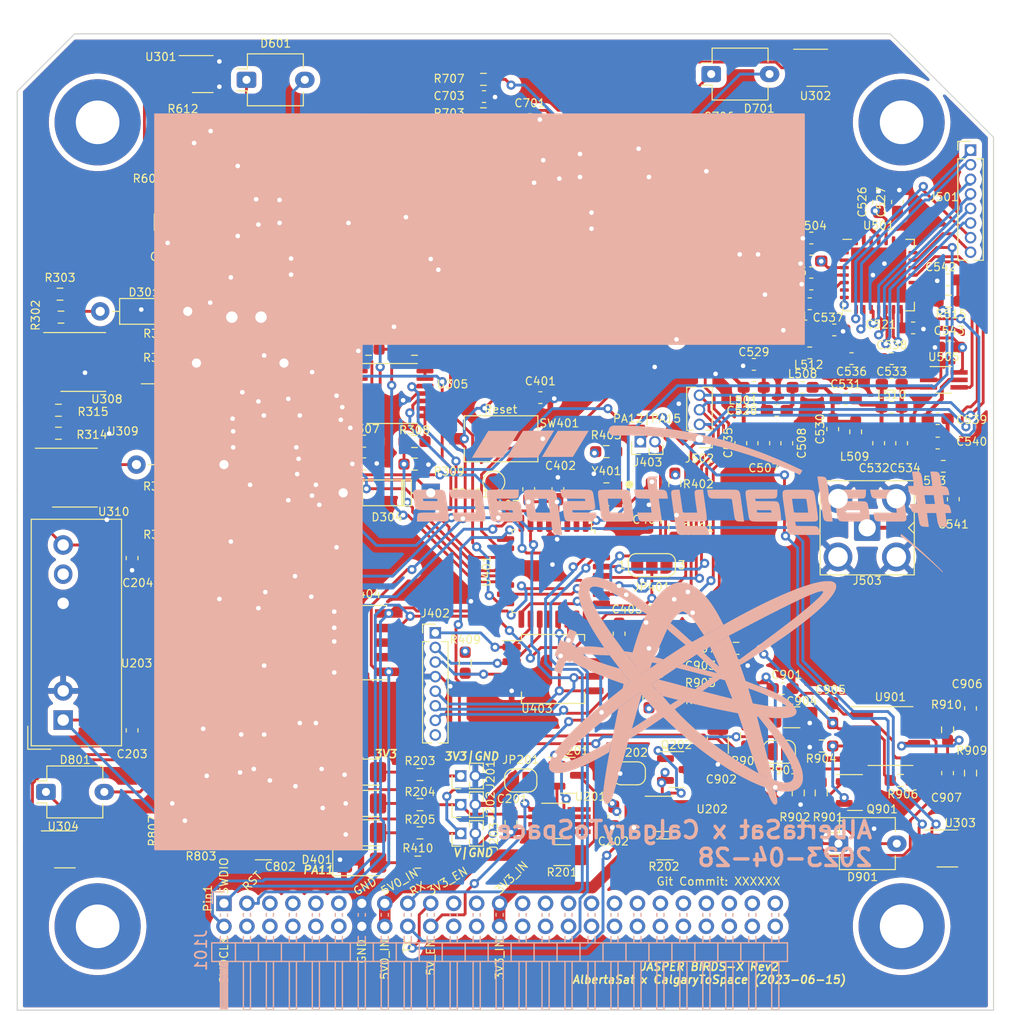
<source format=kicad_pcb>
(kicad_pcb (version 20221018) (generator pcbnew)
  (layers (0 "F.Cu" signal) (1 "In1.Cu" signal) (2 "In2.Cu" signal) (31 "B.Cu" signal) (34 "B.Paste" user) (35 "F.Paste" user) (36 "B.SilkS" user "B.Silkscreen") (37 "F.SilkS" user "F.Silkscreen") (38 "B.Mask" user) (39 "F.Mask" user) (44 "Edge.Cuts" user))
  (net 0 "")
  (net 1 "+5V")
  (net 2 "GND")
  (net 3 "+3V3")
  (net 4 "+12V")
  (net 5 "ST_RST")
  (net 6 "Net-(D201-A)")
  (net 7 "Net-(D202-A)")
  (net 8 "Net-(D203-A)")
  (net 9 "ST_SWDIO")
  (net 10 "Net-(J403-Pin_1)")
  (net 20 "SUP_5V0")
  (net 21 "UART_RX_BOSS_TO_JASPER")
  (net 22 "UART_TX_JASPER_TO_BOSS")
  (net 23 "DIO1_3V3_EN_FROM_BOSS")
  (net 24 "DIO2_5V_EN_FROM_BOSS")
  (net 27 "SUP_3V3_2")
  (net 48 "Net-(Q501-Output)")
  (net 49 "Net-(C528-Pad2)")
  (net 50 "Net-(C530-Pad2)")
  (net 51 "Net-(C531-Pad2)")
  (net 52 "Net-(U505-RF2)")
  (net 53 "Net-(C536-Pad1)")
  (net 54 "Net-(C536-Pad2)")
  (net 55 "Net-(U505-RF1)")
  (net 56 "MEM_CS")
  (net 57 "MEM_MISO")
  (net 58 "Net-(J402-Pin_3)")
  (net 59 "MEM_MOSI")
  (net 60 "MEM_CLK")
  (net 61 "Net-(J402-Pin_7)")
  (net 62 "Net-(JP401-A)")
  (net 63 "BOOT0")
  (net 64 "Net-(JP401-B)")
  (net 65 "/PowerSheet/5V_Current_Sense")
  (net 66 "Net-(Q201-G)")
  (net 67 "/PowerSheet/3V3_Current_Sense")
  (net 68 "Net-(Q202-G)")
  (net 69 "Net-(U305A--)")
  (net 70 "Net-(U305B--)")
  (net 71 "Net-(U305C--)")
  (net 72 "Net-(U305D--)")
  (net 73 "Net-(U505-RFC)")
  (net 74 "Net-(Y401-TRI_STATE)")
  (net 75 "Net-(U401-PC14)")
  (net 79 "Net-(U301-SOURCE_BULK)")
  (net 80 "Net-(U302-SOURCE_BULK)")
  (net 81 "Net-(U303-SOURCE_BULK)")
  (net 82 "Net-(U304-SOURCE_BULK)")
  (net 83 "Net-(U301-DIODE_ANODE)")
  (net 84 "Net-(U302-DIODE_ANODE)")
  (net 85 "Net-(U303-DIODE_ANODE)")
  (net 87 "Net-(U304-DIODE_ANODE)")
  (net 94 "Net-(C539-Pad2)")
  (net 96 "Net-(J503-In)")
  (net 97 "Net-(U505-CTRL)")
  (net 99 "Net-(J403-Pin_2)")
  (net 103 "/MicrocontrollerSheet/PIN_SENSE_1")
  (net 106 "Net-(U401-PA11{slash}PA9)")
  (net 115 "Net-(D401-A)")
  (net 116 "Net-(R302-Pad1)")
  (net 117 "Net-(D301-K)")
  (net 118 "Net-(D301-A)")
  (net 119 "Net-(JP301-B)")
  (net 120 "Net-(U501-VR_PA)")
  (net 121 "/MicrocontrollerSheet/PIN_SENSE_2")
  (net 122 "/MicrocontrollerSheet/PIN_SENSE_3")
  (net 123 "/MicrocontrollerSheet/PIN_SENSE_4")
  (net 124 "Net-(J501-Pin_1)")
  (net 125 "Net-(J501-Pin_2)")
  (net 126 "Net-(J501-Pin_3)")
  (net 127 "Net-(J501-Pin_4)")
  (net 128 "Net-(U501-VR_DIG)")
  (net 129 "Net-(U501-VR_ANA)")
  (net 130 "Net-(J501-Pin_5)")
  (net 131 "Net-(J501-Pin_6)")
  (net 132 "Net-(J501-Pin_8)")
  (net 133 "/MicrocontrollerSheet/RF_SCK")
  (net 134 "/MicrocontrollerSheet/RF_MISO")
  (net 135 "Net-(U501-XTA)")
  (net 136 "Net-(D601-K)")
  (net 137 "/MicrocontrollerSheet/RF_MOSI")
  (net 138 "Net-(Q601-D)")
  (net 139 "Net-(D701-K)")
  (net 140 "Net-(C605-Pad1)")
  (net 141 "Net-(Q701-D)")
  (net 142 "Net-(U601A-VCC)")
  (net 143 "Net-(C608-Pad1)")
  (net 144 "Net-(C608-Pad2)")
  (net 145 "Net-(C703-Pad1)")
  (net 146 "Net-(U701A-VCC)")
  (net 147 "Net-(C705-Pad1)")
  (net 148 "Net-(C611-Pad1)")
  (net 149 "Net-(C705-Pad2)")
  (net 150 "Net-(C706-Pad1)")
  (net 151 "Net-(C613-Pad2)")
  (net 152 "/MicrocontrollerSheet/RF_NSS")
  (net 153 "Net-(C707-Pad2)")
  (net 154 "Net-(D801-K)")
  (net 155 "Net-(Q801-D)")
  (net 156 "Net-(C803-Pad1)")
  (net 157 "Net-(U801A-VCC)")
  (net 158 "Net-(C805-Pad1)")
  (net 159 "Net-(C805-Pad2)")
  (net 160 "Net-(C806-Pad1)")
  (net 161 "/MicrocontrollerSheet/TEMP_SENSE_1")
  (net 162 "Net-(C807-Pad2)")
  (net 163 "Net-(D901-K)")
  (net 164 "Net-(Q901-D)")
  (net 165 "Net-(C903-Pad1)")
  (net 166 "Net-(U901A-VCC)")
  (net 167 "Net-(C905-Pad1)")
  (net 168 "Net-(C905-Pad2)")
  (net 169 "Net-(C906-Pad1)")
  (net 170 "/MicrocontrollerSheet/RFET_SENSE_1")
  (net 171 "Net-(C907-Pad2)")
  (net 172 "Net-(D601-A)")
  (net 173 "Net-(D701-A)")
  (net 174 "Net-(D801-A)")
  (net 175 "Net-(D901-A)")
  (net 176 "Net-(JP601-A)")
  (net 177 "Net-(JP701-A)")
  (net 178 "Net-(JP801-A)")
  (net 179 "Net-(JP901-A)")
  (net 180 "Net-(U501-PA_BOOST)")
  (net 181 "Net-(U501-RFI_LF)")
  (net 182 "Net-(Q601-S)")
  (net 183 "Net-(Q701-S)")
  (net 184 "Net-(Q801-S)")
  (net 185 "Net-(Q901-S)")
  (net 186 "/MicrocontrollerSheet/RFET_SENSE_2")
  (net 187 "/MicrocontrollerSheet/RFET_SENSE_3")
  (net 188 "Net-(R601-Pad1)")
  (net 189 "Net-(R701-Pad1)")
  (net 190 "Net-(R801-Pad1)")
  (net 191 "Net-(R901-Pad1)")
  (net 193 "/MicrocontrollerSheet/RFET_SENSE_4")
  (net 194 "/MicrocontrollerSheet/RF_SWITCH_CTRL")
  (net 195 "/MicrocontrollerSheet/RFET_EN")
  (net 196 "Net-(J501-Pin_7)")
  (net 206 "Net-(D302-K)")
  (net 207 "Net-(D302-A)")
  (net 208 "Net-(D303-K)")
  (net 209 "Net-(D303-A)")
  (net 210 "Net-(D304-K)")
  (net 211 "Net-(D304-A)")
  (net 212 "Net-(R312-Pad1)")
  (net 213 "Net-(R314-Pad1)")
  (net 214 "Net-(R316-Pad1)")
  (footprint "Resistor_SMD:R_0603_1608Metric_Pad0.98x0.95mm_HandSolder" (layer "F.Cu") (at 53.725 72.66)
    (fp_text reference "R303")
    (fp_text value "110k")
  )
  (footprint "Connector_PinHeader_2.54mm:PinHeader_1x02_P2.54mm_Vertical" (layer "F.Cu") (at 68.685 74.66 90)
    (fp_text reference "JP301")
    (fp_text value "Jumper_2_Open")
  )
  (footprint "Capacitor_SMD:C_1206_3216Metric_Pad1.33x1.80mm_HandSolder" (layer "F.Cu") (at 95.4375 59.96)
    (fp_text reference "C704")
    (fp_text value "100u")
  )
  (footprint "Resistor_SMD:R_0603_1608Metric_Pad0.98x0.95mm_HandSolder" (layer "F.Cu") (at 71.9275 66.46)
    (fp_text reference "R607")
    (fp_text value "4k7")
  )
  (footprint "Jumper:SolderJumper-2_P1.3mm_Open_RoundedPad1.0x1.5mm" (layer "F.Cu") (at 68.19 66.96)
    (fp_text reference "JP601")
    (fp_text value "Jumper_2_Bridged")
  )
  (footprint "Inductor_SMD:L_0603_1608Metric_Pad1.05x0.95mm_HandSolder" (layer "F.Cu") (at 117.625 75.775)
    (fp_text reference "L511")
    (fp_text value "82nH")
  )
  (footprint "Resistor_SMD:R_0603_1608Metric_Pad0.98x0.95mm_HandSolder" (layer "F.Cu") (at 89.003 104.75 -90)
    (fp_text reference "R409")
    (fp_text value "10k")
  )
  (footprint "Resistor_SMD:R_0603_1608Metric_Pad0.98x0.95mm_HandSolder" (layer "F.Cu") (at 131 110.5875 -90)
    (fp_text reference "R910")
    (fp_text value "10k")
  )
  (footprint "Package_TO_SOT_SMD:SOT-23" (layer "F.Cu") (at 97.9275 114.55)
    (fp_text reference "Q201")
    (fp_text value "AO3420")
  )
  (footprint "Resistor_SMD:R_0603_1608Metric_Pad0.98x0.95mm_HandSolder" (layer "F.Cu") (at 65.34 65.5475 90)
    (fp_text reference "R615")
    (fp_text value "100R")
  )
  (footprint "Package_TO_SOT_SMD:SOT-363_SC-70-6_Handsoldering" (layer "F.Cu") (at 130.67 80.125)
    (fp_text reference "U505")
    (fp_text value "PE4259")
  )
  (footprint "Capacitor_SMD:C_0603_1608Metric_Pad1.08x0.95mm_HandSolder" (layer "F.Cu") (at 119.1375 67.775 180)
    (fp_text reference "C504")
    (fp_text value "100n")
  )
  (footprint "Capacitor_SMD:C_0603_1608Metric_Pad1.08x0.95mm_HandSolder" (layer "F.Cu") (at 122.1375 81.775)
    (fp_text reference "C531")
    (fp_text value "4.7pF")
  )
  (footprint "Capacitor_SMD:C_0603_1608Metric_Pad1.08x0.95mm_HandSolder" (layer "F.Cu") (at 92.99 118.6375 -90)
    (fp_text reference "C201")
    (fp_text value "10u")
  )
  (footprint "BIRDS-X_Footprints_Lib:U-PDFN-8_6x8mm_P1.27mm" (layer "F.Cu") (at 96.647 105.293)
    (fp_text reference "U403")
    (fp_text value "MT29F2G01ABAGDWB-IT-G_TR")
  )
  (footprint "Capacitor_SMD:C_0603_1608Metric_Pad1.08x0.95mm_HandSolder" (layer "F.Cu") (at 64.4775 59.46)
    (fp_text reference "C605")
    (fp_text value "100n")
  )
  (footprint "Capacitor_SMD:C_0603_1608Metric_Pad1.08x0.95mm_HandSolder" (layer "F.Cu") (at 119 73.5)
    (fp_text reference "C502")
    (fp_text value "1n")
  )
  (footprint "Resistor_SMD:R_0603_1608Metric_Pad0.98x0.95mm_HandSolder" (layer "F.Cu") (at 71.5 111.9125 90)
    (fp_text reference "R804")
    (fp_text value "4k7")
  )
  (footprint "Capacitor_SMD:C_0603_1608Metric_Pad1.08x0.95mm_HandSolder" (layer "F.Cu") (at 121 109.1375 -90)
    (fp_text reference "C905")
    (fp_text value "47p")
  )
  (footprint "Package_TO_SOT_SMD:SOT-23" (layer "F.Cu") (at 107.3775 114.05)
    (fp_text reference "Q202")
    (fp_text value "AO3420")
  )
  (footprint "Button_Switch_SMD:SW_Tactile_SPST_NO_Straight_CK_PTS636Sx25SMTRLFS" (layer "F.Cu") (at 92.128 85.25 180)
    (fp_text reference "SW401")
    (fp_text value "SW_Push")
  )
  (footprint "Package_SO:SOIC-8_3.9x4.9mm_P1.27mm" (layer "F.Cu") (at 77.865 65.595)
    (fp_text reference "U601")
    (fp_text value "LM358DR")
  )
  (footprint "Capacitor_SMD:C_0603_1608Metric_Pad1.08x0.95mm_HandSolder" (layer "F.Cu") (at 121 84.4125 90)
    (fp_text reference "C530")
    (fp_text value "47pF")
  )
  (footprint "Resistor_SMD:R_0603_1608Metric_Pad0.98x0.95mm_HandSolder" (layer "F.Cu") (at 84.5875 87.46)
    (fp_text reference "R309")
    (fp_text value "3.6M")
  )
  (footprint "Capacitor_SMD:C_0603_1608Metric_Pad1.08x0.95mm_HandSolder" (layer "F.Cu") (at 115 85.6375 -90)
    (fp_text reference "C507")
    (fp_text value "220pF")
  )
  (footprint "Resistor_SMD:R_0603_1608Metric_Pad0.98x0.95mm_HandSolder" (layer "F.Cu") (at 84.5875 77.46 180)
    (fp_text reference "R310")
    (fp_text value "10M")
  )
  (footprint "Jumper:SolderJumper-2_P1.3mm_Open_RoundedPad1.0x1.5mm" (layer "F.Cu") (at 103.29 114.38)
    (fp_text reference "JP202")
    (fp_text value "Jumper_2_Open")
  )
  (footprint "Capacitor_SMD:C_1206_3216Metric_Pad1.33x1.80mm_HandSolder" (layer "F.Cu") (at 69 114.5625 90)
    (fp_text reference "C804")
    (fp_text value "100u")
  )
  (footprint "Resistor_SMD:R_0603_1608Metric_Pad0.98x0.95mm_HandSolder" (layer "F.Cu") (at 64.4275 60.96)
    (fp_text reference "R605")
    (fp_text value "1M")
  )
  (footprint "Resistor_SMD:R_0603_1608Metric_Pad0.98x0.95mm_HandSolder" (layer "F.Cu") (at 104.9125 65.46)
    (fp_text reference "R706")
    (fp_text value "330k")
  )
  (footprint "Capacitor_SMD:C_0603_1608Metric_Pad1.08x0.95mm_HandSolder" (layer "F.Cu") (at 84.84 63.185 90)
    (fp_text reference "C611")
    (fp_text value "100n")
  )
  (footprint "OptoDevice:Osram_DIL2_4.3x4.65mm_P5.08mm" (layer "F.Cu") (at 52.5 116)
    (fp_text reference "D801")
    (fp_text value "BPW34")
  )
  (footprint "Capacitor_SMD:C_0603_1608Metric_Pad1.08x0.95mm_HandSolder" (layer "F.Cu") (at 111 59.185 90)
    (fp_text reference "C706")
    (fp_text value "100n")
  )
  (footprint "Package_SO:SOIC-8_3.9x4.9mm_P1.27mm" (layer "F.Cu") (at 101.525 74.095)
    (fp_text reference "U307")
    (fp_text value "LM335DT")
  )
  (footprint "TestPoint:TestPoint_Pad_D1.5mm" (layer "F.Cu") (at 91.5 89)
    (fp_text reference "TP401")
    (fp_text value "TestPoint")
  )
  (footprint "Jumper:SolderJumper-2_P1.3mm_Open_RoundedPad1.0x1.5mm" (layer "F.Cu") (at 72 115.65 90)
    (fp_text reference "JP801")
    (fp_text value "Jumper_2_Bridged")
  )
  (footprint "Resistor_SMD:R_0603_1608Metric_Pad0.98x0.95mm_HandSolder" (layer "F.Cu") (at 101.279 86.37)
    (fp_text reference "R403")
    (fp_text value "10k")
  )
  (footprint "lib:OSC_ECS-2520SMV-080-FN-TR" (layer "F.Cu") (at 101.299 90.09 180)
    (fp_text reference "Y401")
    (fp_text value "ECS-2520SMV-080-FN-TR")
  )
  (footprint "Resistor_SMD:R_0603_1608Metric_Pad0.98x0.95mm_HandSolder" (layer "F.Cu") (at 126.9125 115)
    (fp_text reference "R906")
    (fp_text value "330k")
  )
  (footprint "Resistor_SMD:R_1206_3216Metric_Pad1.30x1.75mm_HandSolder" (layer "F.Cu") (at 97.44 121.5)
    (fp_text reference "R201")
    (fp_text value "0.025, PE1206FRE470R025L")
  )
  (footprint "Resistor_SMD:R_0603_1608Metric_Pad0.98x0.95mm_HandSolder" (layer "F.Cu") (at 69.84 70.5475 90)
    (fp_text reference "R602")
    (fp_text value "10M")
  )
  (footprint "Inductor_SMD:L_0603_1608Metric_Pad1.05x0.95mm_HandSolder" (layer "F.Cu") (at 118.375 80.775)
    (fp_text reference "L508")
    (fp_text value "39nH")
  )
  (footprint "Resistor_SMD:R_0603_1608Metric_Pad0.98x0.95mm_HandSolder" (layer "F.Cu") (at 106.795 74.2925 90)
    (fp_text reference "R301")
    (fp_text value "3.3k")
  )
  (footprint "Package_DFN_QFN:QFN-28-1EP_6x6mm_P0.65mm_EP4.8x4.8mm" (layer "F.Cu") (at 125 71)
    (fp_text reference "U501")
    (fp_text value "SX1276")
  )
  (footprint "Capacitor_SMD:C_0603_1608Metric_Pad1.08x0.95mm_HandSolder" (layer "F.Cu") (at 130.1375 85.625)
    (fp_text reference "C540")
    (fp_text value "4.7pF")
  )
  (footprint "Diode_THT:D_DO-35_SOD27_P7.62mm_Horizontal" (layer "F.Cu") (at 68 87.5 180)
    (fp_text reference "D303")
    (fp_text value "1N457")
  )
  (footprint "Capacitor_SMD:C_0603_1608Metric_Pad1.08x0.95mm_HandSolder" (layer "F.Cu") (at 116.1375 82.775)
    (fp_text reference "C528")
    (fp_text value "100pF")
  )
  (footprint "Capacitor_SMD:C_0603_1608Metric_Pad1.08x0.95mm_HandSolder" (layer "F.Cu") (at 113 85.6425 -90)
    (fp_text reference "C535")
    (fp_text value "10nF")
  )
  (footprint "Resistor_SMD:R_0603_1608Metric_Pad0.98x0.95mm_HandSolder" (layer "F.Cu") (at 90.5875 58.46 180)
    (fp_text reference "R705")
    (fp_text value "2k")
  )
  (footprint "Capacitor_SMD:C_0603_1608Metric_Pad1.08x0.95mm_HandSolder" (layer "F.Cu") (at 68.6375 111)
    (fp_text reference "C805")
    (fp_text value "47p")
  )
  (footprint "Package_TO_SOT_SMD:TSOT-23-8_HandSoldering" (layer "F.Cu") (at 97.21 118.495)
    (fp_text reference "U201")
    (fp_text value "LTC4361-2")
  )
  (footprint "Capacitor_SMD:C_0603_1608Metric_Pad1.08x0.95mm_HandSolder" (layer "F.Cu") (at 128 75.6)
    (fp_text reference "C521")
    (fp_text value "100n")
  )
  (footprint "Resistor_SMD:R_0603_1608Metric_Pad0.98x0.95mm_HandSolder" (layer "F.Cu") (at 74.5 105.0875 90)
    (fp_text reference "R806")
    (fp_text value "330k")
  )
  (footprint "LED_SMD:LED_1206_3216Metric_Pad1.42x1.75mm_HandSolder" (layer "F.Cu") (at 79.9275 117)
    (fp_text reference "D202")
    (fp_text value "LED")
  )
  (footprint "LED_SMD:LED_1206_3216Metric_Pad1.42x1.75mm_HandSolder" (layer "F.Cu") (at 79.9325 122.16)
    (fp_text reference "D401")
    (fp_text value "LED")
  )
  (footprint "Package_TO_SOT_SMD:SOT-23" (layer "F.Cu") (at 122.9375 116.05)
    (fp_text reference "Q901")
    (fp_text value "MMBF4392LT1G")
  )
  (footprint "Resistor_SMD:R_0603_1608Metric_Pad0.98x0.95mm_HandSolder" (layer "F.Cu") (at 62.3125 90.46)
    (fp_text reference "R317")
    (fp_text value "110k")
  )
  (footprint "Capacitor_SMD:C_0603_1608Metric_Pad1.08x0.95mm_HandSolder" (layer "F.Cu") (at 114.1375 78.775 180)
    (fp_text reference "C529")
    (fp_text value "27pF")
  )
  (footprint "Capacitor_SMD:C_0603_1608Metric_Pad1.08x0.95mm_HandSolder" (layer "F.Cu") (at 130.1375 83.5)
    (fp_text reference "C539")
    (fp_text value "4.7pF")
  )
  (footprint "Capacitor_SMD:C_0603_1608Metric_Pad1.08x0.95mm_HandSolder" (layer "F.Cu") (at 133 108.725 90)
    (fp_text reference "C906")
    (fp_text value "100n")
  )
  (footprint "Package_SO:SOIC-8_3.9x4.9mm_P1.27mm" (layer "F.Cu") (at 55.75 78.565)
    (fp_text reference "U308")
    (fp_text value "LM334M")
  )
  (footprint "Connector_PinHeader_1.27mm:PinHeader_1x02_P1.27mm_Vertical" (layer "F.Cu") (at 104.253 85.5 90)
    (fp_text reference "J403")
    (fp_text value "Conn_01x02")
  )
  (footprint "Inductor_SMD:L_0603_1608Metric_Pad1.05x0.95mm_HandSolder" (layer "F.Cu") (at 114.125 80.775 180)
    (fp_text reference "L501")
    (fp_text value "100nH")
  )
  (footprint "Package_SO:SOIC-8_3.9x4.9mm_P1.27mm" (layer "F.Cu") (at 70.635 105.975 90)
    (fp_text reference "U801")
    (fp_text value "LM358DR")
  )
  (footprint "Package_TO_SOT_SMD:SOT-23" (layer "F.Cu") (at 74.7775 70.51)
    (fp_text reference "Q601")
    (fp_text value "MMBF4392LT1G")
  )
  (footprint "Package_TO_SOT_SMD:SOT-23" (layer "F.Cu") (at 100.9375 66.51)
    (fp_text reference "Q701")
    (fp_text value "MMBF4392LT1G")
  )
  (footprint "Connector_Coaxial:SMA_Amphenol_901-143_Horizontal" (layer "F.Cu") (at 124 93 180)
    (fp_text reference "J503")
    (fp_text value "60611002111501")
  )
  (footprint "Resistor_SMD:R_0603_1608Metric_Pad0.98x0.95mm_HandSolder" (layer "F.Cu") (at 62.3125 92.46)
    (fp_text reference "R316")
    (fp_text value "11k")
  )
  (footprint "Capacitor_SMD:C_0603_1608Metric_Pad1.08x0.95mm_HandSolder" (layer "F.Cu") (at 105.2 90.053 -90)
    (fp_text reference "C404")
    (fp_text value "10n")
  )
  (footprint "Capacitor_SMD:C_0603_1608Metric_Pad1.08x0.95mm_HandSolder" (layer "F.Cu") (at 126.1375 78.275)
    (fp_text reference "C538")
    (fp_text value "1n")
  )
  (footprint "Package_TO_SOT_SMD:SOT-23" (layer "F.Cu") (at 75.55 109.0625 90)
    (fp_text reference "Q801")
    (fp_text value "MMBF4392LT1G")
  )
  (footprint "Capacitor_SMD:C_0603_1608Metric_Pad1.08x0.95mm_HandSolder" (layer "F.Cu") (at 126.6375 64.6375 90)
    (fp_text reference "C527")
    (fp_text value "100n")
  )
  (footprint "Resistor_SMD:R_0603_1608Metric_Pad0.98x0.95mm_HandSolder" (layer "F.Cu") (at 53.5875 82.77)
    (fp_text reference "R315")
    (fp_text value "110k")
  )
  (footprint "Package_SO:TSSOP-14_4.4x5mm_P0.65mm" (layer "F.Cu") (at 82.6375 81.31)
    (fp_text reference "U305")
    (fp_text value "TL974IPWR")
  )
  (footprint "OptoDevice:Osram_DIL2_4.3x4.65mm_P5.08mm" (layer "F.Cu") (at 121.5 120.5)
    (fp_text reference "D901")
    (fp_text value "BPW34")
  )
  (footprint "Capacitor_SMD:C_0603_1608Metric_Pad1.08x0.95mm_HandSolder" (layer "F.Cu") (at 72.84 63.5975 -90)
    (fp_text reference "C608")
    (fp_text value "47p")
  )
  (footprint "Capacitor_SMD:C_0603_1608Metric_Pad1.08x0.95mm_HandSolder" (layer "F.Cu") (at 97.072 89.6505 90)
    (fp_text reference "C402")
    (fp_text value "100n")
  )
  (footprint "Capacitor_SMD:C_0603_1608Metric_Pad1.08x0.95mm_HandSolder" (layer "F.Cu") (at 104.946 102.2235 90)
    (fp_text reference "C406")
    (fp_text value "4.7u")
  )
  (footprint "Inductor_SMD:L_0603_1608Metric_Pad1.05x0.95mm_HandSolder" (layer "F.Cu") (at 123 84.65 -90)
    (fp_text reference "L509")
    (fp_text value "39nH")
  )
  (footprint "Capacitor_SMD:C_0603_1608Metric_Pad1.08x0.95mm_HandSolder" (layer "F.Cu") (at 125 64.6375 90)
    (fp_text reference "C526")
    (fp_text value "47p")
  )
  (footprint "Resistor_SMD:R_0603_1608Metric_Pad0.98x0.95mm_HandSolder" (layer "F.Cu") (at 85.065 119.565 180)
    (fp_text reference "R205")
    (fp_text value "10k")
  )
  (footprint "Diode_THT:D_DO-35_SOD27_P7.62mm_Horizontal" (layer "F.Cu") (at 64.845 74.16 180)
    (fp_text reference "D301")
    (fp_text value "1N457")
  )
  (footprint "Resistor_SMD:R_0603_1608Metric_Pad0.98x0.95mm_HandSolder" (layer "F.Cu") (at 111 64.8225 -90)
    (fp_text reference "R709")
    (fp_text value "330k")
  )
  (footprint "Resistor_SMD:R_0603_1608Metric_Pad0.98x0.95mm_HandSolder" (layer "F.Cu") (at 90.5875 56.96)
    (fp_text reference "R703")
    (fp_text value "1M")
  )
  (footprint "Capacitor_SMD:C_0603_1608Metric_Pad1.08x0.95mm_HandSolder" (layer "F.Cu") (at 82.84 68.8225 90)
    (fp_text reference "C613")
    (fp_text value "47p")
  )
  (footprint "Resistor_SMD:R_0603_1608Metric_Pad0.98x0.95mm_HandSolder" (layer "F.Cu") (at 80.0875 87.44)
    (fp_text reference "R307")
    (fp_text value "3.6M")
  )
  (footprint "Package_SO:SOIC-8_3.9x4.9mm_P1.27mm" (layer "F.Cu") (at 104.025 61.595)
    (fp_text reference "U701")
    (fp_text value "LM358DR")
  )
  (footprint "Resistor_SMD:R_0603_1608Metric_Pad0.98x0.95mm_HandSolder" (layer "F.Cu") (at 112.5875 108 180)
    (fp_text reference "R905")
    (fp_text value "2k")
  )
  (footprint "Capacitor_SMD:C_1206_3216Metric_Pad1.33x1.80mm_HandSolder" (layer "F.Cu") (at 62.84 66.3975 -90)
    (fp_text reference "C603")
    (fp_text value "100u")
  )
  (footprint "Resistor_SMD:R_0603_1608Metric_Pad0.98x0.95mm_HandSolder" (layer "F.Cu") (at 118 116.0875 90)
    (fp_text reference "R902")
    (fp_text value "10M")
  )
  (footprint "Connector_PinHeader_1.27mm:PinHeader_1x08_P1.27mm_Vertical" (layer "F.Cu") (at 86.4 102.15)
    (fp_text reference "J402")
    (fp_text value "Conn_01x08")
  )
  (footprint "Capacitor_SMD:C_0603_1608Metric_Pad1.08x0.95mm_HandSolder" (layer "F.Cu") (at 94.6375 57.46)
    (fp_text reference "C701")
    (fp_text value "100n")
  )
  (footprint "Resistor_SMD:R_0603_1608Metric_Pad0.98x0.95mm_HandSolder" (layer "F.Cu") (at 67.5 119.4125 -90)
    (fp_text reference "R805")
    (fp_text value "2k")
  )
  (footprint "Resistor_SMD:R_0603_1608Metric_Pad0.98x0.95mm_HandSolder" (layer "F.Cu") (at 84.5875 85.49 180)
    (fp_text reference "R308")
    (fp_text value "10M")
  )
  (footprint "Capacitor_SMD:C_0603_1608Metric_Pad1.08x0.95mm_HandSolder" (layer "F.Cu") (at 131.5 90.5125 90)
    (fp_text reference "C541")
    (fp_text value "4.7pF")
  )
  (footprint "Resistor_SMD:R_0603_1608Metric_Pad0.98x0.95mm_HandSolder" (layer "F.Cu") (at 98.0875 62.46)
    (fp_text reference "R704")
    (fp_text value "4k7")
  )
  (footprint "Resistor_SMD:R_0603_1608Metric_Pad0.98x0.95mm_HandSolder" (layer "F.Cu") (at 96 66.5475 90)
    (fp_text reference "R702")
    (fp_text value "10M")
  )
  (footprint "Resistor_SMD:R_0603_1608Metric_Pad0.98x0.95mm_HandSolder" (layer "F.Cu") (at 91.5 61.5475 90)
    (fp_text reference "R708")
    (fp_text value "100R")
  )
  (footprint "TestPoint:TestPoint_Pad_D1.5mm" (layer "F.Cu") (at 76.5 76.46)
    (fp_text reference "TP303")
    (fp_text value "TestPoint")
  )
  (footprint "Package_QFP:LQFP-32_7x7mm_P0.8mm" (layer "F.Cu") (at 96.691 96.784 -90)
    (fp_text reference "U401")
    (fp_text value "STM32G031K8Tx")
  )
  (footprint "Resistor_SMD:R_0603_1608Metric_Pad0.98x0.95mm_HandSolder" (layer "F.Cu") (at 105.003 107.75 90)
    (fp_text reference "R408")
    (fp_text value "10k")
  )
  (footprint "Resistor_SMD:R_0603_1608Metric_Pad0.98x0.95mm_HandSolder" (layer "F.Cu") (at 64.4275 57.96)
    (fp_text reference "R612")
    (fp_text value "10k")
  )
  (footprint "Jumper:SolderJumper-2_P1.3mm_Open_RoundedPad1.0x1.5mm" (layer "F.Cu") (at 94.35 62.96)
    (fp_text reference "JP701")
    (fp_text value "Jumper_2_Bridged")
  )
  (footprint "Resistor_SMD:R_0603_1608Metric_Pad0.98x0.95mm_HandSolder" (layer "F.Cu") (at 76.5875 79.45 180)
    (fp_text reference "R304")
    (fp_text value "10M")
  )
  (footprint "Resistor_SMD:R_0603_1608Metric_Pad0.98x0.95mm_HandSolder" (layer "F.Cu") (at 107.253 89.1625 -90)
    (fp_text reference "R402")
    (fp_text value "3.3k")
  )
  (footprint "Resistor_SMD:R_0603_1608Metric_Pad0.98x0.95mm_HandSolder" (layer "F.Cu") (at 76.5875 81.46)
    (fp_text reference "R305")
    (fp_text value "3.6M")
  )
  (footprint "Resistor_SMD:R_1206_3216Metric_Pad1.30x1.75mm_HandSolder" (layer "F.Cu") (at 106.39 121)
    (fp_text reference "R202")
    (fp_text value "0.025, PE1206FRE470R025L")
  )
  (footprint "BIRDS-X_Footprints_Lib:MountingHole_3.8mm" (layer "F.Cu") (at 57 127.7)
    (fp_text reference "H103" hide)
    (fp_text value "MountingHole")
  )
  (footprint "Resistor_SMD:R_0603_1608Metric_Pad0.98x0.95mm_HandSolder" (layer "F.Cu") (at 63 119.4125 90)
    (fp_text reference "R807")
    (fp_text value "10k")
  )
  (footprint "Package_SO:SOIC-8_3.9x4.9mm_P1.27mm" (layer "F.Cu") (at 126.025 111.135)
    (fp_text reference "U901")
    (fp_text value "LM358DR")
  )
  (footprint "Package_TO_SOT_SMD:SOT-23-6_Handsoldering" (layer "F.Cu") (at 66.15 53.5)
    (fp_text reference "U301")
    (fp_text value "VT03")
  )
  (footprint "Capacitor_SMD:C_0603_1608Metric_Pad1.08x0.95mm_HandSolder" (layer "F.Cu") (at 126.1375 80.5)
    (fp_text reference "C533")
    (fp_text value "?")
  )
  (footprint "Package_TO_SOT_SMD:TSOT-23-8_HandSoldering" (layer "F.Cu") (at 106.23 117.885)
    (fp_text reference "U202")
    (fp_text value "LTC4361-2")
  )
  (footprint "Resistor_SMD:R_0603_1608Metric_Pad0.98x0.95mm_HandSolder" (layer "F.Cu") (at 75.5875 112)
    (fp_text reference "R801")
    (fp_text value "10M")
  )
  (footprint "Capacitor_SMD:C_0603_1608Metric_Pad1.08x0.95mm_HandSolder" (layer "F.Cu") (at 121.1375 75.775 180)
    (fp_text reference "C537")
    (fp_text value "100nH")
  )
  (footprint "Capacitor_SMD:C_0603_1608Metric_Pad1.08x0.95mm_HandSolder" (layer "F.Cu") (at 112.6375 105)
    (fp_text reference "C903")
    (fp_text value "100n")
  )
  (footprint "Resistor_SMD:R_0603_1608Metric_Pad0.98x0.95mm_HandSolder" (layer "F.Cu") (at 70.5875 118.5 180)
    (fp_text reference "R808")
    (fp_text value "100R")
  )
  (footprint "Resistor_SMD:R_0603_1608Metric_Pad0.98x0.95mm_HandSolder" (layer "F.Cu") (at 84.84 68.8225 -90)
    (fp_text reference "R617")
    (fp_text value "330k")
  )
  (footprint "Inductor_SMD:L_0603_1608Metric_Pad1.05x0.95mm_HandSolder" (layer "F.Cu") (at 130.625 87.65)
    (fp_text reference "L513")
    (fp_text value "39nH")
  )
  (footprint "Resistor_SMD:R_0603_1608Metric_Pad0.98x0.95mm_HandSolder" (layer "F.Cu") (at 53.5875 84.77)
    (fp_text reference "R314")
    (fp_text value "11k")
  )
  (footprint "Resistor_SMD:R_0603_1608Metric_Pad0.98x0.95mm_HandSolder" (layer "F.Cu") (at 131.0875 73.275)
    (fp_text reference "R515")
    (fp_text value "1K")
  )
  (footprint "Capacitor_SMD:C_0603_1608Metric_Pad1.08x0.95mm_HandSolder" (layer "F.Cu") (at 94.532 89.6505 90)
    (fp_text reference "C403")
    (fp_text value "4.7u")
  )
  (footprint "Resistor_SMD:R_0603_1608Metric_Pad0.98x0.95mm_HandSolder" (layer "F.Cu") (at 75.5875 114 180)
    (fp_text reference "R802")
    (fp_text value "10M")
  )
  (footprint "Resistor_SMD:R_0603_1608Metric_Pad0.98x0.95mm_HandSolder" (layer "F.Cu") (at 107.253 92.9125 90)
    (fp_text reference "R401")
    (fp_text value "3.3k")
  )
  (footprint "Capacitor_SMD:C_0603_1608Metric_Pad1.08x0.95mm_HandSolder" (layer "F.Cu") (at 122.6375 78.275)
    (fp_text reference "C536")
    (fp_text value "12p")
  )
  (footprint "Capacitor_SMD:C_0603_1608Metric_Pad1.08x0.95mm_HandSolder" (layer "F.Cu") (at 60 110.6375 90)
    (fp_text reference "C203")
    (fp_text value "4.7u")
  )
  (footprint "Resistor_SMD:R_0603_1608Metric_Pad0.98x0.95mm_HandSolder" (layer "F.Cu") (at 73.8625 99)
    (fp_text reference "R809")
    (fp_text value "330k")
  )
  (footprint "Resistor_SMD:R_0603_1608Metric_Pad0.98x0.95mm_HandSolder" (layer "F.Cu") (at 66 119.4125 90)
    (fp_text reference "R803")
    (fp_text value "1M")
  )
  (footprint "Capacitor_SMD:C_1206_3216Metric_Pad1.33x1.80mm_HandSolder" (layer "F.Cu") (at 89 62.3975 -90)
    (fp_text reference "C702")
    (fp_text value "100u")
  )
  (footprint "Capacitor_SMD:C_0603_1608Metric_Pad1.08x0.95mm_HandSolder" (layer "F.Cu") (at 113.5375 69.1)
    (fp_text reference "C501")
    (fp_text value "0.1u")
  )
  (footprint "Diode_THT:D_DO-35_SOD27_P7.62mm_Horizontal" (layer "F.Cu") (at 86 89.96 180)
    (fp_text reference "D304")
    (fp_text value "1N457")
  )
  (footprint "Resistor_SMD:R_0603_1608Metric_Pad0.98x0.95mm_HandSolder" (layer "F.Cu") (at 98 66.5475 -90)
    (fp_text reference "R701")
    (fp_text value "10M")
  )
  (footprint "Capacitor_SMD:C_0603_1608Metric_Pad1.08x0.95mm_HandSolder" (layer "F.Cu") (at 131 114.3625 90)
    (fp_text reference "C907")
    (fp_text value "47p")
  )
  (footprint "Capacitor_SMD:C_0603_1608Metric_Pad1.08x0.95mm_HandSolder" (layer "F.Cu") (at 64.5 119.3625 90)
    (fp_text reference "C803")
    (fp_text value "100n")
  )
  (footprint "Connector_PinHeader_1.27mm:PinHeader_1x02_P1.27mm_Vertical" (layer "F.Cu") (at 88.615 117.11 90)
    (fp_text reference "J202")
    (fp_text value "Conn_01x02")
  )
  (footprint "Resistor_SMD:R_0603_1608Metric_Pad0.98x0.95mm_HandSolder" (layer "F.Cu") (at 109 61.0475 -90)
    (fp_text reference "R710")
    (fp_text value "10k")
  )
  (footprint "BIRDS-X_Footprints_Lib:Converter_DCDC_Gaptec_0.1S7B_3UP_THT" (layer "F.Cu") (at 54 109.74 90)
    (fp_text reference "U203")
    (fp_text value "0.1S7B_0512S3UP")
  )
  (footprint "Capacitor_SMD:C_0603_1608Metric_Pad1.08x0.95mm_HandSolder" (layer "F.Cu") (at 131.0325 71.415)
    (fp_text reference "C542")
    (fp_text value "1nF")
  )
  (footprint "TestPoint:TestPoint_Pad_D1.5mm" (layer "F.Cu") (at 107.295 70.705)
    (fp_text reference "TP301")
    (fp_text value "TestPoint")
  )
  (footprint "Resistor_SMD:R_0603_1608Metric_Pad0.98x0.95mm_HandSolder" (layer "F.Cu") (at 120.0875 112)
    (fp_text reference "R904")
    (fp_text value "4k7")
  )
  (footprint "Capacitor_SMD:C_0603_1608Metric_Pad1.08x0.95mm_HandSolder" (layer "F.Cu") (at 68.225 99 180)
    (fp_text reference "C806")
    (fp_text value "100n")
  )
  (footprint "Resistor_SMD:R_0603_1608Metric_Pad0.98x0.95mm_HandSolder" (layer "F.Cu") (at 80.5875 77.46 180)
    (fp_text reference "R311")
    (fp_text value "3.6M")
  )
  (footprint "Capacitor_SMD:C_0603_1608Metric_Pad1.08x0.95mm_HandSolder" (layer "F.Cu") (at 99 59.5975 -90)
    (fp_text reference "C705")
    (fp_text value "47p")
  )
  (footprint "LED_SMD:LED_1206_3216Metric_Pad1.42x1.75mm_HandSolder" (layer "F.Cu") (at 79.9275 119.555)
    (fp_text reference "D203")
    (fp_text value "LED")
  )
  (footprint "Capacitor_SMD:C_0603_1608Metric_Pad1.08x0.95mm_HandSolder" (layer "F.Cu") (at 90.6375 55.46)
    (fp_text reference "C703")
    (fp_text value "100n")
  )
  (footprint "Capacitor_SMD:C_1206_3216Metric_Pad1.33x1.80mm_HandSolder" (layer "F.Cu") (at 71.4375 121)
    (fp_text reference "C802")
    (fp_text value "100u")
  )
  (footprint "Capacitor_SMD:C_0603_1608Metric_Pad1.08x0.95mm_HandSolder" (layer "F.Cu") (at 116.6375 107)
    (fp_text reference "C901")
    (fp_text value "100n")
  )
  (footprint "Diode_THT:D_DO-35_SOD27_P7.62mm_Horizontal" (layer "F.Cu") (at 73.225 78.66 180)
    (fp_text reference "D302")
    (fp_text value "1N457")
  )
  (footprint "Package_TO_SOT_SMD:SOT-23-6_Handsoldering" (layer "F.Cu") (at 130.98 120.92)
    (fp_text reference "U303")
    (fp_text value "VT03")
  )
  (footprint "Resistor_SMD:R_0603_1608Metric_Pad0.98x0.95mm_HandSolder" (layer "F.Cu") (at 84.8775 122.11 180)
    (fp_text reference "R410")
    (fp_text value "1k")
  )
  (footprint "Connector_PinHeader_1.27mm:PinHeader_2x05_P1.27mm_Vertical_SMD" (layer "F.Cu") (at 80.4 103)
    (fp_text reference "J404")
    (fp_text value "MHDR2X5")
  )
  (footprint "Capacitor_SMD:C_0603_1608Metric_Pad1.08x0.95mm_HandSolder" (layer "F.Cu") (at 119.1375 69.775 180)
    (fp_text reference "C503")
    (fp_text value "100n")
  )
  (footprint "Resistor_SMD:R_0603_1608Metric_Pad0.98x0.95mm_HandSolder" (layer "F.Cu") (at 71.84 70.5475 -90)
    (fp_text reference "R601")
    (fp_text value "10M")
  )
  (footprint "Capacitor_SMD:C_1206_3216Metric_Pad1.33x1.80mm_HandSolder" (layer "F.Cu") (at 69.2775 63.96)
    (fp_text reference "C607")
    (fp_text value "100u")
  )
  (footprint "Connector_PinHeader_1.27mm:PinHeader_1x08_P1.27mm_Vertical" (layer "F.Cu") (at 133 60.12)
    (fp_text reference "J501")
    (fp_text value "Conn_01x08")
  )
  (footprint "Connector_PinHeader_1.27mm:PinHeader_1x02_P1.27mm_Vertical" (layer "F.Cu") (at 88.615 119.61 90)
    (fp_text reference "J203")
    (fp_text value "Conn_01x02")
  )
  (footprint "Package_SO:SOIC-8_3.9x4.9mm_P1.27mm" (layer "F.Cu") (at 55.025 88.635)
    (fp_text reference "U310")
    (fp_text value "LM334M")
  )
  (footprint "Jumper:SolderJumper-2_P1.3mm_Open_RoundedPad1.0x1.5mm" (layer "F.Cu") (at 93.84 115)
    (fp_text reference "JP201")
    (fp_text value "Jumper_2_Open")
  )
  (footprint "Crystal:Crystal_SMD_3225-4Pin_3.2x2.5mm" (layer "F.Cu") (at 113.8 71.75)
    (fp_text reference "Q501")
    (fp_text value "TXKTPCSANF-32")
  )
  (footprint "TestPoint:TestPoint_Pad_D1.5mm" (layer "F.Cu") (at 69.6 81.2)
    (fp_text reference "TP302")
    (fp_text value "TestPoint")
  )
  (footprint "Resistor_SMD:R_0603_1608Metric_Pad0.98x0.95mm_HandSolder" (layer "F.Cu") (at 85.065 114.485 180)
    (fp_text reference "R203")
    (fp_text value "1k")
  )
  (footprint "Resistor_SMD:R_0603_1608Metric_Pad0.98x0.95mm_HandSolder" (layer "F.Cu") (at 62.3125 79.16)
    (fp_text reference "R312")
    (fp_text value "11k")
  )
  (footprint "OptoDevice:Osram_DIL2_4.3x4.65mm_P5.08mm" (layer "F.Cu") (at 110.42 53.5)
    (fp_text reference "D701")
    (fp_text value "BPW34")
  )
  (footprint "Capacitor_SMD:C_0603_1608Metric_Pad1.08x0.95mm_HandSolder" (layer "F.Cu") (at 68.4775 61.46)
    (fp_text reference "C601")
    (fp_text value "100n")
  )
  (footprint "Connector_PinHeader_1.27mm:PinHeader_1x02_P1.27mm_Vertical" (layer "F.Cu") (at 88.615 114.61 90)
    (fp_text reference "J201")
    (fp_text value "Conn_01x02")
  )
  (footprint "Inductor_SMD:L_0603_1608Metric_Pad1.05x0.95mm_HandSolder" (layer "F.Cu") (at 126.125 82.5)
    (fp_text reference "L510")
    (fp_text value "39nH")
  )
  (footprint "Resistor_SMD:R_0603_1608Metric_Pad0.98x0.95mm_HandSolder" (layer "F.Cu") (at 120 116.0875 -90)
    (fp_text reference "R901")
    (fp_text value "10M")
  )
  (footprint "BIRDS-X_Footprints_Lib:MountingHole_3.8mm" (layer "F.Cu") (at 57 57.7)
    (fp_text reference "H101" hide)
    (fp_text value "MountingHole")
  )
  (footprint "Resistor_SMD:R_0603_1608Metric_Pad0.98x0.95mm_HandSolder" (layer "F.Cu") (at 62.3125 77.16)
    (fp_text reference "R313")
    (fp_text value "110k")
  )
  (footprint "Capacitor_SMD:C_0603_1608Metric_Pad1.08x0.95mm_HandSolder" (layer "F.Cu") (at 117 85.6425 -90)
    (fp_text reference "C508")
    (fp_text value "47pF")
  )
  (footprint "Package_SO:SOIC-8_3.9x4.9mm_P1.27mm" (layer "F.Cu") (at 64.25 83.025)
    (fp_text reference "U309")
    (fp_text value "LM334M")
  )
  (footprint "Capacitor_SMD:C_0603_1608Metric_Pad1.08x0.95mm_HandSolder" (layer "F.Cu") (at 73.8625 101 180)
    (fp_text reference "C807")
    (fp_text value "47p")
  )
  (footprint "TestPoint:TestPoint_Pad_D1.0mm" (layer "F.Cu") (at 116.2 67.8)
    (fp_text reference "TP501")
    (fp_text value "TestPoint")
  )
  (footprint "Capacitor_SMD:C_1206_3216Metric_Pad1.33x1.80mm_HandSolder" (layer "F.Cu") (at 111 111.9375 -90)
    (fp_text reference "C902")
    (fp_text value "100u")
  )
  (footprint "Resistor_SMD:R_0603_1608Metric_Pad0.98x0.95mm_HandSolder" (layer "F.Cu") (at 82.84 65.0475 -90)
    (fp_text reference "R618")
    (fp_text value "10k")
  )
  (footprint "Resistor_SMD:R_0603_1608Metric_Pad0.98x0.95mm_HandSolder" (layer "F.Cu") (at 112.5875 103.5)
    (fp_text reference "R907")
    (fp_text value "10k")
  )
  (footprint "Connector_PinHeader_1.27mm:PinHeader_1x04_P1.27mm_Vertical" (layer "F.Cu") (at 109.4 85.27 180)
    (fp_text reference "J502")
    (fp_text value "Conn_01x04")
  )
  (footprint "Package_TO_SOT_SMD:SOT-23-6_Handsoldering" (layer "F.Cu") (at 119.65 52.95)
    (fp_text reference "U302")
    (fp_text value "VT03")
  )
  (footprint "Resistor_SMD:R_0603_1608Metric_Pad0.98x0.95mm_HandSolder" (layer "F.Cu") (at 80.0875 85.46 180)
    (fp_text reference "R306")
    (fp_text value "10M")
  )
  (footprint "OptoDevice:Osram_DIL2_4.3x4.65mm_P5.08mm" (layer "F.Cu") (at 69.96 54)
    (fp_text reference "D601")
    (fp_text value "BPW34")
  )
  (footprint "Resistor_SMD:R_0603_1608Metric_Pad0.98x0.95mm_HandSolder" (layer "F.Cu") (at 70.0875 101)
    (fp_text reference "R810")
    (fp_text value "10k")
  )
  (footprint "Capacitor_SMD:C_0603_1608Metric_Pad1.08x0.95mm_HandSolder" (layer "F.Cu") (at 95.548 81.671)
    (fp_text reference "C401")
    (fp_text value "100n")
  )
  (footprint "Capacitor_SMD:C_0603_1608Metric_Pad1.08x0.95mm_HandSolder" (layer "F.Cu") (at 127 85.6375 90)
    (fp_text reference "C534")
    (fp_text value "27pF")
  )
  (footprint "Jumper:SolderJumper-2_P1.3mm_Open_RoundedPad1.0x1.5mm" (layer "F.Cu") (at 116.35 112.5)
    (fp_text reference "JP901")
    (fp_text value "Jumper_2_Bridged")
  )
  (footprint "Resistor_SMD:R_0603_1608Metric_Pad0.98x0.95mm_HandSolder" (layer "F.Cu") (at 113.5 111.0875 90)
    (fp_text reference "R908")
    (fp_text value "100R")
  )
  (footprint "Resistor_SMD:R_0603_1608Metric_Pad0.98x0.95mm_HandSolder" (layer "F.Cu") (at 64.4275 62.46 180)
    (fp_text reference "R609")
    (fp_text value "2k")
  )
  (footprint "Capacitor_SMD:C_0603_1608Metric_Pad1.08x0.95mm_HandSolder" (layer "F.Cu") (at 109 64.8225 90)
    (fp_text reference "C707")
    (fp_text value "47p")
  )
  (footprint "Capacitor_SMD:C_0603_1608Metric_Pad1.08x0.95mm_HandSolder" (layer "F.Cu") (at 60 95.6375 -90)
    (fp_text reference "C204")
    (fp_text value "10u")
  )
  (footprint "Capacitor_SMD:C_0603_1608Metric_Pad1.08x0.95mm_HandSolder" (layer "F.Cu") (at 66.5 115.3625 90)
    (fp_text reference "C801")
    (fp_text value "100n")
  )
  (footprint "Resistor_SMD:R_0603_1608Metric_Pad0.98x0.95mm_HandSolder" (layer "F.Cu") (at 53.8125 74.66)
    (fp_text reference "R302")
    (fp_text value "11k")
  )
  (footprint "BIRDS-X_Footprints_Lib:MountingHole_3.8mm" (layer "F.Cu") (at 127 127.7)
    (fp_text reference "H104" hide)
    (fp_text value "MountingHole")
  )
  (footprint "Capacitor_SMD:C_0603_1608Metric_Pad1.08x0.95mm_HandSolder" (layer "F.Cu") (at 125 85.6375 90)
    (fp_text reference "C532")
    (fp_text value "4.7pF")
  )
  (footprint "Resistor_SMD:R_0603_1608Metric_Pad0.98x0.95mm_HandSolder" (layer "F.Cu") (at 133 114.3625 -90)
    (fp_text reference "R909")
    (fp_text value "330k")
  )
  (footprint "Capacitor_SMD:C_0603_1608Metric_Pad1.08x0.95mm_HandSolder" (layer "F.Cu") (at 101.94 118.1375 -90)
    (fp_text reference "C202")
    (fp_text value "10u")
  )
  (footprint "Capacitor_SMD:C_0603_1608Metric_Pad1.08x0.95mm_HandSolder" (layer "F.Cu") (at 102.406 102.2235 90)
    (fp_text reference "C405")
    (fp_text value "100n")
  )
  (footprint "Inductor_SMD:L_0603_1608Metric_Pad1.05x0.95mm_HandSolder" (layer "F.Cu") (at 119 77.775)
    (fp_text reference "L512")
    (fp_text value "5.6p")
  )
  (footprint "Package_SO:TSSOP-20_4.4x6.5mm_P0.65mm" (layer "F.Cu") (at 73.1375 86.185)
    (fp_text reference "U306")
    (fp_text value "ADG734")
  )
  (footprint "Resistor_SMD:R_0603_1608Metric_Pad0.98x0.95mm_HandSolder" (layer "F.Cu") (at 112.5875 106.5)
    (fp_text reference "R903")
    (fp_text value "1M")
  )
  (footprint "Package_SO:SOIC-8_3.9x4.9mm_P1.27mm" (layer "F.Cu") (at 68.525 93.095)
    (fp_text reference "U311")
    (fp_text value "LM334M")
  )
  (footprint "Jumper:SolderJumper-3_P1.3mm_Open_RoundedPad1.0x1.5mm_NumberLabels" (layer "F.Cu") (at 105.253 96.25)
    (fp_text reference "JP401")
    (fp_text value "Jumper_3_Open")
  )
  (footprint "Resistor_SMD:R_0603_1608Metric_Pad0.98x0.95mm_HandSolder" (layer "F.Cu") (at 90.5875 53.96)
    (fp_text reference "R707")
    (fp_text value "10k")
  )
  (footprint "Resistor_SMD:R_0603_1608Metric_Pad0.98x0.95mm_HandSolder" (layer "F.Cu") (at 85.065 117.11 180)
    (fp_text reference "R204")
    (fp_text value "2.2k")
  )
  (footprint "LED_SMD:LED_1206_3216Metric_Pad1.42x1.75mm_HandSolder" (layer "F.Cu") (at 79.9275 114.275)
    (fp_text reference "D201")
    (fp_text value "LED")
  )
  (footprint "TestPoint:TestPoint_Pad_D1.5mm" (layer "F.Cu") (at 79 73.96)
    (fp_text reference "TP304")
    (fp_text value "TestPoint")
  )
  (footprint "Package_TO_SOT_SMD:SOT-23-6_Handsoldering" (layer "F.Cu") (at 54.15 121)
    (fp_text reference "U304")
    (fp_text value "VT03")
  )
  (footprint "Capacitor_SMD:C_1206_3216Metric_Pad1.33x1.80mm_HandSolder" (layer "F.Cu") (at 117.4375 109.5)
    (fp_text reference "C904")
    (fp_text value "100u")
  )
  (footprint "BIRDS-X_Footprints_Lib:MountingHole_3.8mm" (layer "F.Cu") (at 127 57.7)
    (fp_text reference "H102" hide)
    (fp_text value "MountingHole")
  )
  (footprint "Resistor_SMD:R_0603_1608Metric_Pad0.98x0.95mm_HandSolder" (layer "F.Cu") (at 78.7525 69.46)
    (fp_text reference "R611")
    (fp_text value "330k")
  )
  (footprint "Capacitor_SMD:C_0603_1608Metric_Pad1.08x0.95mm_HandSolder" (layer "F.Cu") (at 131.1375 77.275)
    (fp_text reference "C543")
    (fp_text value "1n")
  )
  (footprint "Capacitor_SMD:C_0603_1608Metric_Pad1.08x0.95mm_HandSolder" (layer "F.Cu") (at 119.1375 71.775 180)
    (fp_text reference "C505")
    (fp_text value "100n")
  )
  (footprint "BIRDS-X_Footprints_Lib:AlbertaSat_Logo_25x20mm" (layer "B.Cu") (at 108.8 107.2 180)
    (fp_text reference "G***" hide)
    (fp_text value "LOGO" hide)
  )
  (footprint "BIRDS-X_Footprints_Lib:CTS_Logo_50x25mm" (layer "B.Cu") (at 107.904074 89 180)
    (fp_text reference "G***" hide)
    (fp_text value "LOGO" hide)
  )
  (footprint "Connector_PinHeader_2.00mm:PinHeader_2x25_P2.00mm_Horizontal" (layer "B.Cu") (at 68 125.7 -90)
    (fp_text reference "J101")
    (fp_text value "LPC-50M2LG")
  )
  (gr_rect (start 65.5 57) (end 118.5 77) (stroke (width 0.15)) (fill solid) (layer "B.SilkS"))
  (gr_rect (start 62 57) (end 80 121) (stroke (width 0.15)) (fill solid) (layer "B.SilkS"))
  (gr_line locked (start 135 135) (end 50 135) (stroke (width 0.1)) (layer "Edge.Cuts"))
  (gr_line locked (start 126 50) (end 135 59) (stroke (width 0.1)) (layer "Edge.Cuts"))
  (gr_line locked (start 50 55) (end 55 50) (stroke (width 0.1)) (layer "Edge.Cuts"))
  (gr_line locked (start 55 50) (end 126 50) (stroke (width 0.1)) (layer "Edge.Cuts"))
  (gr_line locked (start 135 59) (end 135 135) (stroke (width 0.1)) (layer "Edge.Cuts"))
  (gr_line locked (start 50 135) (end 50 55) (stroke (width 0.1)) (layer "Edge.Cuts"))
  (gr_text "AlbertaSat x CalgaryToSpace\n2023-04-28" (at 124.6 122.6) (layer "B.SilkS") (effects (font (size 1.5 1.5) (thickness 0.3) bold) (justify left bottom mirror)))
  (gr_text "5V0_IN" (at 82 128.75 90) (layer "F.SilkS") (effects (font (size 0.7 0.7) (thickness 0.1)) (justify right)))
  (gr_text "SWDCLK" (at 68 128.5 90) (layer "F.SilkS") (effects (font (size 0.7 0.7) (thickness 0.1)) (justify right)))
  (gr_text "JASPER BIRDS-X Rev2\nAlbertaSat x CalgaryToSpace (2023-06-15)" (at 110.25 132.75) (layer "F.SilkS") (effects (font (size 0.7 0.7) (thickness 0.14) bold italic) (justify bottom)))
  (gr_text "Reset" (at 90.6 83.1) (layer "F.SilkS") (effects (font (size 0.7 0.7) (thickness 0.1) bold) (justify left bottom)))
  (gr_text "5V" (at 77.3 117.6) (layer "F.SilkS") (effects (font (size 0.7 0.7) (thickness 0.14) bold italic) (justify right)))
  (gr_text "SWDIO" (at 68 125 90) (layer "F.SilkS") (effects (font (size 0.7 0.7) (thickness 0.1)) (justify left)))
  (gr_text "GND" (at 79.3 124.8 30) (layer "F.SilkS") (effects (font (size 0.7 0.7) (thickness 0.1)) (justify left)))
  (gr_text "V|GND" (at 87.9 121.3) (layer "F.SilkS") (effects (font (size 0.7 0.7) (thickness 0.14) bold italic) (justify left)))
  (gr_text "-" (at 68.8 116 90) (layer "F.SilkS") (effects (font (size 0.7 0.7) (thickness 0.1)) (justify bottom)))
  (gr_text "3V3_IN" (at 91.75 124.75 45) (layer "F.SilkS") (effects (font (size 0.7 0.7) (thickness 0.1)) (justify left)))
  (gr_text "PA11" (at 74.8 123.2) (layer "F.SilkS") (effects (font (size 0.7 0.7) (thickness 0.14) bold italic) (justify left bottom)))
  (gr_text "RX" (at 84.2 124.8 30) (layer "F.SilkS") (effects (font (size 0.7 0.7) (thickness 0.1)) (justify left)))
  (gr_text "5V0_IN" (at 81.7 124.75 30) (layer "F.SilkS") (effects (font (size 0.7 0.7) (thickness 0.1)) (justify left)))
  (gr_text "TX" (at 84 128.75 90) (layer "F.SilkS") (effects (font (size 0.7 0.7) (thickness 0.1)) (justify right)))
  (gr_text "PA12|PA15" (at 101.8 83.9) (layer "F.SilkS") (effects (font (size 0.7 0.7) (thickness 0.1) bold) (justify left bottom)))
  (gr_text "Git Commit: XXXXXX" (at 105.6 124.2) (layer "F.SilkS") (effects (font (size 0.7 0.7) (thickness 0.1)) (justify left bottom)))
  (gr_text "3V3" (at 81 112.7) (layer "F.SilkS") (effects (font (size 0.7 0.7) (thickness 0.14) bold italic) (justify left)))
  (gr_text "-" (at 68.5825 109.165 90) (layer "F.SilkS") (effects (font (size 0.7 0.7) (thickness 0.1)) (justify bottom)))
  (gr_text "RST" (at 69.75 124.5 45) (layer "F.SilkS") (effects (font (size 0.7 0.7) (thickness 0.1)) (justify left)))
  (gr_text "-" (at 68.775 119.805 90) (layer "F.SilkS") (effects (font (size 0.7 0.7) (thickness 0.1)) (justify bottom)))
  (gr_text "-" (at 68.5825 112.555 90) (layer "F.SilkS") (effects (font (size 0.7 0.7) (thickness 0.1)) (justify bottom)))
  (gr_text "12uA->" (at 64.1 72.3 350) (layer "F.SilkS") (effects (font (size 0.7 0.7) (thickness 0.1)) (justify left bottom)))
  (gr_text "3V3_EN" (at 85.75 124.75 30) (layer "F.SilkS") (effects (font (size 0.7 0.7) (thickness 0.1)) (justify left)))
  (gr_text "12V" (at 75.3 119.9) (layer "F.SilkS") (effects (font (size 0.7 0.7) (thickness 0.14) bold italic) (justify left)))
  (gr_text "3V3|GND" (at 87.1 112.9) (layer "F.SilkS") (effects (font (size 0.7 0.7) (thickness 0.14) bold italic) (justify left)))
  (gr_text "5V_EN" (at 86 128.75 90) (layer "F.SilkS") (effects (font (size 0.7 0.7) (thickness 0.1)) (justify right)))
  (gr_text "3V3_IN" (at 92 128.75 90) (layer "F.SilkS") (effects (font (size 0.7 0.7) (thickness 0.1)) (justify right)))
  (gr_text "Pin1" (at 67 126.5 90) (layer "F.SilkS") (effects (font (size 0.7 0.7) (thickness 0.1)) (justify left bottom)))
  (gr_text "GND" (at 80 128.75 90) (layer "F.SilkS") (effects (font (size 0.7 0.7) (thickness 0.1)) (justify right)))
  (segment (start 77.739328 115.8) (end 76.6 116.939328) (width 0.25) (layer "F.Cu") (net 1))
  (segment (start 96.99 117.683692) (end 96.99 115.5) (width 0.25) (layer "F.Cu") (net 1))
  (segment (start 85.9775 117.11) (end 88.615 117.11) (width 0.25) (layer "F.Cu") (net 1))
  (segment (start 89.44 117.935) (end 88.615 117.11) (width 0.25) (layer "F.Cu") (net 1))
  (segment (start 93.38 118.165) (end 92.99 117.775) (width 0.25) (layer "F.Cu") (net 1))
  (segment (start 57.5 111) (end 59.5 111) (width 0.25) (layer "F.Cu") (net 1))
  (segment (start 85.9775 117.11) (end 84.6675 115.8) (width 0.25) (layer "F.Cu") (net 1))
  (segment (start 96.798948 118.116052) (end 96.798948 117.874744) (width 0.25) (layer "F.Cu") (net 1))
  (segment (start 54 109.74) (end 56.24 109.74) (width 0.25) (layer "F.Cu") (net 1))
  (segment (start 95.5 118.165) (end 96.75 118.165) (width 0.25) (layer "F.Cu") (net 1))
  (segment (start 56.24 109.74) (end 57.5 111) (width 0.25) (layer "F.Cu") (net 1))
  (segment (start 59.5 111) (end 60 111.5) (width 0.25) (layer "F.Cu") (net 1))
  (segment (start 92.83 117.935) (end 89.44 117.935) (width 0.25) (layer "F.Cu") (net 1))
  (segment (start 84.6675 115.8) (end 77.739328 115.8) (width 0.25) (layer "F.Cu") (net 1))
  (segment (start 96.75 118.165) (end 96.798948 118.116052) (width 0.25) (layer "F.Cu") (net 1))
  (segment (start 95.5 118.165) (end 93.38 118.165) (width 0.25) (layer "F.Cu") (net 1))
  (segment (start 76.6 116.939328) (end 76.6 117.4) (width 0.25) (layer "F.Cu") (net 1))
  (segment (start 92.99 117.775) (end 92.83 117.935) (width 0.25) (layer "F.Cu") (net 1))
  (segment (start 96.798948 117.874744) (end 96.99 117.683692) (width 0.25) (layer "F.Cu") (net 1))
  (via (at 76.6 117.4) (size 0.8) (drill 0.4) (layers "F.Cu" "B.Cu") (net 1))
  (segment (start 61.985 117.725) (end 54 109.74) (width 0.25) (layer "B.Cu") (net 1))
  (segment (start 64.125305 117.4) (end 63.800305 117.725) (width 0.25) (layer "B.Cu") (net 1))
  (segment (start 63.800305 117.725) (end 61.985 117.725) (width 0.25) (layer "B.Cu") (net 1))
  (segment (start 76.6 117.4) (end 64.125305 117.4) (width 0.25) (layer "B.Cu") (net 1))
  (segment (start 129.34 80.125) (end 130.34 80.125) (width 0.25) (layer "F.Cu") (net 2))
  (segment (start 125.5 70) (end 125.5 70.5) (width 0.25) (layer "F.Cu") (net 2))
  (segment (start 76 88.46) (end 75.266167 88.46) (width 0.25) (layer "F.Cu") (net 2))
  (segment (start 124.35 70.35) (end 124.5 70.5) (width 0.25) (layer "F.Cu") (net 2))
  (segment (start 69.1595 83.91) (end 70.275 83.91) (width 0.25) (layer "F.Cu") (net 2))
  (segment (start 69.84 71.46) (end 68.86 71.46) (width 0.25) (layer "F.Cu") (net 2))
  (segment (start 77.275 81.685) (end 77.8 81.5) (width 0.25) (layer "F.Cu") (net 2))
  (segment (start 97 59.96) (end 96.84 59.96) (width 0.25) (layer "F.Cu") (net 2))
  (segment (start 96.291 92.609) (end 96.291 93.288) (width 0.25) (layer "F.Cu") (net 2))
  (segment (start 96.84 59.96) (end 95.8 61) (width 0.25) (layer "F.Cu") (net 2))
  (segment (start 129.275 85.625) (end 129.275 86.225) (width 0.25) (layer "F.Cu") (net 2))
  (segment (start 94.532 88.613) (end 96.959 88.613) (width 0.25) (layer "F.Cu") (net 2))
  (segment (start 70.275 86.51) (end 69.31 86.51) (width 0.25) (layer "F.Cu") (net 2))
  (segment (start 68.86 71.46) (end 68.6 71.2) (width 0.25) (layer "F.Cu") (net 2))
  (segment (start 71.5 113.1) (end 70.6 114) (width 0.25) (layer "F.Cu") (net 2))
  (segment (start 126 70) (end 125.5 70) (width 0.25) (layer "F.Cu") (net 2))
  (segment (start 69 113.9) (end 69.4 114.3) (width 0.25) (layer "F.Cu") (net 2))
  (segment (start 86.4 105.96) (end 86.86 105.96) (width 0.25) (layer "F.Cu") (net 2))
  (segment (start 127.9875 72.95) (end 126.95 72.95) (width 0.25) (layer "F.Cu") (net 2))
  (segment (start 130.34 80.125) (end 130.415 80.05) (width 0.25) (layer "F.Cu") (net 2))
  (segment (start 95.5 119.465) (end 93.035 119.465) (width 0.25) (layer "F.Cu") (net 2))
  (segment (start 123.55 113.04) (end 119.94 113.04) (width 0.25) (layer "F.Cu") (net 2))
  (segment (start 75.266167 88.46) (end 74.799805 88.926362) (width 0.25) (layer "F.Cu") (net 2))
  (segment (start 84.208783 81.9) (end 83.6 81.9) (width 0.25) (layer "F.Cu") (net 2))
  (segment (start 69.2125 88.086041) (end 69.586459 88.46) (width 0.25) (layer "F.Cu") (net 2))
  (segment (start 76.723541 83.875) (end 77.275 83.323541) (width 0.25) (layer "F.Cu") (net 2))
  (segment (start 69 113) (end 69 113.9) (width 0.25) (layer "F.Cu") (net 2))
  (segment (start 119.94 113.04) (end 119 112.1) (width 0.25) (layer "F.Cu") (net 2))
  (segment (start 69.586459 88.46) (end 70.275 88.46) (width 0.25) (layer "F.Cu") (net 2))
  (segment (start 129 86.5) (end 127 86.5) (width 0.25) (layer "F.Cu") (net 2))
  (segment (start 85.5 81.31) (end 84.798783 81.31) (width 0.25) (layer "F.Cu") (net 2))
  (segment (start 100.374 89.365) (end 100.374 88.474) (width 0.25) (layer "F.Cu") (net 2))
  (segment (start 71.5 112.825) (end 71.5 113.1) (width 0.25) (layer "F.Cu") (net 2))
  (segment (start 126.3 68.0125) (end 126.3 69.7) (width 0.25) (layer "F.Cu") (net 2))
  (segment (start 130.415 77.815) (end 129.9 77.3) (width 0.25) (layer "F.Cu") (net 2))
  (segment (start 124.35 68.0125) (end 124.35 70.35) (width 0.25) (layer "F.Cu") (net 2))
  (segment (start 124.5 70.5) (end 124.5 71) (width 0.25) (layer "F.Cu") (net 2))
  (segment (start 69.3125 86.783959) (end 69.2125 86.883959) (width 0.25) (layer "F.Cu") (net 2))
  (segment (start 69.31 86.51) (end 68.8 86) (width 0.25) (layer "F.Cu") (net 2))
  (segment (start 124.5 71) (end 125 71) (width 0.25) (layer "F.Cu") (net 2))
  (segment (start 86.86 105.96) (end 87.7 106.8) (width 0.25) (layer "F.Cu") (net 2))
  (segment (start 84.798783 81.31) (end 84.208783 81.9) (width 0.25) (layer "F.Cu") (net 2))
  (segment (start 125.5 70.5) (end 125 71) (width 0.25) (layer "F.Cu") (net 2))
  (segment (start 76 83.91) (end 76.035 83.875) (width 0.25) (layer "F.Cu") (net 2))
  (segment (start 74.799805 89.336633) (end 75.664008 90.200836) (width 0.25) (layer "F.Cu") (net 2))
  (segment (start 100.374 88.474) (end 100.2 88.3) (width 0.25) (layer "F.Cu") (net 2))
  (segment (start 130.415 80.05) (end 130.415 77.815) (width 0.25) (layer "F.Cu") (net 2))
  (segment (start 96.291 93.288) (end 97.003 94) (width 0.25) (layer "F.Cu") (net 2))
  (segment (start 68.7495 83.5) (end 69.1595 83.91) (width 0.25) (layer "F.Cu") (net 2))
  (segment (start 126.95 72.95) (end 125 71) (width 0.25) (layer "F.Cu") (net 2))
  (segment (start 74.799805 88.926362) (end 74.799805 89.336633) (width 0.25) (layer "F.Cu") (net 2))
  (segment (start 68.94 85.86) (end 68.8 86) (width 0.25) (layer "F.Cu") (net 2))
  (segment (start 77.275 83.323541) (end 77.275 81.685) (width 0.25) (layer "F.Cu") (net 2))
  (segment (start 93.035 119.465) (end 93 119.5) (width 0.25) (layer "F.Cu") (net 2))
  (segment (start 70.275 85.86) (end 68.94 85.86) (width 0.25) (layer "F.Cu") (net 2))
  (segment (start 129.275 86.225) (end 129 86.5) (width 0.25) (layer "F.Cu") (net 2))
  (segment (start 68.8 86) (end 69.3125 86.5125) (width 0.25) (layer "F.Cu") (net 2))
  (segment (start 77.8 81.5) (end 77.5 81.46) (width 0.25) (layer "F.Cu") (net 2))
  (segment (start 76.035 83.875) (end 76.723541 83.875) (width 0.25) (layer "F.Cu") (net 2))
  (segment (start 69.2125 86.883959) (end 69.2125 88.086041) (width 0.25) (layer "F.Cu") (net 2))
  (segment (start 69.3125 86.5125) (end 69.3125 86.783959) (width 0.25) (layer "F.Cu") (net 2))
  (segment (start 126.3 69.7) (end 126 70) (width 0.25) (layer "F.Cu") (net 2))
  (via (at 68.7495 83.5) (size 0.8) (drill 0.4) (layers "F.Cu" "B.Cu") (net 2))
  (via (at 69.4 114.3) (size 0.8) (drill 0.4) (layers "F.Cu" "B.Cu") (net 2))
  (via (at 118.2 117.1) (size 0.8) (drill 0.4) (layers "F.Cu" "B.Cu") (net 2))
  (via (at 77.6 101.7) (size 0.8) (drill 0.4) (layers "F.Cu" "B.Cu") (net 2))
  (via (at 87.7 106.8) (size 0.8) (drill 0.4) (layers "F.Cu" "B.Cu") (net 2))
  (via (at 69.2 61.5) (size 0.8) (drill 0.4) (layers "F.Cu" "B.Cu") (net 2))
  (via (at 96.753 81.75) (size 0.8) (drill 0.4) (layers "F.Cu" "B.Cu") (net 2))
  (via (at 78.1 121.9) (size 0.8) (drill 0.4) (layers "F.Cu" "B.Cu") (net 2))
  (via (at 63.1 68.2) (size 0.8) (drill 0.4) (layers "F.Cu" "B.Cu") (net 2))
  (via (at 67.6 54.6) (size 0.8) (drill 0.4) (layers "F.Cu" "B.Cu") (net 2))
  (via (at 107.6 82.2) (size 0.8) (drill 0.4) (layers "F.Cu" "B.Cu") (net 2))
  (via (at 78.5 114.5) (size 0.8) (drill 0.4) (layers "F.Cu" "B.Cu") (net 2))
  (via (at 65.4 59.5) (size 0.8) (drill 0.4) (layers "F.Cu" "B.Cu") (net 2))
  (via (at 68.8 86) (size 0.8) (drill 0.4) (layers "F.Cu" "B.Cu") (net 2))
  (via (at 68.6 71.2) (size 0.8) (drill 0.4) (layers "F.Cu" "B.Cu") (net 2))
  (via (at 89.5 99.4) (size 0.8) (drill 0.4) (layers "F.Cu" "B.Cu") (net 2))
  (via (at 71 66.6) (size 0.8) (drill 0.4) (layers "F.Cu" "B.Cu") (net 2))
  (via (at 114.5 69.2) (size 0.8) (drill 0.4) (layers "F.Cu" "B.Cu") (net 2))
  (via (at 118.4 67.8) (size 0.8) (drill 0.4) (layers "F.Cu" "B.Cu") (net 2))
  (via (at 78.6 117) (size 0.8) (drill 0.4) (layers "F.Cu" "B.Cu") (net 2))
  (via (at 77.6 105.6) (size 0.8) (drill 0.4) (layers "F.Cu" "B.Cu") (net 2))
  (via (at 113.2 78.9) (size 0.8) (drill 0.4) (layers "F.Cu" "B.Cu") (net 2))
  (via (at 113.6 105) (size 0.8) (drill 0.4) (layers "F.Cu" "B.Cu") (net 2))
  (via (at 125.5 70) (size 0.8) (drill 0.4) (layers "F.Cu" "B.Cu") (net 2))
  (via (at 128.9 75.7) (size 0.8) (drill 0.4) (layers "F.Cu" "B.Cu") (net 2))
  (via (at 60 96.7) (size 0.8) (drill 0.4) (layers "F.Cu" "B.Cu") (net 2))
  (via (at 58 84.8) (size 0.8) (drill 0.4) (layers "F.Cu" "B.Cu") (net 2))
  (via (at 78.6 119.7) (size 0.8) (drill 0.4) (layers "F.Cu" "B.Cu") (net 2))
  (via (at 95.8 61) (size 0.8) (drill 0.4) (layers "F.Cu" "B.Cu") (net 2))
  (via (at 103.7 119.1) (size 0.8) (drill 0.4) (layers "F.Cu" "B.Cu") (net 2))
  (via (at 107.4 91.9) (size 0.8) (drill 0.4) (layers "F.Cu" "B.Cu") (net 2))
  (via (at 85.8 87.5) (size 0.8) (drill 0.4) (layers "F.Cu" "B.Cu") (net 2))
  (via (at 97.072 88.613) (size 0.8) (drill 0.4) (layers "F.Cu" "B.Cu") (net 2))
  (via (at 57.8 92.3) (size 0.8) (drill 0.4) (layers "F.Cu" "B.Cu") (net 2))
  (via (at 104.1 60) (size 0.8) (drill 0.4) (layers "F.Cu" "B.Cu") (net 2))
  (via (at 93.047 107.198) (size 0.8) (drill 0.4) (layers "F.Cu" "B.Cu") (net 2))
  (via (at 67.6 52.4) (size 0.8) (drill 0.4) (layers "F.Cu" "B.Cu") (net 2))
  (via (at 130.1 71.5) (size 0.8) (drill 0.4) (layers "F.Cu" "B.Cu") (net 2))
  (via (at 105.5 79) (size 0.8) (drill 0.4) (layers "F.Cu" "B.Cu") (net 2))
  (via (at 77.8 94.7) (size 0.8) (drill 0.4) (layers "F.Cu" "B.Cu") (net 2))
  (via (at 77.6 102.9) (size 0.8) (drill 0.4) (layers "F.Cu" "B.Cu") (net 2))
  (via (at 104.753 101.25) (size 0.8) (drill 0.4) (layers "F.Cu" "B.Cu") (net 2))
  (via (at 102.5 114.4) (size 0.8) (drill 0.4) (layers "F.Cu" "B.Cu") (net 2))
  (via (at 116.7 75.8) (size 0.8) (drill 0.4) (layers "F.Cu" "B.Cu") (net 2))
  (via (at 101.8 119.1) (size 0.8) (drill 0.4) (layers "F.Cu" "B.Cu") (net 2))
  (via (at 119 112.1) (size 0.8) (drill 0.4) (layers "F.Cu" "B.Cu") (net 2))
  (via (at 77.8 81.5) (size 0.8) (drill 0.4) (layers "F.Cu" "B.Cu") (net 2))
  (via (at 93 119.5) (size 0.8) (drill 0.4) (layers "F.Cu" "B.Cu") (net 2))
  (via (at 64.6 118.5) (size 0.8) (drill 0.4) (layers "F.Cu" "B.Cu") (net 2))
  (via (at 91.6 55.5) (size 0.8) (drill 0.4) (layers "F.Cu" "B.Cu") (net 2))
  (via (at 110.8 79.6) (size 0.8) (drill 0.4) (layers "F.Cu" "B.Cu") (net 2))
  (via (at 118.3 71.8) (size 0.8) (drill 0.4) (layers "F.Cu" "B.Cu") (net 2))
  (via (at 105 91) (size 0.8) (drill 0.4) (layers "F.Cu" "B.Cu") (net 2))
  (via (at 95.753 85.25) (size 0.8) (drill 0.4) (layers "F.Cu" "B.Cu") (net 2))
  (via (at 121.9 75.9) (size 0.8) (drill 0.4) (layers "F.Cu" "B.Cu") (net 2))
  (via (at 70.8 64.4) (size 0.8) (drill 0.4) (layers "F.Cu" "B.Cu") (net 2))
  (via (at 76.5 114) (size 0.8) (drill 0.4) (layers "F.Cu" "B.Cu") (net 2))
  (via (at 124.5 71) (size 0.8) (drill 0.4) (layers "F.Cu" "B.Cu") (net 2))
  (via (at 119 110) (size 0.8) (drill 0.4) (layers "F.Cu" "B.Cu") (net 2))
  (via (at 96.6 96.2) (size 0.8) (drill 0.4) (layers "F.Cu" "B.Cu") (net 2))
  (via (at 75.664008 90.200836) (size 0.8) (drill 0.4) (layers "F.Cu" "B.Cu") (net 2))
  (via (at 68.6 94.2) (size 0.8) (drill 0.4) (layers "F.Cu" "B.Cu") (net 2))
  (via (at 55.9 79.5) (size 0.8) (drill 0.4) (layers "F.Cu" "B.Cu") (net 2))
  (via (at 83.6 81.9) (size 0.8) (drill 0.4) (layers "F.Cu" "B.Cu") (net 2))
  (via (at 60.8 74) (size 0.8) (drill 0.4) (layers "F.Cu" "B.Cu") (net 2))
  (via (at 100.2 88.3) (size 0.8) (drill 0.4) (layers "F.Cu" "B.Cu") (net 2))
  (via (at 81.3 87.4) (size 0.8) (drill 0.4) (layers "F.Cu" "B.Cu") (net 2))
  (via (at 115.1 72.7) (size 0.8) (drill 0.4) (layers "F.Cu" "B.Cu") (net 2))
  (via (at 66.5 114.6) (size 0.8) (drill 0.4) (layers "F.Cu" "B.Cu") (net 2))
  (via (at 70.6 114) (size 0.8) (drill 0.4) (layers "F.Cu" "B.Cu") (net 2))
  (via (at 118.2 70) (size 0.8) (drill 0.4) (layers "F.Cu" "B.Cu") (net 2))
  (via (at 97.2 62.6) (size 0.8) (drill 0.4) (layers "F.Cu" "B.Cu") (net 2))
  (via (at 124.6 119.2) (size 0.8) (drill 0.4) (layers "F.Cu" "B.Cu") (net 2))
  (via (at 79.7 77.6) (size 0.8) (drill 0.4) (layers "F.Cu" "B.Cu") (net 2))
  (via (at 67.6 99.2) (size 0.8) (drill 0.4) (layers "F.Cu" "B.Cu") (net 2))
  (via (at 126.8 63.6) (size 0.8) (drill 0.4) (layers "F.Cu" "B.Cu") (net 2))
  (via (at 97.003 94) (size 0.8) (drill 0.4) (layers "F.Cu" "B.Cu") (net 2))
  (via (at 125 63.7) (size 0.8) (drill 0.4) (layers "F.Cu" "B.Cu") (net 2))
  (via (at 129.9 77.3) (size 0.8) (drill 0.4) (layers "F.Cu" "B.Cu") (net 2))
  (via (at 111 113.6) (size 0.8) (drill 0.4) (layers "F.Cu" "B.Cu") (net 2))
  (via (at 95.5 57.46) (size 0.8) (drill 0.4) (layers "F.Cu" "B.Cu") (net 2))
  (segment (start 76.3 91) (end 77.138541 90.161459) (width 0.25) (layer "F.Cu") (net 3))
  (segment (start 85.9775 114.485) (end 86.1025 114.61) (width 0.25) (layer "F.Cu") (net 3))
  (segment (start 120.025 69.8) (end 120.575 70.35) (width 0.25) (layer "F.Cu") (net 3))
  (segment (start 106.1 115.2) (end 106.165 115.265) (width 0.25) (layer "F.Cu") (net 3))
  (segment (start 126.6375 65.5) (end 126.6375 65.7875) (width 0.25) (layer "F.Cu") (net 3))
  (segment (start 97.003 90.75) (end 96.941 90.688) (width 0.25) (layer "F.Cu") (net 3))
  (segment (start 127 75.4625) (end 127 74.0375) (width 0.25) (layer "F.Cu") (net 3))
  (segment (start 112.7 70.9) (end 112.7 72.6) (width 0.25) (layer "F.Cu") (net 3))
  (segment (start 105.77 117.555) (end 104.52 117.555) (width 0.25) (layer "F.Cu") (net 3))
  (segment (start 102.645 103.5) (end 102.406 103.261) (width 0.25) (layer "F.Cu") (net 3))
  (segment (start 132.3 79.175) (end 132 79.475) (width 0.25) (layer "F.Cu") (net 3))
  (segment (start 124.7 65.4) (end 125.65 66.15) (width 0.25) (layer "F.Cu") (net 3))
  (segment (start 94.503 90.75) (end 94.532 90.688) (width 0.25) (layer "F.Cu") (net 3))
  (segment (start 77.138541 86.31) (end 76.688541 85.86) (width 0.25) (layer "F.Cu") (net 3))
  (segment (start 106.165 115.135) (end 106.1 115.2) (width 0.25) (layer "F.Cu") (net 3))
  (segment (start 106.795 75.205) (end 106.795 75.995) (width 0.25) (layer "F.Cu") (net 3))
  (segment (start 112.9 69.2) (end 112.9 70.7) (width 0.25) (layer "F.Cu") (net 3))
  (segment (start 106.165 114.535) (end 106.165 115.135) (width 0.25) (layer "F.Cu") (net 3))
  (segment (start 96.941 90.688) (end 94.503 90.75) (width 0.25) (layer "F.Cu") (net 3))
  (segment (start 106.795 75.995) (end 107.4 76.6) (width 0.25) (layer "F.Cu") (net 3))
  (segment (start 77.138541 90.161459) (end 77.138541 86.31) (width 0.25) (layer "F.Cu") (net 3))
  (segment (start 103.4005 90.815) (end 105.2 89.0155) (width 0.25) (layer "F.Cu") (net 3))
  (segment (start 127 74.0375) (end 126.95 73.9875) (width 0.25) (layer "F.Cu") (net 3))
  (segment (start 126.6375 65.7875) (end 125.65 66.775) (width 0.25) (layer "F.Cu") (net 3))
  (segment (start 125.65 66.15) (end 125.65 66.775) (width 0.25) (layer "F.Cu") (net 3))
  (segment (start 97.065 90.688) (end 97.003 90.75) (width 0.25) (layer "F.Cu") (net 3))
  (segment (start 120 69.8) (end 120.025 69.8) (width 0.25) (layer "F.Cu") (net 3))
  (segment (start 128.0125 76.475) (end 127.1375 75.6) (width 0.25) (layer "F.Cu") (net 3))
  (segment (start 131.475 76.475) (end 128.0125 76.475) (width 0.25) (layer "F.Cu") (net 3))
  (segment (start 106.165 117.16) (end 105.77 117.555) (width 0.25) (layer "F.Cu") (net 3))
  (segment (start 102.224 90.815) (end 103.4005 90.815) (width 0.25) (layer "F.Cu") (net 3))
  (segment (start 100.374 103.261) (end 100.247 103.388) (width 0.25) (layer "F.Cu") (net 3))
  (segment (start 125 65.5) (end 124.7 65.4) (width 0.25) (layer "F.Cu") (net 3))
  (segment (start 120 69.775) (end 120 69.8) (width 0.25) (layer "F.Cu") (net 3))
  (segment (start 97.072 90.688) (end 97.072 92.59) (width 0.25) (layer "F.Cu") (net 3))
  (segment (start 106.4 114.3) (end 106.165 114.535) (width 0.25) (layer "F.Cu") (net 3))
  (segment (start 132.3 77.3) (end 132.3 79.175) (width 0.25) (layer "F.Cu") (net 3))
  (segment (start 125.65 66.775) (end 125.65 68.0125) (width 0.25) (layer "F.Cu") (net 3))
  (segment (start 97.072 92.59) (end 97.091 92.609) (width 0.25) (layer "F.Cu") (net 3))
  (segment (start 102.406 103.261) (end 100.374 103.261) (width 0.25) (layer "F.Cu") (net 3))
  (segment (start 106.4 114.3) (end 106.4 114.96) (width 0.25) (layer "F.Cu") (net 3))
  (segment (start 106.165 115.265) (end 106.165 117.16) (width 0.25) (layer "F.Cu") (net 3))
  (segment (start 97.072 90.688) (end 97.065 90.688) (width 0.25) (layer "F.Cu") (net 3))
  (segment (start 132.3 77.3) (end 131.475 76.475) (width 0.25) (layer "F.Cu") (net 3))
  (segment (start 105.003 103.5) (end 102.645 103.5) (width 0.25) (layer "F.Cu") (net 3))
  (segment (start 76.688541 85.86) (end 76 85.86) (width 0.25) (layer "F.Cu") (net 3))
  (segment (start 106.4 114.96) (end 106.44 115) (width 0.25) (layer "F.Cu") (net 3))
  (segment (start 112.9 70.7) (end 112.7 70.9) (width 0.25) (layer "F.Cu") (net 3))
  (segment (start 86.1025 114.61) (end 88.615 114.61) (width 0.25) (layer "F.Cu") (net 3))
  (segment (start 127.1375 75.6) (end 127 75.4625) (width 0.25) (layer "F.Cu") (net 3))
  (segment (start 120.575 70.35) (end 122.0125 70.35) (width 0.25) (layer "F.Cu") (net 3))
  (via (at 76.3 91) (size 0.8) (drill 0.4) (layers "F.Cu" "B.Cu") (net 3))
  (via (at 89.003 103.75) (size 0.8) (drill 0.4) (layers "F.Cu" "B.Cu") (net 3))
  (via (at 77.6 100.3) (size 0.8) (drill 0.4) (layers "F.Cu" "B.Cu") (net 3))
  (via (at 94.503 90.75) (size 0.8) (drill 0.4) (layers "F.Cu" "B.Cu") (net 3))
  (via (at 107.4 76.6) (size 0.8) (drill 0.4) (layers "F.Cu" "B.Cu") (net 3))
  (via (at 100.253 86.5) (size 0.8) (drill 0.4) (layers "F.Cu" "B.Cu") (net 3))
  (via (at 106.4 114.3) (size 0.8) (drill 0.4) (layers "F.Cu" "B.Cu") (net 3))
  (via (at 97.003 90.75) (size 0.8) (drill 0.4) (layers "F.Cu" "B.Cu") (net 3))
  (via (at 105.003 108.75) (size 0.8) (drill 0.4) (layers "F.Cu" "B.Cu") (net 3))
  (via (at 120 69.8) (size 0.8) (drill 0.4) (layers "F.Cu" "B.Cu") (net 3))
  (via (at 101.8 117) (size 0.8) (drill 0.4) (layers "F.Cu" "B.Cu") (net 3))
  (via (at 112.9 69.2) (size 0.8) (drill 0.4) (layers "F.Cu" "B.Cu") (net 3))
  (via (at 132.3 77.3) (size 0.8) (drill 0.4) (layers "F.Cu" "B.Cu") (net 3))
  (via (at 107.3 88.4) (size 0.8) (drill 0.4) (layers "F.Cu" "B.Cu") (net 3))
  (via (at 105.253 89) (size 0.8) (drill 0.4) (layers "F.Cu" "B.Cu") (net 3))
  (via (at 106.1 115.2) (size 0.8) (drill 0.4) (layers "F.Cu" "B.Cu") (net 3))
  (via (at 105.003 103.5) (size 0.8) (drill 0.4) (layers "F.Cu" "B.Cu") (net 3))
  (via (at 124.7 65.4) (size 0.8) (drill 0.4) (layers "F.Cu" "B.Cu") (net 3))
  (via (at 102.2 117.7) (size 0.8) (drill 0.4) (layers "F.Cu" "B.Cu") (net 3))
  (segment (start 117 112.09038) (end 116.09712 111.1875) (width 0.25) (layer "F.Cu") (net 4))
  (segment (start 68.025 82.975) (end 68.025 84.006751) (width 0.25) (layer "F.Cu") (net 4))
  (segment (start 51.25 82.495) (end 53.275 80.47) (width 0.25) (layer "F.Cu") (net 4))
  (segment (start 61.038249 84.93) (end 61.775 84.93) (width 0.25) (layer "F.Cu") (net 4))
  (segment (start 82.8 75.5) (end 82.1 75.5) (width 0.25) (layer "F.Cu") (net 4))
  (segment (start 77.3125 109.403249) (end 76.175 108.265749) (width 0.25) (layer "F.Cu") (net 4))
  (segment (start 52.55 93.05) (end 52.55 90.54) (width 0.25) (layer "F.Cu") (net 4))
  (segment (start 75.555 118.355) (end 74.6 117.4) (width 0.25) (layer "F.Cu") (net 4))
  (segment (start 116.09712 111.1875) (end 112.6125 111.1875) (width 0.25) (layer "F.Cu") (net 4))
  (segment (start 112.6125 111.1875) (end 112.6 111.2) (width 0.25) (layer "F.Cu") (net 4))
  (segment (start 94.711727 111.8) (end 90.71 115.801727) (width 0.25) (layer "F.Cu") (net 4))
  (segment (start 66.05 95) (end 60.225 95) (width 0.25) (layer "F.Cu") (net 4))
  (segment (start 80.6875 76.9125) (end 80.6875 78.3375) (width 0.25) (layer "F.Cu") (net 4))
  (segment (start 52.173249 90.54) (end 51.25 89.616751) (width 0.25) (layer "F.Cu") (net 4))
  (segment (start 86.0225 119.61) (end 88.615 119.61) (width 0.25) (layer "F.Cu") (net 4))
  (segment (start 82.1 75.5) (end 80.6875 76.9125) (width 0.25) (layer "F.Cu") (net 4))
  (segment (start 76.325 99.300305) (end 76.325 98.325) (width 0.25) (layer "F.Cu") (net 4))
  (segment (start 68.025 84.006751) (end 67.726751 84.305) (width 0.25) (layer "F.Cu") (net 4))
  (segment (start 59.725 94.5) (end 60 94.775) (width 0.25) (layer "F.Cu") (net 4))
  (segment (start 68.84 67.24) (end 69.2 67.6) (width 0.25) (layer "F.Cu") (net 4))
  (segment (start 74.6 117.4) (end 74.6 115.8755) (width 0.25) (layer "F.Cu") (net 4))
  (segment (start 90.71 115.801727) (end 87.983773 115.801727) (width 0.25) (layer "F.Cu") (net 4))
  (segment (start 80.6875 78.3375) (end 80.875 78.525) (width 0.25) (layer "F.Cu") (net 4))
  (segment (start 73.887396 96.487299) (end 73.424695 96.95) (width 0.25) (layer "F.Cu") (net 4))
  (segment (start 51.25 89.616751) (end 51.25 82.495) (width 0.25) (layer "F.Cu") (net 4))
  (segment (start 85.9775 119.565) (end 86.0225 119.61) (width 0.25) (layer "F.Cu") (net 4))
  (segment (start 78.6 81.5) (end 78.79 81.31) (width 0.25) (layer "F.Cu") (net 4))
  (segment (start 62.4 84.305) (end 61.775 84.93) (width 0.25) (layer "F.Cu") (net 4))
  (segment (start 54 94.5) (end 52.55 93.05) (width 0.25) (layer "F.Cu") (net 4))
  (segment (start 52.55 90.54) (end 52.173249 90.54) (width 0.25) (layer "F.Cu") (net 4))
  (segment (start 80.875 78.525) (end 80.875 80.898541) (width 0.25) (layer "F.Cu") (net 4))
  (segment (start 71 82) (end 70.725 82.275) (width 0.25) (layer "F.Cu") (net 4))
  (segment (start 87.983773 115.801727) (end 87.4 116.3855) (width 0.25) (layer "F.Cu") (net 4))
  (segment (start 74.557 115.1675) (end 77.3125 115.1675) (width 0.25) (layer "F.Cu") (net 4))
  (segment (start 80.463541 81.31) (end 79.775 81.31) (width 0.25) (layer "F.Cu") (net 4))
  (segment (start 68 96.95) (end 66.05 95) (width 0.25) (layer "F.Cu") (net 4))
  (segment (start 60.225 95) (end 60 94.775) (width 0.25) (layer "F.Cu") (net 4))
  (segment (start 74.6 115.8755) (end 74.2245 115.5) (width 0.25) (layer "F.Cu") (net 4))
  (segment (start 117 112.5) (end 117 112.09038) (width 0.25) (layer "F.Cu") (net 4))
  (segment (start 74.487299 96.487299) (end 73.887396 96.487299) (width 0.25) (layer "F.Cu") (net 4))
  (segment (start 56.990749 80.8825) (end 61.038249 84.93) (width 0.25) (layer "F.Cu") (net 4))
  (segment (start 77.3125 115.1675) (end 77.3125 109.403249) (width 0.25) (layer "F.Cu") (net 4))
  (segment (start 53.6875 80.8825) (end 56.990749 80.8825) (width 0.25) (layer "F.Cu") (net 4))
  (segment (start 53.275 80.47) (end 53.6875 80.8825) (width 0.25) (layer "F.Cu") (net 4))
  (segment (start 100.3685 111.8) (end 94.711727 111.8) (width 0.25) (layer "F.Cu") (net 4))
  (segment (start 54 94.5) (end 59.725 94.5) (width 0.25) (layer "F.Cu") (net 4))
  (segment (start 78.79 81.31) (end 79.775 81.31) (width 0.25) (layer "F.Cu") (net 4))
  (segment (start 76.325 98.325) (end 74.487299 96.487299) (width 0.25) (layer "F.Cu") (net 4))
  (segment (start 74.2245 115.5) (end 74.557 115.1675) (width 0.25) (layer "F.Cu") (net 4))
  (segment (start 84.7675 118.355) (end 75.555 118.355) (width 0.25) (layer "F.Cu") (net 4))
  (segment (start 76.175 108.265749) (end 76.175 99.450305) (width 0.25) (layer "F.Cu") (net 4))
  (segment (start 85.9775 119.565) (end 84.7675 118.355) (width 0.25) (layer "F.Cu") (net 4))
  (segment (start 80.875 80.898541) (end 80.463541 81.31) (width 0.25) (layer "F.Cu") (net 4))
  (segment (start 67.726751 84.305) (end 62.4 84.305) (width 0.25) (layer "F.Cu") (net 4))
  (segment (start 78.3 82.5) (end 78.6 82.2) (width 0.25) (layer "F.Cu") (net 4))
  (segment (start 70.725 82.275) (end 68.725 82.275) (width 0.25) (layer "F.Cu") (net 4))
  (segment (start 68.725 82.275) (end 68.025 82.975) (width 0.25) (layer "F.Cu") (net 4))
  (segment (start 73.424695 96.95) (end 68 96.95) (width 0.25) (layer "F.Cu") (net 4))
  (segment (start 76.175 99.450305) (end 76.325 99.300305) (width 0.25) (layer "F.Cu") (net 4))
  (segment (start 68.84 66.96) (end 68.84 67.24) (width 0.25) (layer "F.Cu") (net 4))
  (segment (start 78.6 82.2) (end 78.6 81.5) (width 0.25) (layer "F.Cu") (net 4))
  (via (at 78.3 82.5) (size 0.8) (drill 0.4) (layers "F.Cu" "B.Cu") (net 4))
  (via (at 71 82) (size 0.8) (drill 0.4) (layers "F.Cu" "B.Cu") (net 4))
  (via (at 87.4 116.3855) (size 0.8) (drill 0.4) (layers "F.Cu" "B.Cu") (net 4))
  (via (at 69.2 67.6) (size 0.8) (drill 0.4) (layers "F.Cu" "B.Cu") (net 4))
  (via (at 74.2245 115.5) (size 0.8) (drill 0.4) (layers "F.Cu" "B.Cu") (net 4))
  (via (at 112.6 111.2) (size 0.8) (drill 0.4) (layers "F.Cu" "B.Cu") (net 4))
  (via (at 95 62.96) (size 0.8) (drill 0.4) (layers "F.Cu" "B.Cu") (net 4))
  (via (at 72 115) (size 0.8) (drill 0.4) (layers "F.Cu" "B.Cu") (net 4))
  (via (at 100.3685 111.8) (size 0.8) (drill 0.4) (layers "F.Cu" "B.Cu") (net 4))
  (via (at 82.8 75.5) (size 0.8) (drill 0.4) (layers "F.Cu" "B.Cu") (net 4))
  (segment (start 71 80.4) (end 69.86 79.26) (width 0.25) (layer "B.Cu") (net 4))
  (segment (start 100.9685 111.2) (end 100.3685 111.8) (width 0.25) (layer "B.Cu") (net 4))
  (segment (start 78.3 82.5) (end 71.5 82.5) (width 0.25) (layer "B.Cu") (net 4))
  (segment (start 72.5 115.5) (end 72 115) (width 0.25) (layer "B.Cu") (net 4))
  (segment (start 82.8 75.5) (end 82.8 75.2) (width 0.25) (layer "B.Cu") (net 4))
  (segment (start 95 63.225305) (end 95 62.96) (width 0.25) (layer "B.Cu") (net 4))
  (segment (start 74.2245 115.5) (end 72.5 115.5) (width 0.25) (layer "B.Cu") (net 4))
  (segment (start 86.965104 71.260201) (end 95 63.225305) (width 0.25) (layer "B.Cu") (net 4))
  (segment (start 71.5 82.5) (end 71 82) (width 0.25) (layer "B.Cu") (net 4))
  (segment (start 86.739799 71.260201) (end 86.965104 71.260201) (width 0.25) (layer "B.Cu") (net 4))
  (segment (start 69.86 79.26) (end 69.86 68.26) (width 0.25) (layer "B.Cu") (net 4))
  (segment (start 82.8 75.2) (end 86.739799 71.260201) (width 0.25) (layer "B.Cu") (net 4))
  (segment (start 71 82) (end 71 80.4) (width 0.25) (layer "B.Cu") (net 4))
  (segment (start 112.6 111.2) (end 100.9685 111.2) (width 0.25) (layer "B.Cu") (net 4))
  (segment (start 87.4 116.3855) (end 87.4 118.395) (width 0.25) (layer "B.Cu") (net 4))
  (segment (start 87.4 118.395) (end 88.615 119.61) (width 0.25) (layer "B.Cu") (net 4))
  (segment (start 69.86 68.26) (end 69.2 67.6) (width 0.25) (layer "B.Cu") (net 4))
  (segment (start 92.478201 91.534) (end 95.134 91.534) (width 0.25) (layer "F.Cu") (net 5))
  (segment (start 89 85.997) (end 88.253 85.25) (width 0.25) (layer "F.Cu") (net 5))
  (segment (start 81.4 105.54) (end 80.825 104.965) (width 0.25) (layer "F.Cu") (net 5))
  (segment (start 91.6285 81.671) (end 90.6995 82.6) (width 0.25) (layer "F.Cu") (net 5))
  (segment (start 91.887701 92.1245) (end 92.478201 91.534) (width 0.25) (layer "F.Cu") (net 5))
  (segment (start 94.6855 81.671) (end 91.6285 81.671) (width 0.25) (layer "F.Cu") (net 5))
  (segment (start 88.8 92.2) (end 89 92) (width 0.25) (layer "F.Cu") (net 5))
  (segment (start 95.491 91.891) (end 95.491 92.609) (width 0.25) (layer "F.Cu") (net 5))
  (segment (start 89 92) (end 89 85.997) (width 0.25) (layer "F.Cu") (net 5))
  (segment (start 80.825 99.775) (end 83.962749 96.637251) (width 0.25) (layer "F.Cu") (net 5))
  (segment (start 82.35 105.54) (end 81.4 105.54) (width 0.25) (layer "F.Cu") (net 5))
  (segment (start 83.962749 96.637251) (end 84.362749 96.637251) (width 0.25) (layer "F.Cu") (net 5))
  (segment (start 80.825 104.965) (end 80.825 99.775) (width 0.25) (layer "F.Cu") (net 5))
  (segment (start 95.134 91.534) (end 95.491 91.891) (width 0.25) (layer "F.Cu") (net 5))
  (via (at 82.35 105.54) (size 0.8) (drill 0.4) (layers "F.Cu" "B.Cu") (net 5))
  (via (at 88.8 92.2) (size 0.8) (drill 0.4) (layers "F.Cu" "B.Cu") (net 5))
  (via (at 91.887701 92.1245) (size 0.8) (drill 0.4) (layers "F.Cu" "B.Cu") (net 5))
  (via (at 90.6995 82.6) (size 0.8) (drill 0.4) (layers "F.Cu" "B.Cu") (net 5))
  (via (at 88.9245 85.25) (size 0.8) (drill 0.4) (layers "F.Cu" "B.Cu") (net 5))
  (via (at 84.362749 96.637251) (size 0.8) (drill 0.4) (layers "F.Cu" "B.Cu") (net 5))
  (segment (start 71 125.285786) (end 71.585786 124.7) (width 0.25) (layer "B.Cu") (net 5))
  (segment (start 71 125.7) (end 71 125.285786) (width 0.25) (layer "B.Cu") (net 5))
  (segment (start 84.362749 96.637251) (end 88.8 92.2) (width 0.25) (layer "B.Cu") (net 5))
  (segment (start 71.585786 124.7) (end 79.9 124.7) (width 0.25) (layer "B.Cu") (net 5))
  (segment (start 88.8 92.2) (end 88.8755 92.1245) (width 0.25) (layer "B.Cu") (net 5))
  (segment (start 88.8755 92.1245) (end 91.887701 92.1245) (width 0.25) (layer "B.Cu") (net 5))
  (segment (start 90 82.6) (end 88.9245 83.6755) (width 0.25) (layer "B.Cu") (net 5))
  (segment (start 70 125.7) (end 71 125.7) (width 0.25) (layer "B.Cu") (net 5))
  (segment (start 90.6995 82.6) (end 90 82.6) (width 0.25) (layer "B.Cu") (net 5))
  (segment (start 82.35 122.25) (end 82.35 105.54) (width 0.25) (layer "B.Cu") (net 5))
  (segment (start 88.9245 83.6755) (end 88.9245 85.25) (width 0.25) (layer "B.Cu") (net 5))
  (segment (start 79.9 124.7) (end 82.35 122.25) (width 0.25) (layer "B.Cu") (net 5))
  (segment (start 81.415 114.275) (end 83.855 114.275) (width 0.25) (layer "F.Cu") (net 6))
  (segment (start 83.855 114.275) (end 84.065 114.485) (width 0.25) (layer "F.Cu") (net 6))
  (segment (start 81.415 117) (end 83.955 117) (width 0.25) (layer "F.Cu") (net 7))
  (segment (start 83.955 117) (end 84.065 117.11) (width 0.25) (layer "F.Cu") (net 7))
  (segment (start 84.055 119.555) (end 84.065 119.565) (width 0.25) (layer "F.Cu") (net 8))
  (segment (start 81.415 119.555) (end 84.055 119.555) (width 0.25) (layer "F.Cu") (net 8))
  (segment (start 84.784805 100.2505) (end 92.6505 100.2505) (width 0.25) (layer "F.Cu") (net 9))
  (segment (start 84.509805 99.9755) (end 84.784805 100.2505) (width 0.25) (layer "F.Cu") (net 9))
  (segment (start 99.066805 97.575) (end 99.491 97.999195) (width 0.25) (layer "F.Cu") (net 9))
  (segment (start 82.8345 99.9755) (end 84.509805 99.9755) (width 0.25) (layer "F.Cu") (net 9))
  (segment (start 98.466195 97.575) (end 99.066805 97.575) (width 0.25) (layer "F.Cu") (net 9))
  (segment (start 94.1405 98.3) (end 97.741195 98.3) (width 0.25) (layer "F.Cu") (net 9))
  (segment (start 93.9 98.0595) (end 94.1405 98.3) (width 0.25) (layer "F.Cu") (net 9))
  (segment (start 97.741195 98.3) (end 98.466195 97.575) (width 0.25) (layer "F.Cu") (net 9))
  (segment (start 92.6505 100.2505) (end 93 100.6) (width 0.25) (layer "F.Cu") (net 9))
  (segment (start 99.491 97.999195) (end 99.491 100.959) (width 0.25) (layer "F.Cu") (net 9))
  (segment (start 82.35 100.46) (end 82.8345 99.9755) (width 0.25) (layer "F.Cu") (net 9))
  (via (at 93 100.6) (size 0.8) (drill 0.4) (layers "F.Cu" "B.Cu") (net 9))
  (via (at 82.35 100.46) (size 0.8) (drill 0.4) (layers "F.Cu" "B.Cu") (net 9))
  (via (at 93.9 98.0595) (size 0.8) (drill 0.4) (layers "F.Cu" "B.Cu") (net 9))
  (segment (start 79.2 124.2) (end 81.9 121.5) (width 0.25) (layer "B.Cu") (net 9))
  (segment (start 93.9 98.0595) (end 94.3 98.4595) (width 0.25) (layer "B.Cu") (net 9))
  (segment (start 69.5 124.2) (end 79.2 124.2) (width 0.25) (layer "B.Cu") (net 9))
  (segment (start 81.625 118.325) (end 81.625 101.185) (width 0.25) (layer "B.Cu") (net 9))
  (segment (start 68 125.7) (end 69.5 124.2) (width 0.25) (layer "B.Cu") (net 9))
  (segment (start 94.3 98.4595) (end 94.3 99.3) (width 0.25) (layer "B.Cu") (net 9))
  (segment (start 81.9 121.5) (end 81.9 118.6) (width 0.25) (layer "B.Cu") (net 9))
  (segment (start 81.625 101.185) (end 82.35 100.46) (width 0.25) (layer "B.Cu") (net 9))
  (segment (start 81.9 118.6) (end 81.625 118.325) (width 0.25) (layer "B.Cu") (net 9))
  (segment (start 94.3 99.3) (end 93 100.6) (width 0.25) (layer "B.Cu") (net 9))
  (segment (start 108.2 87.010273) (end 108.2 97.200195) (width 0.25) (layer "F.Cu") (net 10))
  (segment (start 105.1015 100.4985) (end 101.3515 100.4985) (width 0.25) (layer "F.Cu") (net 10))
  (segment (start 106.475 99.125) (end 105.1015 100.4985) (width 0.25) (layer "F.Cu") (net 10))
  (segment (start 99.345604 102.2) (end 98.691 101.545396) (width 0.25) (layer "F.Cu") (net 10))
  (segment (start 105.864727 84.675) (end 108.2 87.010273) (width 0.25) (layer "F.Cu") (net 10))
  (segment (start 108.2 97.200195) (end 106.475 98.925195) (width 0.25) (layer "F.Cu") (net 10))
  (segment (start 98.691 101.545396) (end 98.691 100.959) (width 0.25) (layer "F.Cu") (net 10))
  (segment (start 101.3515 100.4985) (end 99.65 102.2) (width 0.25) (layer "F.Cu") (net 10))
  (segment (start 106.475 98.925195) (end 106.475 99.125) (width 0.25) (layer "F.Cu") (net 10))
  (segment (start 104.253 85.5) (end 105.078 84.675) (width 0.25) (layer "F.Cu") (net 10))
  (segment (start 99.65 102.2) (end 99.345604 102.2) (width 0.25) (layer "F.Cu") (net 10))
  (segment (start 105.078 84.675) (end 105.864727 84.675) (width 0.25) (layer "F.Cu") (net 10))
  (segment (start 97.29 119.465) (end 96.825 119) (width 0.25) (layer "F.Cu") (net 20))
  (segment (start 83.375 124.325) (end 87.675 124.325) (width 1) (layer "F.Cu") (net 20))
  (segment (start 95.5 118.825) (end 96.75 118.825) (width 0.25) (layer "F.Cu") (net 20))
  (segment (start 96.825 120.565) (end 95.89 121.5) (width 0.25) (layer "F.Cu") (net 20))
  (segment (start 96.825 119) (end 96.825 120.565) (width 0.25) (layer "F.Cu") (net 20))
  (segment (start 82 125.7) (end 83.375 124.325) (width 1) (layer "F.Cu") (net 20))
  (segment (start 96.75 118.825) (end 96.825 118.9) (width 0.25) (layer "F.Cu") (net 20))
  (segment (start 90.5 121.5) (end 95.89 121.5) (width 1) (layer "F.Cu") (net 20))
  (segment (start 82 127.7) (end 82 125.7) (width 1) (layer "F.Cu") (net 20))
  (segment (start 87.675 124.325) (end 90.5 121.5) (width 1) (layer "F.Cu") (net 20))
  (segment (start 98.92 119.465) (end 97.29 119.465) (width 0.25) (layer "F.Cu") (net 20))
  (segment (start 96.825 118.9) (end 96.825 119) (width 0.25) (layer "F.Cu") (net 20))
  (segment (start 98.4 96.4) (end 98.6 96.4) (width 0.25) (layer "F.Cu") (net 21))
  (segment (start 98.6 96.4) (end 100.216 94.784) (width 0.25) (layer "F.Cu") (net 21))
  (segment (start 100.216 94.784) (end 100.866 94.784) (width 0.25) (layer "F.Cu") (net 21))
  (via (at 98.4 96.4) (size 0.8) (drill 0.4) (layers "F.Cu" "B.Cu") (net 21))
  (segment (start 98.769305 105.33) (end 99.194 105.754695) (width 0.25) (layer "B.Cu") (net 21))
  (segment (start 96 99.196701) (end 96 104.8) (width 0.25) (layer "B.Cu") (net 21))
  (segment (start 98.4 96.4) (end 98.4 96.796701) (width 0.25) (layer "B.Cu") (net 21))
  (segment (start 96 104.8) (end 96.53 105.33) (width 0.25) (layer "B.Cu") (net 21))
  (segment (start 85 124.7) (end 84 125.7) (width 0.25) (layer "B.Cu") (net 21))
  (segment (start 99.194 105.754695) (end 99.194 124.406) (width 0.25) (layer "B.Cu") (net 21))
  (segment (start 96.53 105.33) (end 98.769305 105.33) (width 0.25) (layer "B.Cu") (net 21))
  (segment (start 99.194 124.406) (end 98.9 124.7) (width 0.25) (layer "B.Cu") (net 21))
  (segment (start 98.4 96.796701) (end 96 99.196701) (width 0.25) (layer "B.Cu") (net 21))
  (segment (start 98.9 124.7) (end 85 124.7) (width 0.25) (layer "B.Cu") (net 21))
  (segment (start 99.512051 96.351553) (end 100.279604 95.584) (width 0.25) (layer "F.Cu") (net 22))
  (segment (start 100.279604 95.584) (end 100.866 95.584) (width 0.25) (layer "F.Cu") (net 22))
  (segment (start 99.512051 96.512548) (end 99.512051 96.351553) (width 0.25) (layer "F.Cu") (net 22))
  (via (at 99.512051 96.512548) (size 0.8) (drill 0.4) (layers "F.Cu" "B.Cu") (net 22))
  (segment (start 98.114214 129) (end 85.3 129) (width 0.25) (layer "B.Cu") (net 22))
  (segment (start 99.644 124.641786) (end 99 125.285786) (width 0.25) (layer "B.Cu") (net 22))
  (segment (start 99 125.285786) (end 99 128.114214) (width 0.25) (layer "B.Cu") (net 22))
  (segment (start 96.88 104.88) (end 98.955701 104.88) (width 0.25) (layer "B.Cu") (net 22))
  (segment (start 96.45 99.574599) (end 96.45 104.45) (width 0.25) (layer "B.Cu") (net 22))
  (segment (start 99.512051 96.512548) (end 96.45 99.574599) (width 0.25) (layer "B.Cu") (net 22))
  (segment (start 96.45 104.45) (end 96.88 104.88) (width 0.25) (layer "B.Cu") (net 22))
  (segment (start 85.3 129) (end 84 127.7) (width 0.25) (layer "B.Cu") (net 22))
  (segment (start 99.644 105.568299) (end 99.644 124.641786) (width 0.25) (layer "B.Cu") (net 22))
  (segment (start 99 128.114214) (end 98.114214 129) (width 0.25) (layer "B.Cu") (net 22))
  (segment (start 98.955701 104.88) (end 99.644 105.568299) (width 0.25) (layer "B.Cu") (net 22))
  (segment (start 103 117.225) (end 103 118.774695) (width 0.25) (layer "F.Cu") (net 23))
  (segment (start 104.52 114.96) (end 104.52 116.915) (width 0.25) (layer "F.Cu") (net 23))
  (segment (start 85 129) (end 85 126.7) (width 0.25) (layer "F.Cu") (net 23))
  (segment (start 104.52 116.915) (end 103.31 116.915) (width 0.25) (layer "F.Cu") (net 23))
  (segment (start 85 126.7) (end 86 125.7) (width 0.25) (layer "F.Cu") (net 23))
  (segment (start 103.94 114.38) (end 104.52 114.96) (width 0.25) (layer "F.Cu") (net 23))
  (segment (start 84.4 129.6) (end 85 129) (width 0.25) (layer "F.Cu") (net 23))
  (segment (start 102.975 119.870072) (end 101.322536 121.522536) (width 0.25) (layer "F.Cu") (net 23))
  (segment (start 103.31 116.915) (end 103 117.225) (width 0.25) (layer "F.Cu") (net 23))
  (segment (start 102.975 118.799695) (end 102.975 119.870072) (width 0.25) (layer "F.Cu") (net 23))
  (segment (start 103 118.774695) (end 102.975 118.799695) (width 0.25) (layer "F.Cu") (net 23))
  (via (at 84.4 129.6) (size 0.8) (drill 0.4) (layers "F.Cu" "B.Cu") (net 23))
  (via (at 101.322536 121.522536) (size 0.8) (drill 0.4) (layers "F.Cu" "B.Cu") (net 23))
  (segment (start 99.514214 129.6) (end 84.4 129.6) (width 0.25) (layer "B.Cu") (net 23))
  (segment (start 101.322536 121.522536) (end 101 121.845072) (width 0.25) (layer "B.Cu") (net 23))
  (segment (start 101 121.845072) (end 101 128.114214) (width 0.25) (layer "B.Cu") (net 23))
  (segment (start 101 128.114214) (end 99.514214 129.6) (width 0.25) (layer "B.Cu") (net 23))
  (segment (start 95.5 116.01) (end 95.5 117.525) (width 0.25) (layer "F.Cu") (net 24))
  (segment (start 89 126.6) (end 88.9 126.7) (width 0.25) (layer "F.Cu") (net 24))
  (segment (start 94.49 115) (end 95.5 116.01) (width 0.25) (layer "F.Cu") (net 24))
  (segment (start 94.725 117.525) (end 94.2 117) (width 0.25) (layer "F.Cu") (net 24))
  (segment (start 87 126.7) (end 86 127.7) (width 0.25) (layer "F.Cu") (net 24))
  (segment (start 95.5 117.525) (end 94.725 117.525) (width 0.25) (layer "F.Cu") (net 24))
  (segment (start 89 124.7755) (end 89 126.6) (width 0.25) (layer "F.Cu") (net 24))
  (segment (start 88.9 126.7) (end 87 126.7) (width 0.25) (layer "F.Cu") (net 24))
  (segment (start 89.8 123.9755) (end 89 124.7755) (width 0.25) (layer "F.Cu") (net 24))
  (via (at 89.8 123.9755) (size 0.8) (drill 0.4) (layers "F.Cu" "B.Cu") (net 24))
  (via (at 94.2 117) (size 0.8) (drill 0.4) (layers "F.Cu" "B.Cu") (net 24))
  (segment (start 94.2 117) (end 94.2 119.5755) (width 0.25) (layer "B.Cu") (net 24))
  (segment (start 94.2 119.5755) (end 89.8 123.9755) (width 0.25) (layer "B.Cu") (net 24))
  (segment (start 104.84 121) (end 106.725 119.115) (width 1) (layer "F.Cu") (net 27))
  (segment (start 105.77 118.215) (end 106.41 118.855) (width 0.25) (layer "F.Cu") (net 27))
  (segment (start 106.41 118.855) (end 107.94 118.855) (width 0.25) (layer "F.Cu") (net 27))
  (segment (start 106.725 119.115) (end 107.68 119.115) (width 1) (layer "F.Cu") (net 27))
  (segment (start 92 127.7) (end 92 125.7) (width 1) (layer "F.Cu") (net 27))
  (segment (start 103.4 121) (end 104.84 121) (width 1) (layer "F.Cu") (net 27))
  (segment (start 92 125.7) (end 93.375 124.325) (width 1) (layer "F.Cu") (net 27))
  (segment (start 93.375 124.325) (end 100.075 124.325) (width 1) (layer "F.Cu") (net 27))
  (segment (start 104.52 118.215) (end 105.77 118.215) (width 0.25) (layer "F.Cu") (net 27))
  (segment (start 100.075 124.325) (end 103.4 121) (width 1) (layer "F.Cu") (net 27))
  (segment (start 114.9 70.9) (end 116.2 69.6) (width 0.25) (layer "F.Cu") (net 48))
  (segment (start 116.2 69.6) (end 116.2 67.8) (width 0.25) (layer "F.Cu") (net 48))
  (segment (start 118.1375 73.5) (end 115.5375 70.9) (width 0.25) (layer "F.Cu") (net 48))
  (segment (start 115.5375 70.9) (end 114.9 70.9) (width 0.25) (layer "F.Cu") (net 48))
  (segment (start 117.5 82.275) (end 117 82.775) (width 0.3421) (layer "F.Cu") (net 49))
  (segment (start 117.5 80.775) (end 117.5 82.275) (width 0.3421) (layer "F.Cu") (net 49))
  (segment (start 120.275 80.775) (end 121.275 81.775) (width 0.3421) (layer "F.Cu") (net 50))
  (segment (start 121 83.55) (end 121 82.05) (width 0.3421) (layer "F.Cu") (net 50))
  (segment (start 119.25 80.775) (end 120.275 80.775) (width 0.3421) (layer "F.Cu") (net 50))
  (segment (start 123 83.775) (end 121.225 83.775) (width 0.3421) (layer "F.Cu") (net 50))
  (segment (start 121.225 83.775) (end 121 83.55) (width 0.3421) (layer "F.Cu") (net 50))
  (segment (start 121 82.05) (end 121.275 81.775) (width 0.3421) (layer "F.Cu") (net 50))
  (segment (start 125.275 80.5) (end 125.275 82.475) (width 0.3421) (layer "F.Cu") (net 51))
  (segment (start 123.5 82.275) (end 125.025 82.275) (width 0.3421) (layer "F.Cu") (net 51))
  (segment (start 125.25 82.5) (end 125.25 84.525) (width 0.3421) (layer "F.Cu") (net 51))
  (segment (start 123 85.525) (end 124.25 85.525) (width 0.3421) (layer "F.Cu") (net 51))
  (segment (start 124.25 85.525) (end 125 84.775) (width 0.3421) (layer "F.Cu") (net 51))
  (segment (start 125.275 82.475) (end 125.25 82.5) (width 0.3421) (layer "F.Cu") (net 51))
  (segment (start 125.025 82.275) (end 125.25 82.5) (width 0.3421) (layer "F.Cu") (net 51))
  (segment (start 123 81.775) (end 123.5 82.275) (width 0.3421) (layer "F.Cu") (net 51))
  (segment (start 125.25 84.525) (end 125 84.775) (width 0.3421) (layer "F.Cu") (net 51))
  (segment (start 127 81.775) (end 127 82.5) (width 0.3421) (layer "F.Cu") (net 52))
  (segment (start 127 80.5) (end 127 81.775) (width 0.3421) (layer "F.Cu") (net 52))
  (segment (start 127 81.775) (end 127 84.775) (width 0.3421) (layer "F.Cu") (net 52))
  (segment (start 127 80.5) (end 127.275 80.775) (width 0.3421) (layer "F.Cu") (net 52))
  (segment (start 127.275 80.775) (end 129.34 80.775) (width 0.3421) (layer "F.Cu") (net 52))
  (segment (start 121.275 77.775) (end 121.775 78.275) (width 0.3421) (layer "F.Cu") (net 53))
  (segment (start 120.275 77.375) (end 119.875 77.775) (width 0.3421) (layer "F.Cu") (net 53))
  (segment (start 119.875 77.775) (end 121.275 77.775) (width 0.3421) (layer "F.Cu") (net 53))
  (segment (start 120.275 75.775) (end 120.275 77.375) (width 0.3421) (layer "F.Cu") (net 53))
  (segment (start 123.5 78.275) (end 125.275 78.275) (width 0.3421) (layer "F.Cu") (net 54))
  (segment (start 129.34 79.475) (end 128.2 79.475) (width 0.3421) (layer "F.Cu") (net 55))
  (segment (start 128.2 79.475) (end 127 78.275) (width 0.3421) (layer "F.Cu") (net 55))
  (segment (start 93.047 103.388) (end 94.691 101.744) (width 0.25) (layer "F.Cu") (net 56))
  (segment (start 93.035 103.4) (end 93.047 103.388) (width 0.25) (layer "F.Cu") (net 56))
  (segment (start 91.6 103.4) (end 93.035 103.4) (width 0.25) (layer "F.Cu") (net 56))
  (segment (start 94.691 101.744) (end 94.691 100.959) (width 0.25) (layer "F.Cu") (net 56))
  (via (at 91.6 103.4) (size 0.8) (drill 0.4) (layers "F.Cu" "B.Cu") (net 56))
  (segment (start 90.35 102.15) (end 86.4 102.15) (width 0.25) (layer "B.Cu") (net 56))
  (segment (start 90.35 102.15) (end 91.6 103.4) (width 0.25) (layer "B.Cu") (net 56))
  (segment (start 91.8 104.8) (end 92.905 104.8) (width 0.25) (layer "F.Cu") (net 57))
  (segment (start 95.491 102.415751) (end 95.491 100.959) (width 0.25) (layer "F.Cu") (net 57))
  (segment (start 93.248751 104.658) (end 95.491 102.415751) (width 0.25) (layer "F.Cu") (net 57))
  (segment (start 92.905 104.8) (end 93.047 104.658) (width 0.25) (layer "F.Cu") (net 57))
  (segment (start 93.047 104.658) (end 93.248751 104.658) (width 0.25) (layer "F.Cu") (net 57))
  (via (at 91.8 104.8) (size 0.8) (drill 0.4) (layers "F.Cu" "B.Cu") (net 57))
  (segment (start 87.78 104.8) (end 91.8 104.8) (width 0.25) (layer "B.Cu") (net 57))
  (segment (start 86.4 103.42) (end 87.78 104.8) (width 0.25) (layer "B.Cu") (net 57))
  (segment (start 89.003 105.75) (end 90.6 105.75) (width 0.25) (layer "F.Cu") (net 58))
  (segment (start 90.6 105.75) (end 92.869 105.75) (width 0.25) (layer "F.Cu") (net 58))
  (segment (start 92.869 105.75) (end 93.047 105.928) (width 0.25) (layer "F.Cu") (net 58))
  (via (at 90.6 105.75) (size 0.8) (drill 0.4) (layers "F.Cu" "B.Cu") (net 58))
  (segment (start 88.093604 105.75) (end 90.6 105.75) (width 0.25) (layer "B.Cu") (net 58))
  (segment (start 87.033604 104.69) (end 88.093604 105.75) (width 0.25) (layer "B.Cu") (net 58))
  (segment (start 86.4 104.69) (end 87.033604 104.69) (width 0.25) (layer "B.Cu") (net 58))
  (segment (start 97.2 107.198) (end 100.247 107.198) (width 0.25) (layer "F.Cu") (net 59))
  (segment (start 97.2 102.2) (end 97.2 101.068) (width 0.25) (layer "F.Cu") (net 59))
  (segment (start 97.2 104.267799) (end 97.312299 104.1555) (width 0.25) (layer "F.Cu") (net 59))
  (segment (start 97.2 107.198) (end 97.2 104.267799) (width 0.25) (layer "F.Cu") (net 59))
  (segment (start 97.2 101.068) (end 97.091 100.959) (width 0.25) (layer "F.Cu") (net 59))
  (via (at 97.2 107.198) (size 0.8) (drill 0.4) (layers "F.Cu" "B.Cu") (net 59))
  (via (at 97.312299 104.1555) (size 0.8) (drill 0.4) (layers "F.Cu" "B.Cu") (net 59))
  (via (at 97.2 102.2) (size 0.8) (drill 0.4) (layers "F.Cu" "B.Cu") (net 59))
  (segment (start 86.4 107.23) (end 87.52 108.35) (width 0.25) (layer "B.Cu") (net 59))
  (segment (start 87.52 108.35) (end 96.048 108.35) (width 0.25) (layer "B.Cu") (net 59))
  (segment (start 96.048 108.35) (end 97.2 107.198) (width 0.25) (layer "B.Cu") (net 59))
  (segment (start 97.312299 104.1555) (end 97.2 104.043201) (width 0.25) (layer "B.Cu") (net 59))
  (segment (start 97.2 104.043201) (end 97.2 102.2) (width 0.25) (layer "B.Cu") (net 59))
  (segment (start 94.691 94.216017) (end 94.691 92.609) (width 0.25) (layer "F.Cu") (net 60))
  (segment (start 94.950483 94.4755) (end 94.691 94.216017) (width 0.25) (layer "F.Cu") (net 60))
  (segment (start 100.12 106.055) (end 100.247 105.928) (width 0.25) (layer "F.Cu") (net 60))
  (segment (start 98.469 106.055) (end 100.12 106.055) (width 0.25) (layer "F.Cu") (net 60))
  (via (at 94.950483 94.4755) (size 0.8) (drill 0.4) (layers "F.Cu" "B.Cu") (net 60))
  (via (at 98.469 106.055) (size 0.8) (drill 0.4) (layers "F.Cu" "B.Cu") (net 60))
  (segment (start 95.4005 103.854896) (end 95.4005 105.0005) (width 0.25) (layer "B.Cu") (net 60))
  (segment (start 94.950483 94.4755) (end 94.950483 94.966696) (width 0.25) (layer "B.Cu") (net 60))
  (segment (start 96.455 106.055) (end 98.469 106.055) (width 0.25) (layer "B.Cu") (net 60))
  (segment (start 94.8 95.117179) (end 94.8 103.254396) (width 0.25) (layer "B.Cu") (net 60))
  (segment (start 94.8 103.254396) (end 95.4005 103.854896) (width 0.25) (layer "B.Cu") (net 60))
  (segment (start 98.469 106.9536) (end 98.469 106.055) (width 0.25) (layer "B.Cu") (net 60))
  (segment (start 86.7 108.8) (end 96.6226 108.8) (width 0.25) (layer "B.Cu") (net 60))
  (segment (start 95.4005 105.0005) (end 96.455 106.055) (width 0.25) (layer "B.Cu") (net 60))
  (segment (start 96.6226 108.8) (end 98.469 106.9536) (width 0.25) (layer "B.Cu") (net 60))
  (segment (start 86.4 108.5) (end 86.7 108.8) (width 0.25) (layer "B.Cu") (net 60))
  (segment (start 94.950483 94.966696) (end 94.8 95.117179) (width 0.25) (layer "B.Cu") (net 60))
  (segment (start 102.911 106.005751) (end 102.911 104.658) (width 0.25) (layer "F.Cu") (net 61))
  (segment (start 105.003 106.75) (end 102.911 104.658) (width 0.25) (layer "F.Cu") (net 61))
  (segment (start 97.846047 109.15) (end 99.766751 109.15) (width 0.25) (layer "F.Cu") (net 61))
  (segment (start 97.571976 108.875929) (end 97.846047 109.15) (width 0.25) (layer "F.Cu") (net 61))
  (segment (start 102.911 104.658) (end 100.247 104.658) (width 0.25) (layer "F.Cu") (net 61))
  (segment (start 99.766751 109.15) (end 102.911 106.005751) (width 0.25) (layer "F.Cu") (net 61))
  (via (at 97.571976 108.875929) (size 0.8) (drill 0.4) (layers "F.Cu" "B.Cu") (net 61))
  (segment (start 86.4 109.77) (end 86.92 109.25) (width 0.25) (layer "B.Cu") (net 61))
  (segment (start 97.197905 109.25) (end 97.571976 108.875929) (width 0.25) (layer "B.Cu") (net 61))
  (segment (start 86.92 109.25) (end 97.197905 109.25) (width 0.25) (layer "B.Cu") (net 61))
  (segment (start 103.953 95.65) (end 105.003 94.6) (width 0.25) (layer "F.Cu") (net 62))
  (segment (start 106 94.4) (end 106.041604 94.4) (width 0.25) (layer "F.Cu") (net 62))
  (segment (start 103.953 96.25) (end 103.953 95.65) (width 0.25) (layer "F.Cu") (net 62))
  (segment (start 105.003 94.6) (end 105.8 94.6) (width 0.25) (layer "F.Cu") (net 62))
  (segment (start 106.041604 94.4) (end 106.453 93.988604) (width 0.25) (layer "F.Cu") (net 62))
  (segment (start 105.8 94.6) (end 106 94.4) (width 0.25) (layer "F.Cu") (net 62))
  (segment (start 106.453 93.988604) (end 106.453 90.875) (width 0.25) (layer "F.Cu") (net 62))
  (segment (start 106.453 90.875) (end 107.253 90.075) (width 0.25) (layer "F.Cu") (net 62))
  (segment (start 101.350001 102.65) (end 101.776501 102.2235) (width 0.25) (layer "F.Cu") (net 63))
  (segment (start 105.253 98.8) (end 105.253 99.147) (width 0.25) (layer "F.Cu") (net 63))
  (segment (start 92.854604 101.945396) (end 91.609708 100.7005) (width 0.25) (layer "F.Cu") (net 63))
  (segment (start 105.5765 102.2235) (end 107.2 100.6) (width 0.25) (layer "F.Cu") (net 63))
  (segment (start 101.082 99.8) (end 100.866 99.584) (width 0.25) (layer "F.Cu") (net 63))
  (segment (start 101.776501 102.2235) (end 105.5765 102.2235) (width 0.25) (layer "F.Cu") (net 63))
  (segment (start 97.605195 103.4305) (end 97.699695 103.525) (width 0.25) (layer "F.Cu") (net 63))
  (segment (start 104.6 99.8) (end 101.082 99.8) (width 0.25) (layer "F.Cu") (net 63))
  (segment (start 97.699695 103.525) (end 98.475 103.525) (width 0.25) (layer "F.Cu") (net 63))
  (segment (start 95.595 103.4305) (end 97.605195 103.4305) (width 0.25) (layer "F.Cu") (net 63))
  (segment (start 99.35 102.65) (end 101.350001 102.65) (width 0.25) (layer "F.Cu") (net 63))
  (segment (start 105.253 99.147) (end 104.6 99.8) (width 0.25) (layer "F.Cu") (net 63))
  (segment (start 91.609708 100.7005) (end 84.2095 100.7005) (width 0.25) (layer "F.Cu") (net 63))
  (segment (start 94.6755 104.35) (end 95.595 103.4305) (width 0.25) (layer "F.Cu") (net 63))
  (segment (start 98.475 103.525) (end 99.35 102.65) (width 0.25) (layer "F.Cu") (net 63))
  (segment (start 83.18 101.73) (end 84.2095 100.7005) (width 0.25) (layer "F.Cu") (net 63))
  (segment (start 107.2 100.6) (end 107.2 99.2255) (width 0.25) (layer "F.Cu") (net 63))
  (segment (start 82.35 101.73) (end 83.18 101.73) (width 0.25) (layer "F.Cu") (net 63))
  (segment (start 105.253 96.25) (end 105.253 98.8) (width 0.25) (layer "F.Cu") (net 63))
  (via (at 84.2095 100.7005) (size 0.8) (drill 0.4) (layers "F.Cu" "B.Cu") (net 63))
  (via (at 92.854604 101.945396) (size 0.8) (drill 0.4) (layers "F.Cu" "B.Cu") (net 63))
  (via (at 105.253 99.147) (size 0.8) (drill 0.4) (layers "F.Cu" "B.Cu") (net 63))
  (via (at 94.6755 104.35) (size 0.8) (drill 0.4) (layers "F.Cu" "B.Cu") (net 63))
  (via (at 107.2 99.2255) (size 0.8) (drill 0.4) (layers "F.Cu" "B.Cu") (net 63))
  (segment (start 82.049695 99.735) (end 83.244 99.735) (width 0.25) (layer "B.Cu") (net 63))
  (segment (start 71.4 123.75) (end 71.55 123.6) (width 0.25) (layer "B.Cu") (net 63))
  (segment (start 94.6755 103.766292) (end 92.854604 101.945396) (width 0.25) (layer "B.Cu") (net 63))
  (segment (start 67 126.7) (end 67 124.7) (width 0.25) (layer "B.Cu") (net 63))
  (segment (start 67 124.7) (end 67.95 123.75) (width 0.25) (layer "B.Cu") (net 63))
  (segment (start 107.2 99.2255) (end 105.3315 99.2255) (width 0.25) (layer "B.Cu") (net 63))
  (segment (start 83.244 99.735) (end 84.2095 100.7005) (width 0.25) (layer "B.Cu") (net 63))
  (segment (start 81.175 100.609695) (end 82.049695 99.735) (width 0.25) (layer "B.Cu") (net 63))
  (segment (start 67.95 123.75) (end 71.4 123.75) (width 0.25) (layer "B.Cu") (net 63))
  (segment (start 94.6755 104.35) (end 94.6755 103.766292) (width 0.25) (layer "B.Cu") (net 63))
  (segment (start 81.175 121.425) (end 81.175 100.609695) (width 0.25) (layer "B.Cu") (net 63))
  (segment (start 105.3315 99.2255) (end 105.253 99.147) (width 0.25) (layer "B.Cu") (net 63))
  (segment (start 71.55 123.6) (end 79 123.6) (width 0.25) (layer "B.Cu") (net 63))
  (segment (start 68 127.7) (end 67 126.7) (width 0.25) (layer "B.Cu") (net 63))
  (segment (start 79 123.6) (end 81.175 121.425) (width 0.25) (layer "B.Cu") (net 63))
  (segment (start 106.553 96.25) (end 106.553 94.525) (width 0.25) (layer "F.Cu") (net 64))
  (segment (start 106.553 94.525) (end 107.253 93.825) (width 0.25) (layer "F.Cu") (net 64))
  (segment (start 100.225 118.825) (end 98.92 118.825) (width 0.25) (layer "F.Cu") (net 65))
  (segment (start 100.245 118.845) (end 100.225 118.825) (width 0.25) (layer "F.Cu") (net 65))
  (segment (start 98.99 121.5) (end 100.245 120.245) (width 0.25) (layer "F.Cu") (net 65))
  (segment (start 100.245 118.805) (end 100.245 115.93) (width 0.25) (layer "F.Cu") (net 65))
  (segment (start 100.245 120.245) (end 100.245 118.845) (width 0.25) (layer "F.Cu") (net 65))
  (segment (start 100.245 115.93) (end 98.865 114.55) (width 0.25) (layer "F.Cu") (net 65))
  (segment (start 100.225 118.825) (end 100.245 118.805) (width 0.25) (layer "F.Cu") (net 65))
  (segment (start 97.8 116.6) (end 97.595 116.805) (width 0.25) (layer "F.Cu") (net 66))
  (segment (start 96.8 112.8) (end 96.8 113.41) (width 0.25) (layer "F.Cu") (net 66))
  (segment (start 96.8 113.41) (end 96.99 113.6) (width 0.25) (layer "F.Cu") (net 66))
  (segment (start 97.595 116.805) (end 97.595 118.05) (width 0.25) (layer "F.Cu") (net 66))
  (segment (start 97.595 118.05) (end 97.71 118.165) (width 0.25) (layer "F.Cu") (net 66))
  (segment (start 97.71 118.165) (end 98.92 118.165) (width 0.25) (layer "F.Cu") (net 66))
  (via (at 96.8 112.8) (size 0.8) (drill 0.4) (layers "F.Cu" "B.Cu") (net 66))
  (via (at 97.8 116.6) (size 0.8) (drill 0.4) (layers "F.Cu" "B.Cu") (net 66))
  (segment (start 97.390044 116.190044) (end 97.390044 113.390044) (width 0.25) (layer "B.Cu") (net 66))
  (segment (start 97.390044 113.390044) (end 96.8 112.8) (width 0.25) (layer "B.Cu") (net 66))
  (segment (start 97.8 116.6) (end 97.390044 116.190044) (width 0.25) (layer "B.Cu") (net 66))
  (segment (start 109.64 118.2) (end 109.64 115.375) (width 1) (layer "F.Cu") (net 67))
  (segment (start 107.94 118.215) (end 109.625 118.215) (width 0.25) (layer "F.Cu") (net 67))
  (segment (start 107.94 121) (end 108.395 121) (width 1) (layer "F.Cu") (net 67))
  (segment (start 109.64 119.755) (end 109.64 118.2) (width 1) (layer "F.Cu") (net 67))
  (segment (start 109.625 118.215) (end 109.64 118.2) (width 0.25) (layer "F.Cu") (net 67))
  (segment (start 108.395 121) (end 109.64 119.755) (width 1) (layer "F.Cu") (net 67))
  (segment (start 109.64 115.375) (end 108.315 114.05) (width 1) (layer "F.Cu") (net 67))
  (segment (start 105.8 112.46) (end 106.44 113.1) (width 0.25) (layer "F.Cu") (net 68))
  (segment (start 105.8 112.4) (end 105.8 112.46) (width 0.25) (layer "F.Cu") (net 68))
  (segment (start 107.8 116.1) (end 106.905 116.1) (width 0.25) (layer "F.Cu") (net 68))
  (segment (start 106.615 117.44) (end 106.73 117.555) (width 0.25) (layer "F.Cu") (net 68))
  (segment (start 106.73 117.555) (end 107.94 117.555) (width 0.25) (layer "F.Cu") (net 68))
  (segment (start 106.905 116.1) (end 106.615 116.39) (width 0.25) (layer "F.Cu") (net 68))
  (segment (start 106.615 116.39) (end 106.615 117.44) (width 0.25) (layer "F.Cu") (net 68))
  (via (at 105.8 112.4) (size 0.8) (drill 0.4) (layers "F.Cu" "B.Cu") (net 68))
  (via (at 107.8 116.1) (size 0.8) (drill 0.4) (layers "F.Cu" "B.Cu") (net 68))
  (segment (start 107.4 114) (end 105.8 112.4) (width 0.25) (layer "B.Cu") (net 68))
  (segment (start 107.4 115.7) (end 107.4 114) (width 0.25) (layer "B.Cu") (net 68))
  (segment (start 107.8 116.1) (end 107.4 115.7) (width 0.25) (layer "B.Cu") (net 68))
  (segment (start 79.775 79.36) (end 77.59 79.36) (width 0.25) (layer "F.Cu") (net 69))
  (segment (start 77.5 78.352005) (end 79 76.852005) (width 0.25) (layer "F.Cu") (net 69))
  (segment (start 79.775 79.36) (end 79.775 80.01) (width 0.25) (layer "F.Cu") (net 69))
  (segment (start 79 76.852005) (end 79 73.96) (width 0.25) (layer "F.Cu") (net 69))
  (segment (start 77.5 79.45) (end 77.5 78.352005) (width 0.25) (layer "F.Cu") (net 69))
  (segment (start 77.59 79.36) (end 77.5 79.45) (width 0.25) (layer "F.Cu") (net 69))
  (segment (start 79.775 82.61) (end 79.775 83.26) (width 0.25) (layer "F.Cu") (net 70))
  (segment (start 79.775 84.235) (end 81 85.46) (width 0.25) (layer "F.Cu") (net 70))
  (segment (start 79.775 83.26) (end 79.775 84.235) (width 0.25) (layer "F.Cu") (net 70))
  (segment (start 85.5 85.49) (end 85.5 83.26) (width 0.25) (layer "F.Cu") (net 71))
  (segment (start 85.5 83.26) (end 85.5 82.61) (width 0.25) (layer "F.Cu") (net 71))
  (segment (start 85.5 77.46) (end 85.5 79.36) (width 0.25) (layer "F.Cu") (net 72))
  (segment (start 85.5 79.36) (end 85.5 80.01) (width 0.25) (layer "F.Cu") (net 72))
  (segment (start 131.15 80.125) (end 132 80.125) (width 0.3421) (layer "F.Cu") (net 73))
  (segment (start 130.5 80.775) (end 131.15 80.125) (width 0.3421) (layer "F.Cu") (net 73))
  (segment (start 130.5 81.775) (end 130.5 80.775) (width 0.3421) (layer "F.Cu") (net 73))
  (segment (start 129.275 83) (end 130.5 81.775) (width 0.3421) (layer "F.Cu") (net 73))
  (segment (start 129.275 83.5) (end 129.275 83) (width 0.3421) (layer "F.Cu") (net 73))
  (segment (start 102.224 89.365) (end 102.224 86.425) (width 0.25) (layer "F.Cu") (net 74))
  (segment (start 99.599 89.799) (end 99.599 90.04) (width 0.25) (layer "F.Cu") (net 75))
  (segment (start 99.64 91.534) (end 99.179604 91.534) (width 0.25) (layer "F.Cu") (net 75))
  (segment (start 91.5 89) (end 92.612 87.888) (width 0.25) (layer "F.Cu") (net 75))
  (segment (start 100.359 90.815) (end 99.64 91.534) (width 0.25) (layer "F.Cu") (net 75))
  (segment (start 97.688 87.888) (end 99.599 89.799) (width 0.25) (layer "F.Cu") (net 75))
  (segment (start 92.612 87.888) (end 97.688 87.888) (width 0.25) (layer "F.Cu") (net 75))
  (segment (start 98.691 92.022604) (end 98.691 92.609) (width 0.25) (layer "F.Cu") (net 75))
  (segment (start 99.179604 91.534) (end 98.691 92.022604) (width 0.25) (layer "F.Cu") (net 75))
  (segment (start 99.599 90.04) (end 100.374 90.815) (width 0.25) (layer "F.Cu") (net 75))
  (segment (start 100.374 90.815) (end 100.359 90.815) (width 0.25) (layer "F.Cu") (net 75))
  (segment (start 79.775 80.66) (end 77.427005 80.66) (width 0.25) (layer "F.Cu") (net 79))
  (segment (start 76.5 79.732995) (end 76.5 76.46) (width 0.25) (layer "F.Cu") (net 79))
  (segment (start 61.615 68.610673) (end 61.615 55.88) (width 0.25) (layer "F.Cu") (net 79))
  (segment (start 63.995 53.5) (end 64.8 53.5) (width 0.25) (layer "F.Cu") (net 79))
  (segment (start 65.276827 72.2725) (end 61.615 68.610673) (width 0.25) (layer "F.Cu") (net 79))
  (segment (start 76.5 76.46) (end 72.3125 72.2725) (width 0.25) (layer "F.Cu") (net 79))
  (segment (start 77.427005 80.66) (end 76.5 79.732995) (width 0.25) (layer "F.Cu") (net 79))
  (segment (start 61.615 55.88) (end 63.995 53.5) (width 0.25) (layer "F.Cu") (net 79))
  (segment (start 72.3125 72.2725) (end 65.276827 72.2725) (width 0.25) (layer "F.Cu") (net 79))
  (segment (start 118.3 52.95) (end 116.549569 52.95) (width 0.25) (layer "F.Cu") (net 80))
  (segment (start 81.6 79) (end 81.6 80.823541) (width 0.25) (layer "F.Cu") (net 80))
  (segment (start 116.549569 52.95) (end 116.049569 52.45) (width 0.25) (layer "F.Cu") (net 80))
  (segment (start 81.6 80.823541) (end 80.463541 81.96) (width 0.25) (layer "F.Cu") (net 80))
  (segment (start 116.049569 52.45) (end 89.186396 52.45) (width 0.25) (layer "F.Cu") (net 80))
  (segment (start 80.463541 81.96) (end 79.775 81.96) (width 0.25) (layer "F.Cu") (net 80))
  (segment (start 88.6 59.359327) (end 87.775 60.184327) (width 0.25) (layer "F.Cu") (net 80))
  (segment (start 87.775 60.184327) (end 87.775 69.425) (width 0.25) (layer "F.Cu") (net 80))
  (segment (start 89.186396 52.45) (end 88.6 53.036396) (width 0.25) (layer "F.Cu") (net 80))
  (segment (start 87.775 69.425) (end 86.664799 70.535201) (width 0.25) (layer "F.Cu") (net 80))
  (segment (start 88.6 53.036396) (end 88.6 59.359327) (width 0.25) (layer "F.Cu") (net 80))
  (via (at 81.6 79) (size 0.8) (drill 0.4) (layers "F.Cu" "B.Cu") (net 80))
  (via (at 86.664799 70.535201) (size 0.8) (drill 0.4) (layers "F.Cu" "B.Cu") (net 80))
  (segment (start 81.6 75.6) (end 81.6 79) (width 0.25) (layer "B.Cu") (net 80))
  (segment (start 86.664799 70.535201) (end 81.6 75.6) (width 0.25) (layer "B.Cu") (net 80))
  (segment (start 84.811459 81.96) (end 85.5 81.96) (width 0.25) (layer "F.Cu") (net 81))
  (segment (start 116.8877 93.7123) (end 116.8 93.6246) (width 0.25) (layer "F.Cu") (net 81))
  (segment (start 128.825 120.92) (end 128.525 120.62) (width 0.25) (layer "F.Cu") (net 81))
  (segment (start 102.2 83.4) (end 101.426299 82.626299) (width 0.25) (layer "F.Cu") (net 81))
  (segment (start 84.182548 82.995785) (end 84.4375 82.740833) (width 0.25) (layer "F.Cu") (net 81))
  (segment (start 128.525 120.62) (end 128.525 119.075) (width 0.25) (layer "F.Cu") (net 81))
  (segment (start 129.63 120.92) (end 128.825 120.92) (width 0.25) (layer "F.Cu") (net 81))
  (segment (start 84.4375 82.333959) (end 84.811459 81.96) (width 0.25) (layer "F.Cu") (net 81))
  (segment (start 128.525 119.075) (end 128.8 118.8) (width 0.25) (layer "F.Cu") (net 81))
  (segment (start 84.4375 82.740833) (end 84.4375 82.333959) (width 0.25) (layer "F.Cu") (net 81))
  (segment (start 116.8 93.6246) (end 116.8 88.4) (width 0.25) (layer "F.Cu") (net 81))
  (segment (start 106.2 83.4) (end 102.2 83.4) (width 0.25) (layer "F.Cu") (net 81))
  (via (at 106.2 83.4) (size 0.8) (drill 0.4) (layers "F.Cu" "B.Cu") (net 81))
  (via (at 116.8877 93.7123) (size 0.8) (drill 0.4) (layers "F.Cu" "B.Cu") (net 81))
  (via (at 84.182548 82.995785) (size 0.8) (drill 0.4) (layers "F.Cu" "B.Cu") (net 81))
  (via (at 101.426299 82.626299) (size 0.8) (drill 0.4) (layers "F.Cu" "B.Cu") (net 81))
  (via (at 116.8 88.4) (size 0.8) (drill 0.4) (layers "F.Cu" "B.Cu") (net 81))
  (via (at 128.8 118.8) (size 0.8) (drill 0.4) (layers "F.Cu" "B.Cu") (net 81))
  (segment (start 128.8 118.8) (end 125.825 115.825) (width 0.25) (layer "B.Cu") (net 81))
  (segment (start 91.305293 87.925) (end 96.603994 82.626299) (width 0.25) (layer "B.Cu") (net 81))
  (segment (start 84.182548 84.207853) (end 87.899695 87.925) (width 0.25) (layer "B.Cu") (net 81))
  (segment (start 110.88 88.4) (end 106.2 83.72) (width 0.25) (layer "B.Cu") (net 81))
  (segment (start 96.603994 82.626299) (end 101.426299 82.626299) (width 0.25) (layer "B.Cu") (net 81))
  (segment (start 87.899695 87.925) (end 91.305293 87.925) (width 0.25) (layer "B.Cu") (net 81))
  (segment (start 122.763604 109.6) (end 117.95 104.786396) (width 0.25) (layer "B.Cu") (net 81))
  (segment (start 125.825 115.825) (end 125.825 109.825) (width 0.25) (layer "B.Cu") (net 81))
  (segment (start 117.95 94.7746) (end 116.8877 93.7123) (width 0.25) (layer "B.Cu") (net 81))
  (segment (start 125.825 109.825) (end 125.6 109.6) (width 0.25) (layer "B.Cu") (net 81))
  (segment (start 84.182548 82.995785) (end 84.182548 84.207853) (width 0.25) (layer "B.Cu") (net 81))
  (segment (start 106.2 83.72) (end 106.2 83.4) (width 0.25) (layer "B.Cu") (net 81))
  (segment (start 117.95 104.786396) (end 117.95 94.7746) (width 0.25) (layer "B.Cu") (net 81))
  (segment (start 125.6 109.6) (end 122.763604 109.6) (width 0.25) (layer "B.Cu") (net 81))
  (segment (start 116.8 88.4) (end 110.88 88.4) (width 0.25) (layer "B.Cu") (net 81))
  (segment (start 53.213604 112.75) (end 62.013604 112.75) (width 0.25) (layer "F.Cu") (net 82))
  (segment (start 66.0125 108.751104) (end 66.0125 98.351104) (width 0.25) (layer "F.Cu") (net 82))
  (segment (start 87.803371 92.124254) (end 88.2 91.727625) (width 0.25) (layer "F.Cu") (net 82))
  (segment (start 85.434034 80.725966) (end 85.5 80.66) (width 0.25) (layer "F.Cu") (net 82))
  (segment (start 74 97.4) (end 74.187701 97.212299) (width 0.25) (layer "F.Cu") (net 82))
  (segment (start 66.0125 98.351104) (end 66.963604 97.4) (width 0.25) (layer "F.Cu") (net 82))
  (segment (start 50.875 115.088604) (end 53.213604 112.75) (width 0.25) (layer "F.Cu") (net 82))
  (segment (start 88.2 91.727625) (end 88.2 87.2) (width 0.25) (layer "F.Cu") (net 82))
  (segment (start 50.875 119.88) (end 50.875 115.088604) (width 0.25) (layer "F.Cu") (net 82))
  (segment (start 84.357512 80.725966) (end 85.434034 80.725966) (width 0.25) (layer "F.Cu") (net 82))
  (segment (start 52.8 121) (end 51.995 121) (width 0.25) (layer "F.Cu") (net 82))
  (segment (start 62.013604 112.75) (end 66.0125 108.751104) (width 0.25) (layer "F.Cu") (net 82))
  (segment (start 66.963604 97.4) (end 74 97.4) (width 0.25) (layer "F.Cu") (net 82))
  (segment (start 51.995 121) (end 50.875 119.88) (width 0.25) (layer "F.Cu") (net 82))
  (via (at 74.187701 97.212299) (size 0.8) (drill 0.4) (layers "F.Cu" "B.Cu") (net 82))
  (via (at 87.803371 92.124254) (size 0.8) (drill 0.4) (layers "F.Cu" "B.Cu") (net 82))
  (via (at 84.357512 80.725966) (size 0.8) (drill 0.4) (layers "F.Cu" "B.Cu") (net 82))
  (via (at 88.2 87.2) (size 0.8) (drill 0.4) (layers "F.Cu" "B.Cu") (net 82))
  (segment (start 88.2 87.1) (end 84.907548 83.807548) (width 0.25) (layer "B.Cu") (net 82))
  (segment (start 87.775746 92.124254) (end 82.687701 97.212299) (width 0.25) (layer "B.Cu") (net 82))
  (segment (start 88.2 87.2) (end 88.2 87.1) (width 0.25) (layer "B.Cu") (net 82))
  (segment (start 82.687701 97.212299) (end 74.187701 97.212299) (width 0.25) (layer "B.Cu") (net 82))
  (segment (start 84.907548 81.276002) (end 84.357512 80.725966) (width 0.25) (layer "B.Cu") (net 82))
  (segment (start 84.907548 83.807548) (end 84.907548 81.276002) (width 0.25) (layer "B.Cu") (net 82))
  (segment (start 87.803371 92.124254) (end 87.775746 92.124254) (width 0.25) (layer "B.Cu") (net 82))
  (segment (start 64.8 52.8) (end 63.745 52.8) (width 0.25) (layer "F.Cu") (net 83))
  (segment (start 68.8 84.6) (end 68.84 84.56) (width 0.25) (layer "F.Cu") (net 83))
  (segment (start 65.402931 73.035) (end 66.435 73.035) (width 0.25) (layer "F.Cu") (net 83))
  (segment (start 61.075 68.707069) (end 65.402931 73.035) (width 0.25) (layer "F.Cu") (net 83))
  (segment (start 63.745 52.8) (end 61.075 55.47) (width 0.25) (layer "F.Cu") (net 83))
  (segment (start 64.8 52.55) (end 64.8 52.8) (width 0.25) (layer "F.Cu") (net 83))
  (segment (start 68.84 84.56) (end 70.275 84.56) (width 0.25) (layer "F.Cu") (net 83))
  (segment (start 61.075 55.47) (end 61.075 68.707069) (width 0.25) (layer "F.Cu") (net 83))
  (segment (start 66.435 73.035) (end 66.8 73.4) (width 0.25) (layer "F.Cu") (net 83))
  (via (at 66.8 73.4) (size 0.8) (drill 0.4) (layers "F.Cu" "B.Cu") (net 83))
  (via (at 68.8 84.6) (size 0.8) (drill 0.4) (layers "F.Cu" "B.Cu") (net 83))
  (via (at 69.6 81.2) (size 0.8) (drill 0.4) (layers "F.Cu" "B.Cu") (net 83))
  (segment (start 68 83.8) (end 68 82.5) (width 0.25) (layer "B.Cu") (net 83))
  (segment (start 69.3 81.2) (end 69.6 81.2) (width 0.25) (layer "B.Cu") (net 83))
  (segment (start 66.8 75.125) (end 69.3 77.625) (width 0.25) (layer "B.Cu") (net 83))
  (segment (start 69.3 77.625) (end 69.3 80.9) (width 0.25) (layer "B.Cu") (net 83))
  (segment (start 66.8 73.4) (end 66.8 75.125) (width 0.25) (layer "B.Cu") (net 83))
  (segment (start 69.3 80.9) (end 69.6 81.2) (width 0.25) (layer "B.Cu") (net 83))
  (segment (start 68 82.5) (end 69.3 81.2) (width 0.25) (layer "B.Cu") (net 83))
  (segment (start 68.8 84.6) (end 68 83.8) (width 0.25) (layer "B.Cu") (net 83))
  (segment (start 73.6 81.7755) (end 73.6 83.8) (width 0.25) (layer "F.Cu") (net 84))
  (segment (start 86.9 69.6) (end 87.325 69.175) (width 0.25) (layer "F.Cu") (net 84))
  (segment (start 73.6 83.8) (end 73.4 84) (width 0.25) (layer "F.Cu") (net 84))
  (segment (start 72.25 87.35) (end 71.8 87.8) (width 0.25) (layer "F.Cu") (net 84))
  (segment (start 87.325 69.175) (end 87.325 59.997931) (width 0.25) (layer "F.Cu") (net 84))
  (segment (start 73.4 84.436396) (end 72.25 85.586396) (width 0.25) (layer "F.Cu") (net 84))
  (segment (start 72.25 85.586396) (end 72.25 87.35) (width 0.25) (layer "F.Cu") (net 84))
  (segment (start 89 52) (end 118.3 52) (width 0.25) (layer "F.Cu") (net 84))
  (segment (start 71.8 87.8) (end 70.285 87.8) (width 0.25) (layer "F.Cu") (net 84))
  (segment (start 88.15 59.172931) (end 88.15 52.85) (width 0.25) (layer "F.Cu") (net 84))
  (segment (start 87.325 59.997931) (end 88.15 59.172931) (width 0.25) (layer "F.Cu") (net 84))
  (segment (start 73.4 84) (end 73.4 84.436396) (width 0.25) (layer "F.Cu") (net 84))
  (segment (start 70.285 87.8) (end 70.275 87.81) (width 0.25) (layer "F.Cu") (net 84))
  (segment (start 86 69.6) (end 86.9 69.6) (width 0.25) (layer "F.Cu") (net 84))
  (segment (start 88.15 52.85) (end 89 52) (width 0.25) (layer "F.Cu") (net 84))
  (via (at 73.6 81.7755) (size 0.8) (drill 0.4) (layers "F.Cu" "B.Cu") (net 84))
  (via (at 86 69.6) (size 0.8) (drill 0.4) (layers "F.Cu" "B.Cu") (net 84))
  (segment (start 86 69.6) (end 85.2 70.4) (width 0.25) (layer "B.Cu") (net 84))
  (segment (start 83.699695 70.4) (end 73.6 80.499695) (width 0.25) (layer "B.Cu") (net 84))
  (segment (start 85.2 70.4) (end 83.699695 70.4) (width 0.25) (layer "B.Cu") (net 84))
  (segment (start 73.6 80.499695) (end 73.6 81.7755) (width 0.25) (layer "B.Cu") (net 84))
  (segment (start 129.63 119.97) (end 129.63 119.17) (width 0.25) (layer "F.Cu") (net 85))
  (segment (start 74.374082 88.327486) (end 74.697819 88.327486) (width 0.25) (layer "F.Cu") (net 85))
  (segment (start 79 84.3) (end 78.348444 84.951556) (width 0.25) (layer "F.Cu") (net 85))
  (segment (start 129.63 119.17) (end 130 118.8) (width 0.25) (layer "F.Cu") (net 85))
  (segment (start 75.215305 87.81) (end 76 87.81) (width 0.25) (layer "F.Cu") (net 85))
  (segment (start 74.697819 88.327486) (end 75.215305 87.81) (width 0.25) (layer "F.Cu") (net 85))
  (segment (start 78.745 88.385) (end 86.785 88.385) (width 0.25) (layer "F.Cu") (net 85))
  (segment (start 78.348444 84.951556) (end 78.348444 87.988444) (width 0.25) (layer "F.Cu") (net 85))
  (segment (start 78.348444 87.988444) (end 78.745 88.385) (width 0.25) (layer "F.Cu") (net 85))
  (segment (start 86.785 88.385) (end 86.8 88.4) (width 0.25) (layer "F.Cu") (net 85))
  (via (at 130 118.8) (size 0.8) (drill 0.4) (layers "F.Cu" "B.Cu") (net 85))
  (via (at 86.8 88.4) (size 0.8) (drill 0.4) (layers "F.Cu" "B.Cu") (net 85))
  (via (at 74.374082 88.327486) (size 0.8) (drill 0.4) (layers "F.Cu" "B.Cu") (net 85))
  (via (at 79 84.3) (size 0.8) (drill 0.4) (layers "F.Cu" "B.Cu") (net 85))
  (segment (start 78.348444 84.3) (end 79 84.3) (width 0.25) (layer "B.Cu") (net 85))
  (segment (start 126.275 115.075) (end 126.275 109.475) (width 0.25) (layer "B.Cu") (net 85))
  (segment (start 75.225 87.476568) (end 75.225 87.275) (width 0.25) (layer "B.Cu") (net 85))
  (segment (start 74.374082 88.327486) (end 75.225 87.476568) (width 0.25) (layer "B.Cu") (net 85))
  (segment (start 104.843704 93.068399) (end 94.504795 93.068399) (width 0.25) (layer "B.Cu") (net 85))
  (segment (start 89.836396 88.4) (end 86.8 88.4) (width 0.25) (layer "B.Cu") (net 85))
  (segment (start 126.275 109.475) (end 125.8 109) (width 0.25) (layer "B.Cu") (net 85))
  (segment (start 77.772225 84.727775) (end 77.920669 84.727775) (width 0.25) (layer "B.Cu") (net 85))
  (segment (start 94.504795 93.068399) (end 89.836396 88.4) (width 0.25) (layer "B.Cu") (net 85))
  (segment (start 104.931404 92.980699) (end 104.843704 93.068399) (width 0.25) (layer "B.Cu") (net 85))
  (segment (start 125.8 109) (end 122.8 109) (width 0.25) (layer "B.Cu") (net 85))
  (segment (start 77.920669 84.727775) (end 78.348444 84.3) (width 0.25) (layer "B.Cu") (net 85))
  (segment (start 118.4 104.6) (end 118.4 94.2) (width 0.25) (layer "B.Cu") (net 85))
  (segment (start 117.180699 92.980699) (end 104.931404 92.980699) (width 0.25) (layer "B.Cu") (net 85))
  (segment (start 130 118.8) (end 126.275 115.075) (width 0.25) (layer "B.Cu") (net 85))
  (segment (start 118.4 94.2) (end 117.180699 92.980699) (width 0.25) (layer "B.Cu") (net 85))
  (segment (start 122.8 109) (end 118.4 104.6) (width 0.25) (layer "B.Cu") (net 85))
  (segment (start 75.225 87.275) (end 77.772225 84.727775) (width 0.25) (layer "B.Cu") (net 85))
  (segment (start 66.4625 108.9375) (end 62.2 113.2) (width 0.25) (layer "F.Cu") (net 87))
  (segment (start 73.4 90.400941) (end 73.60188 90.602821) (width 0.25) (layer "F.Cu") (net 87))
  (segment (start 70.9245 97.9245) (end 67.0755 97.9245) (width 0.25) (layer "F.Cu") (net 87))
  (segment (start 51.325 118.575) (end 52.8 120.05) (width 0.25) (layer "F.Cu") (net 87))
  (segment (start 78.174444 83.596704) (end 77.211148 84.56) (width 0.25) (layer "F.Cu") (net 87))
  (segment (start 71.6 98.6) (end 70.9245 97.9245) (width 0.25) (layer "F.Cu") (net 87))
  (segment (start 67.0755 97.9245) (end 66.4625 98.5375) (width 0.25) (layer "F.Cu") (net 87))
  (segment (start 73.65 88.186396) (end 73.4 88.436396) (width 0.25) (layer "F.Cu") (net 87))
  (segment (start 74.1 86) (end 73.65 86.45) (width 0.25) (layer "F.Cu") (net 87))
  (segment (start 73.65 86.45) (end 73.65 88.186396) (width 0.25) (layer "F.Cu") (net 87))
  (segment (start 74.3 86) (end 74.1 86) (width 0.25) (layer "F.Cu") (net 87))
  (segment (start 66.4625 98.5375) (end 66.4625 108.9375) (width 0.25) (layer "F.Cu") (net 87))
  (segment (start 77.211148 84.56) (end 76 84.56) (width 0.25) (layer "F.Cu") (net 87))
  (segment (start 62.2 113.2) (end 53.4 113.2) (width 0.25) (layer "F.Cu") (net 87))
  (segment (start 73.4 88.436396) (end 73.4 90.400941) (width 0.25) (layer "F.Cu") (net 87))
  (segment (start 51.325 115.275) (end 51.325 118.575) (width 0.25) (layer "F.Cu") (net 87))
  (segment (start 53.4 113.2) (end 51.325 115.275) (width 0.25) (layer "F.Cu") (net 87))
  (via (at 74.3 86) (size 0.8) (drill 0.4) (layers "F.Cu" "B.Cu") (net 87))
  (via (at 78.174444 83.596704) (size 0.8) (drill 0.4) (layers "F.Cu" "B.Cu") (net 87))
  (via (at 73.60188 90.602821) (size 0.8) (drill 0.4) (layers "F.Cu" "B.Cu") (net 87))
  (via (at 71.6 98.6) (size 0.8) (drill 0.4) (layers "F.Cu" "B.Cu") (net 87))
  (segment (start 73.60188 90.602821) (end 74.2 91.200941) (width 0.25) (layer "B.Cu") (net 87))
  (segment (start 77.403296 83.596704) (end 78.174444 83.596704) (width 0.25) (layer "B.Cu") (net 87))
  (segment (start 74.2 91.200941) (end 74.2 95.1245) (width 0.25) (layer "B.Cu") (net 87))
  (segment (start 74.2 95.1245) (end 71.6 97.7245) (width 0.25) (layer "B.Cu") (net 87))
  (segment (start 74.3 86) (end 75 86) (width 0.25) (layer "B.Cu") (net 87))
  (segment (start 71.6 97.7245) (end 71.6 98.6) (width 0.25) (layer "B.Cu") (net 87))
  (segment (start 75 86) (end 77.403296 83.596704) (width 0.25) (layer "B.Cu") (net 87))
  (segment (start 131 85.625) (end 131 86.4) (width 0.3421) (layer "F.Cu") (net 94))
  (segment (start 131 83.5) (end 131 85.625) (width 0.3421) (layer "F.Cu") (net 94))
  (segment (start 131 86.4) (end 129.75 87.65) (width 0.3421) (layer "F.Cu") (net 94))
  (segment (start 131.5 89.65) (end 128.15 93) (width 0.3421) (layer "F.Cu") (net 96))
  (segment (start 131.5 89.65) (end 131.5 87.65) (width 0.3421) (layer "F.Cu") (net 96))
  (segment (start 128.15 93) (end 124 93) (width 0.3421) (layer "F.Cu") (net 96))
  (segment (start 132.95 80.775) (end 133.131802 80.593198) (width 0.25) (layer "F.Cu") (net 97))
  (segment (start 131.895 73.17) (end 132 73.275) (width 0.25) (layer "F.Cu") (net 97))
  (segment (start 131.895 71.415) (end 131.895 73.17) (width 0.25) (layer "F.Cu") (net 97))
  (segment (start 133.131802 74.406802) (end 132 73.275) (width 0.25) (layer "F.Cu") (net 97))
  (segment (start 133.131802 80.593198) (end 133.131802 74.406802) (width 0.25) (layer "F.Cu") (net 97))
  (segment (start 132 80.775) (end 132.95 80.775) (width 0.25) (layer "F.Cu") (net 97))
  (segment (start 106.003 93.597) (end 106.003 85.98) (width 0.25) (layer "F.Cu") (net 99))
  (segment (start 106.003 85.98) (end 105.523 85.5) (width 0.25) (layer "F.Cu") (net 99))
  (segment (start 104.636273 94.15) (end 105.45 94.15) (width 0.25) (layer "F.Cu") (net 99))
  (segment (start 105.45 94.15) (end 106.003 93.597) (width 0.25) (layer "F.Cu") (net 99))
  (segment (start 103.330574 95.455699) (end 104.636273 94.15) (width 0.25) (layer "F.Cu") (net 99))
  (segment (start 100.866 98.784) (end 102.977947 98.784) (width 0.25) (layer "F.Cu") (net 99))
  (segment (start 102.977947 98.784) (end 103.02413 98.830183) (width 0.25) (layer "F.Cu") (net 99))
  (segment (start 102.455699 95.455699) (end 103.330574 95.455699) (width 0.25) (layer "F.Cu") (net 99))
  (via (at 102.455699 95.455699) (size 0.8) (drill 0.4) (layers "F.Cu" "B.Cu") (net 99))
  (via (at 103.02413 98.830183) (size 0.8) (drill 0.4) (layers "F.Cu" "B.Cu") (net 99))
  (segment (start 102.155378 98.830183) (end 103.02413 98.830183) (width 0.25) (layer "B.Cu") (net 99))
  (segment (start 101.675 98.349805) (end 102.155378 98.830183) (width 0.25) (layer "B.Cu") (net 99))
  (segment (start 101.675 96.236397) (end 101.675 98.349805) (width 0.25) (layer "B.Cu") (net 99))
  (segment (start 102.455699 95.455699) (end 101.675 96.236397) (width 0.25) (layer "B.Cu") (net 99))
  (segment (start 84.84 74.94) (end 84.84 69.735) (width 0.25) (layer "F.Cu") (net 103))
  (segment (start 87.7 80.600805) (end 87.725 80.575805) (width 0.25) (layer "F.Cu") (net 103))
  (segment (start 80.34 64.96) (end 80.716751 64.96) (width 0.25) (layer "F.Cu") (net 103))
  (segment (start 81.84 66.083249) (end 81.84 68.685) (width 0.25) (layer "F.Cu") (net 103))
  (segment (start 87.7 83.000195) (end 87.7 80.600805) (width 0.25) (layer "F.Cu") (net 103))
  (segment (start 84.79 69.685) (end 84.84 69.735) (width 0.25) (layer "F.Cu") (net 103))
  (segment (start 87.725 80.575805) (end 87.725 77.825) (width 0.25) (layer "F.Cu") (net 103))
  (segment (start 91.245604 98.9) (end 91.929604 99.584) (width 0.25) (layer "F.Cu") (net 103))
  (segment (start 91.929604 99.584) (end 92.516 99.584) (width 0.25) (layer "F.Cu") (net 103))
  (segment (start 87.725 77.825) (end 84.84 74.94) (width 0.25) (layer "F.Cu") (net 103))
  (segment (start 90 94.659465) (end 89.6495 94.308965) (width 0.25) (layer "F.Cu") (net 103))
  (segment (start 91.1 98.9) (end 91.245604 98.9) (width 0.25) (layer "F.Cu") (net 103))
  (segment (start 89.6495 84.949695) (end 87.7 83.000195) (width 0.25) (layer "F.Cu") (net 103))
  (segment (start 80.716751 64.96) (end 81.84 66.083249) (width 0.25) (layer "F.Cu") (net 103))
  (segment (start 89.6495 94.308965) (end 89.6495 84.949695) (width 0.25) (layer "F.Cu") (net 103))
  (segment (start 81.84 68.685) (end 82.84 69.685) (width 0.25) (layer "F.Cu") (net 103))
  (segment (start 82.84 69.685) (end 84.79 69.685) (width 0.25) (layer "F.Cu") (net 103))
  (via (at 91.1 98.9) (size 0.8) (drill 0.4) (layers "F.Cu" "B.Cu") (net 103))
  (via (at 90 94.659465) (size 0.8) (drill 0.4) (layers "F.Cu" "B.Cu") (net 103))
  (segment (start 91 95.659465) (end 90 94.659465) (width 0.25) (layer "B.Cu") (net 103))
  (segment (start 91.1 98.9) (end 91 98.8) (width 0.25) (layer "B.Cu") (net 103))
  (segment (start 91 98.8) (end 91 95.659465) (width 0.25) (layer "B.Cu") (net 103))
  (segment (start 98 102.8) (end 98 101.068) (width 0.25) (layer "F.Cu") (net 106))
  (segment (start 100.870675 109.070675) (end 100.19135 109.75) (width 0.25) (layer "F.Cu") (net 106))
  (segment (start 91.4 119.6) (end 91.2 119.6) (width 0.25) (layer "F.Cu") (net 106))
  (segment (start 98.136048 109.75) (end 98.011548 109.8745) (width 0.25) (layer "F.Cu") (net 106))
  (segment (start 88.69 122.11) (end 85.79 122.11) (width 0.25) (layer "F.Cu") (net 106))
  (segment (start 98 101.068) (end 97.891 100.959) (width 0.25) (layer "F.Cu") (net 106))
  (segment (start 100.19135 109.75) (end 98.136048 109.75) (width 0.25) (layer "F.Cu") (net 106))
  (segment (start 91.2 119.6) (end 88.69 122.11) (width 0.25) (layer "F.Cu") (net 106))
  (via (at 98 102.8) (size 0.8) (drill 0.4) (layers "F.Cu" "B.Cu") (net 106))
  (via (at 98.011548 109.8745) (size 0.8) (drill 0.4) (layers "F.Cu" "B.Cu") (net 106))
  (via (at 100.870675 109.070675) (size 0.8) (drill 0.4) (layers "F.Cu" "B.Cu") (net 106))
  (via (at 91.4 119.6) (size 0.8) (drill 0.4) (layers "F.Cu" "B.Cu") (net 106))
  (segment (start 100.8 105.6) (end 98 102.8) (width 0.25) (layer "B.Cu") (net 106))
  (segment (start 91.6 119.4) (end 91.4 119.6) (width 0.25) (layer "B.Cu") (net 106))
  (segment (start 100.8 109) (end 100.8 105.6) (width 0.25) (layer "B.Cu") (net 106))
  (segment (start 98.011548 109.988452) (end 91.6 116.4) (width 0.25) (layer "B.Cu") (net 106))
  (segment (start 98.011548 109.8745) (end 98.011548 109.988452) (width 0.25) (layer "B.Cu") (net 106))
  (segment (start 91.6 116.4) (end 91.6 119.4) (width 0.25) (layer "B.Cu") (net 106))
  (segment (start 100.870675 109.070675) (end 100.8 109) (width 0.25) (layer "B.Cu") (net 106))
  (segment (start 83.8275 122.16) (end 83.8775 122.11) (width 0.25) (layer "F.Cu") (net 115))
  (segment (start 81.42 122.16) (end 83.8275 122.16) (width 0.25) (layer "F.Cu") (net 115))
  (segment (start 52.9 74.66) (end 52.9 76.285) (width 0.25) (layer "F.Cu") (net 116))
  (segment (start 52.8125 72.66) (end 52.8125 74.5725) (width 0.25) (layer "F.Cu") (net 116))
  (segment (start 52.9 76.285) (end 53.275 76.66) (width 0.25) (layer "F.Cu") (net 116))
  (segment (start 52.8125 74.5725) (end 52.9 74.66) (width 0.25) (layer "F.Cu") (net 116))
  (segment (start 54.6375 72.66) (end 63.345 72.66) (width 0.25) (layer "F.Cu") (net 117))
  (segment (start 64.845 74.16) (end 68.185 74.16) (width 0.25) (layer "F.Cu") (net 117))
  (segment (start 63.345 72.66) (end 64.845 74.16) (width 0.25) (layer "F.Cu") (net 117))
  (segment (start 68.185 74.16) (end 68.685 74.66) (width 0.25) (layer "F.Cu") (net 117))
  (segment (start 58.225 77.93) (end 58.225 79.2) (width 0.25) (layer "F.Cu") (net 118))
  (segment (start 53.275 77.93) (end 58.225 77.93) (width 0.25) (layer "F.Cu") (net 118))
  (segment (start 54.725 74.66) (end 55.225 74.16) (width 0.25) (layer "F.Cu") (net 118))
  (segment (start 54.725 76.856751) (end 54.725 74.66) (width 0.25) (layer "F.Cu") (net 118))
  (segment (start 55.225 74.16) (end 57.225 74.16) (width 0.25) (layer "F.Cu") (net 118))
  (segment (start 53.651751 77.93) (end 54.725 76.856751) (width 0.25) (layer "F.Cu") (net 118))
  (segment (start 53.275 77.93) (end 53.651751 77.93) (width 0.25) (layer "F.Cu") (net 118))
  (segment (start 53.275 79.2) (end 53.275 77.93) (width 0.25) (layer "F.Cu") (net 118))
  (segment (start 72.2 84.363604) (end 72.2 79.885) (width 0.25) (layer "F.Cu") (net 119))
  (segment (start 72.1 79.785) (end 72.1 78.6) (width 0.25) (layer "F.Cu") (net 119))
  (segment (start 71.353604 85.21) (end 72.2 84.363604) (width 0.25) (layer "F.Cu") (net 119))
  (segment (start 72.2 79.885) (end 72.1 79.785) (width 0.25) (layer "F.Cu") (net 119))
  (segment (start 72.1 78.6) (end 71.5 78) (width 0.25) (layer "F.Cu") (net 119))
  (segment (start 70.275 85.21) (end 71.353604 85.21) (width 0.25) (layer "F.Cu") (net 119))
  (via (at 71.5 78) (size 0.8) (drill 0.4) (layers "F.Cu" "B.Cu") (net 119))
  (segment (start 71.225 77.725) (end 71.225 74.66) (width 0.25) (layer "B.Cu") (net 119))
  (segment (start 71.5 78) (end 71.225 77.725) (width 0.25) (layer "B.Cu") (net 119))
  (segment (start 117 84.78) (end 115.005 84.78) (width 0.3421) (layer "F.Cu") (net 120))
  (segment (start 110.5 78.025) (end 110.5 68.275) (width 0.3421) (layer "F.Cu") (net 120))
  (segment (start 114.995 84.78) (end 115 84.775) (width 0.3421) (layer "F.Cu") (net 120))
  (segment (start 113 84.78) (end 114.995 84.78) (width 0.3421) (layer "F.Cu") (net 120))
  (segment (start 122.63081 65.275) (end 125 67.64419) (width 0.3421) (layer "F.Cu") (net 120))
  (segment (start 113.25 80.775) (end 110.5 78.025) (width 0.3421) (layer "F.Cu") (net 120))
  (segment (start 115.005 84.78) (end 115 84.775) (width 0.3421) (layer "F.Cu") (net 120))
  (segment (start 113.25 84.53) (end 113 84.78) (width 0.3421) (layer "F.Cu") (net 120))
  (segment (start 110.5 68.275) (end 113.5 65.275) (width 0.3421) (layer "F.Cu") (net 120))
  (segment (start 125 67.64419) (end 125 68.0125) (width 0.3421) (layer "F.Cu") (net 120))
  (segment (start 113.5 65.275) (end 122.63081 65.275) (width 0.3421) (layer "F.Cu") (net 120))
  (segment (start 113.25 80.775) (end 113.25 84.53) (width 0.3421) (layer "F.Cu") (net 120))
  (segment (start 111.95 86.559188) (end 110.6 87.909188) (width 0.25) (layer "F.Cu") (net 121))
  (segment (start 109.9 80.793273) (end 110.675 81.568273) (width 0.25) (layer "F.Cu") (net 121))
  (segment (start 109 65.685) (end 110.95 65.685) (width 0.25) (layer "F.Cu") (net 121))
  (segment (start 111.95 83.913604) (end 111.95 86.559188) (width 0.25) (layer "F.Cu") (net 121))
  (segment (start 109.9 66.585) (end 109.9 80.793273) (width 0.25) (layer "F.Cu") (net 121))
  (segment (start 110.675 81.568273) (end 110.675 82.638604) (width 0.25) (layer "F.Cu") (net 121))
  (segment (start 98.7665 99.4) (end 98.556671 99.609829) (width 0.25) (layer "F.Cu") (net 121))
  (segment (start 108 64.685) (end 109 65.685) (width 0.25) (layer "F.Cu") (net 121))
  (segment (start 110.6 87.909188) (end 110.6 93.913799) (width 0.25) (layer "F.Cu") (net 121))
  (segment (start 108 62.083249) (end 108 64.685) (width 0.25) (layer "F.Cu") (net 121))
  (segment (start 111.125 98.075) (end 108.8 100.4) (width 0.25) (layer "F.Cu") (net 121))
  (segment (start 94.653775 99.609829) (end 93.891 100.372604) (width 0.25) (layer "F.Cu") (net 121))
  (segment (start 110.6 93.913799) (end 111.125 94.438799) (width 0.25) (layer "F.Cu") (net 121))
  (segment (start 106.876751 60.96) (end 108 62.083249) (width 0.25) (layer "F.Cu") (net 121))
  (segment (start 98.556671 99.609829) (end 94.653775 99.609829) (width 0.25) (layer "F.Cu") (net 121))
  (segment (start 110.675 82.638604) (end 111.95 83.913604) (width 0.25) (layer "F.Cu") (net 121))
  (segment (start 111.125 94.438799) (end 111.125 98.075) (width 0.25) (layer "F.Cu") (net 121))
  (segment (start 110.95 65.685) (end 111 65.735) (width 0.25) (layer "F.Cu") (net 121))
  (segment (start 106.5 60.96) (end 106.876751 60.96) (width 0.25) (layer "F.Cu") (net 121))
  (segment (start 109 65.685) (end 109.9 66.585) (width 0.25) (layer "F.Cu") (net 121))
  (segment (start 93.891 100.372604) (end 93.891 100.959) (width 0.25) (layer "F.Cu") (net 121))
  (via (at 108.8 100.4) (size 0.8) (drill 0.4) (layers "F.Cu" "B.Cu") (net 121))
  (via (at 98.7665 99.4) (size 0.8) (drill 0.4) (layers "F.Cu" "B.Cu") (net 121))
  (segment (start 98.7665 99.4) (end 99.7665 100.4) (width 0.25) (layer "B.Cu") (net 121))
  (segment (start 99.7665 100.4) (end 108.8 100.4) (width 0.25) (layer "B.Cu") (net 121))
  (segment (start 74.725 101) (end 74.725 99.05) (width 0.25) (layer "F.Cu") (net 122))
  (segment (start 91.675 92.8495) (end 92.188006 92.8495) (width 0.25) (layer "F.Cu") (net 122))
  (segment (start 93.682 92.4) (end 93.891 92.609) (width 0.25) (layer "F.Cu") (net 122))
  (segment (start 92.188006 92.8495) (end 92.637506 92.4) (width 0.25) (layer "F.Cu") (net 122))
  (segment (start 70 103.5) (end 70 103.123249) (width 0.25) (layer "F.Cu") (net 122))
  (segment (start 74.725 99.05) (end 74.775 99) (width 0.25) (layer "F.Cu") (net 122))
  (segment (start 92.637506 92.4) (end 93.682 92.4) (width 0.25) (layer "F.Cu") (net 122))
  (segment (start 74.775 99) (end 75.6 99) (width 0.25) (layer "F.Cu") (net 122))
  (segment (start 71.123249 102) (end 73.725 102) (width 0.25) (layer "F.Cu") (net 122))
  (segment (start 91.4 93.1245) (end 91.675 92.8495) (width 0.25) (layer "F.Cu") (net 122))
  (segment (start 73.725 102) (end 74.725 101) (width 0.25) (layer "F.Cu") (net 122))
  (segment (start 70 103.123249) (end 71.123249 102) (width 0.25) (layer "F.Cu") (net 122))
  (via (at 91.4 93.1245) (size 0.8) (drill 0.4) (layers "F.Cu" "B.Cu") (net 122))
  (via (at 75.6 99) (size 0.8) (drill 0.4) (layers "F.Cu" "B.Cu") (net 122))
  (segment (start 85.087749 96.937556) (end 85.087749 96.912251) (width 0.25) (layer "B.Cu") (net 122))
  (segment (start 85.087749 96.912251) (end 88.8755 93.1245) (width 0.25) (layer "B.Cu") (net 122))
  (segment (start 75.6 99) (end 83.025305 99) (width 0.25) (layer "B.Cu") (net 122))
  (segment (start 88.8755 93.1245) (end 91.4 93.1245) (width 0.25) (layer "B.Cu") (net 122))
  (segment (start 83.025305 99) (end 85.087749 96.937556) (width 0.25) (layer "B.Cu") (net 122))
  (segment (start 128.5 110.5) (end 128.876751 110.5) (width 0.25) (layer "F.Cu") (net 123))
  (segment (start 88.5 109.9) (end 89.725 111.125) (width 0.25) (layer "F.Cu") (net 123))
  (segment (start 109.798827 111.0495) (end 110.111827 111.3625) (width 0.25) (layer "F.Cu") (net 123))
  (segment (start 110.943109 111.3625) (end 114.2 114.619391) (width 0.25) (layer "F.Cu") (net 123))
  (segment (start 120.605609 121.525) (end 127.154569 121.525) (width 0.25) (layer "F.Cu") (net 123))
  (segment (start 110.111827 111.3625) (end 110.943109 111.3625) (width 0.25) (layer "F.Cu") (net 123))
  (segment (start 114.2 114.619391) (end 114.2 115.119391) (width 0.25) (layer "F.Cu") (net 123))
  (segment (start 88.4 101.4255) (end 88.203 101.6225) (width 0.25) (layer "F.Cu") (net 123))
  (segment (start 98.769805 111.125) (end 98.845305 111.0495) (width 0.25) (layer "F.Cu") (net 123))
  (segment (start 132.95 115.225) (end 133 115.275) (width 0.25) (layer "F.Cu") (net 123))
  (segment (start 128.876751 110.5) (end 130 111.623249) (width 0.25) (layer "F.Cu") (net 123))
  (segment (start 88.203 101.6225) (end 88.203 106.145495) (width 0.25) (layer "F.Cu") (net 123))
  (segment (start 89.725 111.125) (end 98.769805 111.125) (width 0.25) (layer "F.Cu") (net 123))
  (segment (start 98.845305 111.0495) (end 109.798827 111.0495) (width 0.25) (layer "F.Cu") (net 123))
  (segment (start 114.2 115.119391) (end 120.605609 121.525) (width 0.25) (layer "F.Cu") (net 123))
  (segment (start 88.203 106.145495) (end 88.5 106.442495) (width 0.25) (layer "F.Cu") (net 123))
  (segment (start 92.516 93.984) (end 92.516 93.546105) (width 0.25) (layer "F.Cu") (net 123))
  (segment (start 127.755 120.924569) (end 127.755 118.47) (width 0.25) (layer "F.Cu") (net 123))
  (segment (start 130 111.623249) (end 130 114.225) (width 0.25) (layer "F.Cu") (net 123))
  (segment (start 127.755 118.47) (end 131 115.225) (width 0.25) (layer "F.Cu") (net 123))
  (segment (start 88.5 106.442495) (end 88.5 109.9) (width 0.25) (layer "F.Cu") (net 123))
  (segment (start 131 115.225) (end 132.95 115.225) (width 0.25) (layer "F.Cu") (net 123))
  (segment (start 127.154569 121.525) (end 127.755 120.924569) (width 0.25) (layer "F.Cu") (net 123))
  (segment (start 92.516 93.546105) (end 92.878589 93.183516) (width 0.25) (layer "F.Cu") (net 123))
  (segment (start 130 114.225) (end 131 115.225) (width 0.25) (layer "F.Cu") (net 123))
  (via (at 92.878589 93.183516) (size 0.8) (drill 0.4) (layers "F.Cu" "B.Cu") (net 123))
  (via (at 88.4 101.4255) (size 0.8) (drill 0.4) (layers "F.Cu" "B.Cu") (net 123))
  (segment (start 92.878589 93.183516) (end 92.213105 93.849) (width 0.25) (layer "B.Cu") (net 123))
  (segment (start 89.551 93.849) (end 88.6 94.8) (width 0.25) (layer "B.Cu") (net 123))
  (segment (start 88.6 101.2255) (end 88.4 101.4255) (width 0.25) (layer "B.Cu") (net 123))
  (segment (start 88.6 94.8) (end 88.6 101.2255) (width 0.25) (layer "B.Cu") (net 123))
  (segment (start 92.213105 93.849) (end 89.551 93.849) (width 0.25) (layer "B.Cu") (net 123))
  (segment (start 123 74.0375) (end 123.05 73.9875) (width 0.25) (layer "F.Cu") (net 124))
  (segment (start 123 74.8) (end 123 74.0375) (width 0.25) (layer "F.Cu") (net 124))
  (via (at 123 74.8) (size 0.8) (drill 0.4) (layers "F.Cu" "B.Cu") (net 124))
  (segment (start 133 60.200707) (end 133 60.12) (width 0.25) (layer "B.Cu") (net 124))
  (segment (start 123 69.811798) (end 128.799097 64.012701) (width 0.25) (layer "B.Cu") (net 124))
  (segment (start 123 74.8) (end 123 69.811798) (width 0.25) (layer "B.Cu") (net 124))
  (segment (start 129.188006 64.012701) (end 133 60.200707) (width 0.25) (layer "B.Cu") (net 124))
  (segment (start 128.799097 64.012701) (end 129.188006 64.012701) (width 0.25) (layer "B.Cu") (net 124))
  (segment (start 123.725 75.415973) (end 123.725 74.0125) (width 0.25) (layer "F.Cu") (net 125))
  (segment (start 123.725 74.0125) (end 123.7 73.9875) (width 0.25) (layer "F.Cu") (net 125))
  (segment (start 123.446991 75.693982) (end 123.725 75.415973) (width 0.25) (layer "F.Cu") (net 125))
  (via (at 123.446991 75.693982) (size 0.8) (drill 0.4) (layers "F.Cu" "B.Cu") (net 125))
  (segment (start 132.447103 61.39) (end 129.374402 64.462701) (width 0.25) (layer "B.Cu") (net 125))
  (segment (start 123.725 75.415973) (end 123.446991 75.693982) (width 0.25) (layer "B.Cu") (net 125))
  (segment (start 133 61.39) (end 132.447103 61.39) (width 0.25) (layer "B.Cu") (net 125))
  (segment (start 129.374402 64.462701) (end 129.037299 64.462701) (width 0.25) (layer "B.Cu") (net 125))
  (segment (start 123.5 70) (end 123.5 74.274695) (width 0.25) (layer "B.Cu") (net 125))
  (segment (start 129.037299 64.462701) (end 123.5 70) (width 0.25) (layer "B.Cu") (net 125))
  (segment (start 123.5 74.274695) (end 123.725 74.499695) (width 0.25) (layer "B.Cu") (net 125))
  (segment (start 123.725 74.499695) (end 123.725 75.415973) (width 0.25) (layer "B.Cu") (net 125))
  (segment (start 124.5245 74.162) (end 124.35 73.9875) (width 0.25) (layer "F.Cu") (net 126))
  (segment (start 124.5245 75.187299) (end 124.5245 74.162) (width 0.25) (layer "F.Cu") (net 126))
  (via (at 124.5245 75.187299) (size 0.8) (drill 0.4) (layers "F.Cu" "B.Cu") (net 126))
  (segment (start 125 74.711799) (end 124.5245 75.187299) (width 0.25) (layer "B.Cu") (net 126))
  (segment (start 131.725 64.038273) (end 131.725 65.202208) (width 0.25) (layer "B.Cu") (net 126))
  (segment (start 133 62.66) (end 133 63.105) (width 0.25) (layer "B.Cu") (net 126))
  (segment (start 133 63.105) (end 132.658273 63.105) (width 0.25) (layer "B.Cu") (net 126))
  (segment (start 132.658273 63.105) (end 131.725 64.038273) (width 0.25) (layer "B.Cu") (net 126))
  (segment (start 131.725 65.202208) (end 125 71.927208) (width 0.25) (layer "B.Cu") (net 126))
  (segment (start 125 71.927208) (end 125 74.711799) (width 0.25) (layer "B.Cu") (net 126))
  (segment (start 125.2495 75.9505) (end 125.2495 74.8495) (width 0.25) (layer "F.Cu") (net 127))
  (segment (start 125.2495 74.8495) (end 125 74.6) (width 0.25) (layer "F.Cu") (net 127))
  (segment (start 125 74.6) (end 125 73.9875) (width 0.25) (layer "F.Cu") (net 127))
  (segment (start 125 76.2) (end 125.2495 75.9505) (width 0.25) (layer "F.Cu") (net 127))
  (via (at 125 76.2) (size 0.8) (drill 0.4) (layers "F.Cu" "B.Cu") (net 127))
  (segment (start 125.5 72.063604) (end 125.5 75.7) (width 0.25) (layer "B.Cu") (net 127))
  (segment (start 133 64.375) (end 132.658273 64.375) (width 0.25) (layer "B.Cu") (net 127))
  (segment (start 133 63.93) (end 133 64.375) (width 0.25) (layer "B.Cu") (net 127))
  (segment (start 125.5 75.7) (end 125 76.2) (width 0.25) (layer "B.Cu") (net 127))
  (segment (start 132.175 65.388604) (end 125.5 72.063604) (width 0.25) (layer "B.Cu") (net 127))
  (segment (start 132.658273 64.375) (end 132.175 64.858273) (width 0.25) (layer "B.Cu") (net 127))
  (segment (start 132.175 64.858273) (end 132.175 65.388604) (width 0.25) (layer "B.Cu") (net 127))
  (segment (start 120 71.775) (end 120.775 71) (width 0.25) (layer "F.Cu") (net 128))
  (segment (start 120.775 71) (end 122.0125 71) (width 0.25) (layer "F.Cu") (net 128))
  (segment (start 120 67.990685) (end 121.709315 69.7) (width 0.25) (layer "F.Cu") (net 129))
  (segment (start 121.709315 69.7) (end 122.0125 69.7) (width 0.25) (layer "F.Cu") (net 129))
  (segment (start 120 67.775) (end 120 67.990685) (width 0.25) (layer "F.Cu") (net 129))
  (segment (start 125.6 74.563604) (end 125.6 74.0375) (width 0.25) (layer "F.Cu") (net 130))
  (segment (start 125.6 74.0375) (end 125.65 73.9875) (width 0.25) (layer "F.Cu") (net 130))
  (segment (start 125.725 76.878586) (end 125.725 74.688604) (width 0.25) (layer "F.Cu") (net 130))
  (segment (start 125.618192 76.985394) (end 125.725 76.878586) (width 0.25) (layer "F.Cu") (net 130))
  (segment (start 125.725 74.688604) (end 125.6 74.563604) (width 0.25) (layer "F.Cu") (net 130))
  (via (at 125.618192 76.985394) (size 0.8) (drill 0.4) (layers "F.Cu" "B.Cu") (net 130))
  (segment (start 125.974 76.400695) (end 125.974 72.226) (width 0.25) (layer "B.Cu") (net 130))
  (segment (start 125.618192 76.985394) (end 125.875 76.728586) (width 0.25) (layer "B.Cu") (net 130))
  (segment (start 125.974 72.226) (end 133 65.2) (width 0.25) (layer "B.Cu") (net 130))
  (segment (start 125.875 76.728586) (end 125.875 76.499695) (width 0.25) (layer "B.Cu") (net 130))
  (segment (start 125.875 76.499695) (end 125.974 76.400695) (width 0.25) (layer "B.Cu") (net 130))
  (segment (start 126.275 74.0125) (end 126.3 73.9875) (width 0.25) (layer "F.Cu") (net 131))
  (segment (start 126.275 76.376) (end 126.275 74.0125) (width 0.25) (layer "F.Cu") (net 131))
  (segment (start 126.699 76.8) (end 126.275 76.376) (width 0.25) (layer "F.Cu") (net 131))
  (via (at 126.699 76.8) (size 0.8) (drill 0.4) (layers "F.Cu" "B.Cu") (net 131))
  (segment (start 132.366396 66.47) (end 133 66.47) (width 0.25) (layer "B.Cu") (net 131))
  (segment (start 126.699 72.137396) (end 132.366396 66.47) (width 0.25) (layer "B.Cu") (net 131))
  (segment (start 126.699 76.8) (end 126.699 72.137396) (width 0.25) (layer "B.Cu") (net 131))
  (segment (start 131.39 67.4) (end 130.590685 67.4) (width 0.25) (layer "F.Cu") (net 132))
  (segment (start 130.590685 67.4) (end 128.290685 69.7) (width 0.25) (layer "F.Cu") (net 132))
  (segment (start 128.290685 69.7) (end 127.9875 69.7) (width 0.25) (layer "F.Cu") (net 132))
  (segment (start 133 69.01) (end 131.39 67.4) (width 0.25) (layer "F.Cu") (net 132))
  (segment (start 132.1245 74.8) (end 129.6 74.8) (width 0.25) (layer "F.Cu") (net 133))
  (segment (start 108.675 98.300402) (end 108.387701 98.587701) (width 0.25) (layer "F.Cu") (net 133))
  (segment (start 128.7 73.9) (end 128.7 72.709315) (width 0.25) (layer "F.Cu") (net 133))
  (segment (start 128.290685 72.3) (end 127.9875 72.3) (width 0.25) (layer "F.Cu") (net 133))
  (segment (start 128.7 72.709315) (end 128.290685 72.3) (width 0.25) (layer "F.Cu") (net 133))
  (segment (start 129.6 74.8) (end 128.7 73.9) (width 0.25) (layer "F.Cu") (net 133))
  (segment (start 100.9315 98.0495) (end 100.866 97.984) (width 0.25) (layer "F.Cu") (net 133))
  (segment (start 109.4 85.27) (end 108.675 85.995) (width 0.25) (layer "F.Cu") (net 133))
  (segment (start 102.4 98.0495) (end 100.9315 98.0495) (width 0.25) (layer "F.Cu") (net 133))
  (segment (start 108.675 85.995) (end 108.675 98.300402) (width 0.25) (layer "F.Cu") (net 133))
  (via (at 102.4 98.0495) (size 0.8) (drill 0.4) (layers "F.Cu" "B.Cu") (net 133))
  (via (at 132.1245 74.8) (size 0.8) (drill 0.4) (layers "F.Cu" "B.Cu") (net 133))
  (via (at 108.387701 98.587701) (size 0.8) (drill 0.4) (layers "F.Cu" "B.Cu") (net 133))
  (segment (start 130.574695 83.2) (end 112.036396 83.2) (width 0.25) (layer "B.Cu") (net 133))
  (segment (start 103.624195 98.0495) (end 104.099695 98.525) (width 0.25) (layer "B.Cu") (net 133))
  (segment (start 104.700305 98.525) (end 105.375305 97.85) (width 0.25) (layer "B.Cu") (net 133))
  (segment (start 102.4 98.0495) (end 103.624195 98.0495) (width 0.25) (layer "B.Cu") (net 133))
  (segment (start 105.375305 97.85) (end 107.65 97.85) (width 0.25) (layer "B.Cu") (net 133))
  (segment (start 132.1245 74.8) (end 133.725 76.4005) (width 0.25) (layer "B.Cu") (net 133))
  (segment (start 112.036396 83.2) (end 109.966396 85.27) (width 0.25) (layer "B.Cu") (net 133))
  (segment (start 132.299695 84.925) (end 130.574695 83.2) (width 0.25) (layer "B.Cu") (net 133))
  (segment (start 133.325 83.900305) (end 133.325 84.500305) (width 0.25) (layer "B.Cu") (net 133))
  (segment (start 109.966396 85.27) (end 109.4 85.27) (width 0.25) (layer "B.Cu") (net 133))
  (segment (start 104.099695 98.525) (end 104.700305 98.525) (width 0.25) (layer "B.Cu") (net 133))
  (segment (start 133.725 83.500305) (end 133.325 83.900305) (width 0.25) (layer "B.Cu") (net 133))
  (segment (start 107.65 97.85) (end 108.387701 98.587701) (width 0.25) (layer "B.Cu") (net 133))
  (segment (start 132.900305 84.925) (end 132.299695 84.925) (width 0.25) (layer "B.Cu") (net 133))
  (segment (start 133.725 76.4005) (end 133.725 83.500305) (width 0.25) (layer "B.Cu") (net 133))
  (segment (start 133.325 84.500305) (end 132.900305 84.925) (width 0.25) (layer "B.Cu") (net 133))
  (segment (start 128.290685 71.65) (end 130.090685 69.85) (width 0.25) (layer "F.Cu") (net 134))
  (segment (start 132.699695 82.475) (end 132.275 82.899695) (width 0.25) (layer "F.Cu") (net 134))
  (segment (start 132.581802 70.618198) (end 133.581802 70.618198) (width 0.25) (layer "F.Cu") (net 134))
  (segment (start 133.581802 70.618198) (end 133.581802 81.918198) (width 0.25) (layer "F.Cu") (net 134))
  (segment (start 110.6 84.492894) (end 110.107106 84) (width 0.25) (layer "F.Cu") (net 134))
  (segment (start 131.813604 69.85) (end 132.581802 70.618198) (width 0.25) (layer "F.Cu") (net 134))
  (segment (start 132.275 82.899695) (end 132.275 83.875) (width 0.25) (layer "F.Cu") (net 134))
  (segment (start 109.4 97.4) (end 109.125 97.125) (width 0.25) (layer "F.Cu") (net 134))
  (segment (start 101.007 97.325) (end 100.866 97.184) (width 0.25) (layer "F.Cu") (net 134))
  (segment (start 109.125 97.125) (end 109.125 87.475) (width 0.25) (layer "F.Cu") (net 134))
  (segment (start 110.6 86) (end 110.6 84.492894) (width 0.25) (layer "F.Cu") (net 134))
  (segment (start 109.125 87.475) (end 110.6 86) (width 0.25) (layer "F.Cu") (net 134))
  (segment (start 132.275 83.875) (end 132.6 84.2) (width 0.25) (layer "F.Cu") (net 134))
  (segment (start 104.125 97.325) (end 101.007 97.325) (width 0.25) (layer "F.Cu") (net 134))
  (segment (start 127.9875 71.65) (end 128.290685 71.65) (width 0.25) (layer "F.Cu") (net 134))
  (segment (start 130.090685 69.85) (end 131.813604 69.85) (width 0.25) (layer "F.Cu") (net 134))
  (segment (start 110.107106 84) (end 109.4 84) (width 0.25) (layer "F.Cu") (net 134))
  (segment (start 104.4 97.6) (end 104.125 97.325) (width 0.25) (layer "F.Cu") (net 134))
  (segment (start 133.025 82.475) (end 132.699695 82.475) (width 0.25) (layer "F.Cu") (net 134))
  (segment (start 133.581802 81.918198) (end 133.025 82.475) (width 0.25) (layer "F.Cu") (net 134))
  (via (at 132.6 84.2) (size 0.8) (drill 0.4) (layers "F.Cu" "B.Cu") (net 134))
  (via (at 109.4 97.4) (size 0.8) (drill 0.4) (layers "F.Cu" "B.Cu") (net 134))
  (via (at 104.4 97.6) (size 0.8) (drill 0.4) (layers "F.Cu" "B.Cu") (net 134))
  (segment (start 104.4 97.6) (end 104.6 97.4) (width 0.25) (layer "B.Cu") (net 134))
  (segment (start 111.9 82.7) (end 110.6 84) (width 0.25) (layer "B.Cu") (net 134))
  (segment (start 104.6 97.4) (end 109.4 97.4) (width 0.25) (layer "B.Cu") (net 134))
  (segment (start 131.1 82.7) (end 111.9 82.7) (width 0.25) (layer "B.Cu") (net 134))
  (segment (start 110.6 84) (end 109.4 84) (width 0.25) (layer "B.Cu") (net 134))
  (segment (start 132.6 84.2) (end 131.1 82.7) (width 0.25) (layer "B.Cu") (net 134))
  (segment (start 119.8625 73.496815) (end 121.709315 71.65) (width 0.25) (layer "F.Cu") (net 135))
  (segment (start 121.709315 71.65) (end 122.0125 71.65) (width 0.25) (layer "F.Cu") (net 135))
  (segment (start 119.8625 73.5) (end 119.8625 73.496815) (width 0.25) (layer "F.Cu") (net 135))
  (segment (start 65.84 61.46) (end 65.34 60.96) (width 0.25) (layer "F.Cu") (net 136))
  (segment (start 67.615 61.46) (end 65.84 61.46) (width 0.25) (layer "F.Cu") (net 136))
  (segment (start 69.96 54.46) (end 69.96 59.115) (width 0.25) (layer "F.Cu") (net 136))
  (segment (start 69.96 59.115) (end 67.615 61.46) (width 0.25) (layer "F.Cu") (net 136))
  (segment (start 111.05 86.186396) (end 111.05 84.306498) (width 0.25) (layer "F.Cu") (net 137))
  (segment (start 133.768198 70.168198) (end 134.1 70.5) (width 0.25) (layer "F.Cu") (net 137))
  (segment (start 128.713604 70.590685) (end 129.904289 69.4) (width 0.25) (layer "F.Cu") (net 137))
  (segment (start 100.866 96.384) (end 102.184 96.384) (width 0.25) (layer "F.Cu") (net 137))
  (segment (start 134.1 82.1) (end 133 83.2) (width 0.25) (layer "F.Cu") (net 137))
  (segment (start 132 69.4) (end 132.768198 70.168198) (width 0.25) (layer "F.Cu") (net 137))
  (segment (start 129.904289 69.4) (end 132 69.4) (width 0.25) (layer "F.Cu") (net 137))
  (segment (start 109.473502 82.73) (end 109.4 82.73) (width 0.25) (layer "F.Cu") (net 137))
  (segment (start 128.7 70.590685) (end 128.713604 70.590685) (width 0.25) (layer "F.Cu") (net 137))
  (segment (start 109.575 95.8255) (end 109.575 87.661396) (width 0.25) (layer "F.Cu") (net 137))
  (segment (start 109.575 87.661396) (end 111.05 86.186396) (width 0.25) (layer "F.Cu") (net 137))
  (segment (start 128.290685 71) (end 128.7 70.590685) (width 0.25) (layer "F.Cu") (net 137))
  (segment (start 102.184 96.384) (end 102.4 96.6) (width 0.25) (layer "F.Cu") (net 137))
  (segment (start 111.05 84.306498) (end 109.473502 82.73) (width 0.25) (layer "F.Cu") (net 137))
  (segment (start 132.768198 70.168198) (end 133.768198 70.168198) (width 0.25) (layer "F.Cu") (net 137))
  (segment (start 134.1 70.5) (end 134.1 82.1) (width 0.25) (layer "F.Cu") (net 137))
  (segment (start 127.9875 71) (end 128.290685 71) (width 0.25) (layer "F.Cu") (net 137))
  (segment (start 109.8495 96.1) (end 109.575 95.8255) (width 0.25) (layer "F.Cu") (net 137))
  (via (at 109.8495 96.1) (size 0.8) (drill 0.4) (layers "F.Cu" "B.Cu") (net 137))
  (via (at 133 83.2) (size 0.8) (drill 0.4) (layers "F.Cu" "B.Cu") (net 137))
  (via (at 102.4 96.6) (size 0.8) (drill 0.4) (layers "F.Cu" "B.Cu") (net 137))
  (segment (start 131.3 82.1) (end 110.03 82.1) (width 0.25) (layer "B.Cu") (net 137))
  (segment (start 132.4 83.2) (end 131.3 82.1) (width 0.25) (layer "B.Cu") (net 137))
  (segment (start 109.3495 96.6) (end 102.4 96.6) (width 0.25) (layer "B.Cu") (net 137))
  (segment (start 109.8495 96.1) (end 109.3495 96.6) (width 0.25) (layer "B.Cu") (net 137))
  (segment (start 110.03 82.1) (end 109.4 82.73) (width 0.25) (layer "B.Cu") (net 137))
  (segment (start 133 83.2) (end 132.4 83.2) (width 0.25) (layer "B.Cu") (net 137))
  (segment (start 63.515 60.96) (end 63.515 62.46) (width 0.25) (layer "F.Cu") (net 138))
  (segment (start 74.149251 68.46) (end 75.715 70.025749) (width 0.25) (layer "F.Cu") (net 138))
  (segment (start 62.84 64.835) (end 62.84 65.242995) (width 0.25) (layer "F.Cu") (net 138))
  (segment (start 66.057005 68.46) (end 74.149251 68.46) (width 0.25) (layer "F.Cu") (net 138))
  (segment (start 63.515 62.46) (end 63.515 64.16) (width 0.25) (layer "F.Cu") (net 138))
  (segment (start 63.515 64.16) (end 62.84 64.835) (width 0.25) (layer "F.Cu") (net 138))
  (segment (start 75.715 70.025749) (end 75.715 70.51) (width 0.25) (layer "F.Cu") (net 138))
  (segment (start 62.84 65.242995) (end 66.057005 68.46) (width 0.25) (layer "F.Cu") (net 138))
  (segment (start 96.032995 56.66) (end 96.772995 57.4) (width 0.25) (layer "F.Cu") (net 139))
  (segment (start 96.772995 57.4) (end 99.634391 57.4) (width 0.25) (layer "F.Cu") (net 139))
  (segment (start 99.634391 57.4) (end 100.434391 58.2) (width 0.25) (layer "F.Cu") (net 139))
  (segment (start 94.575 56.66) (end 96.032995 56.66) (width 0.25) (layer "F.Cu") (net 139))
  (segment (start 92 57.46) (end 93.775 57.46) (width 0.25) (layer "F.Cu") (net 139))
  (segment (start 92 57.46) (end 91.5 56.96) (width 0.25) (layer "F.Cu") (net 139))
  (segment (start 105.72 58.2) (end 110.42 53.5) (width 0.25) (layer "F.Cu") (net 139))
  (segment (start 100.434391 58.2) (end 105.72 58.2) (width 0.25) (layer "F.Cu") (net 139))
  (segment (start 93.775 57.46) (end 94.575 56.66) (width 0.25) (layer "F.Cu") (net 139))
  (segment (start 63.515 59.36) (end 63.615 59.46) (width 0.25) (layer "F.Cu") (net 140))
  (segment (start 63.515 57.96) (end 63.515 59.36) (width 0.25) (layer "F.Cu") (net 140))
  (segment (start 92.217005 64.46) (end 100.309251 64.46) (width 0.25) (layer "F.Cu") (net 141))
  (segment (start 89 60.835) (end 89 61.242995) (width 0.25) (layer "F.Cu") (net 141))
  (segment (start 89.675 58.46) (end 89.675 60.16) (width 0.25) (layer "F.Cu") (net 141))
  (segment (start 89.675 60.16) (end 89 60.835) (width 0.25) (layer "F.Cu") (net 141))
  (segment (start 100.309251 64.46) (end 101.875 66.025749) (width 0.25) (layer "F.Cu") (net 141))
  (segment (start 89.675 56.96) (end 89.675 58.46) (width 0.25) (layer "F.Cu") (net 141))
  (segment (start 101.875 66.025749) (end 101.875 66.51) (width 0.25) (layer "F.Cu") (net 141))
  (segment (start 89 61.242995) (end 92.217005 64.46) (width 0.25) (layer "F.Cu") (net 141))
  (segment (start 68.172995 63.96) (end 67.715 63.96) (width 0.25) (layer "F.Cu") (net 142))
  (segment (start 65.34 62.46) (end 65.34 64.635) (width 0.25) (layer "F.Cu") (net 142))
  (segment (start 76.6 63) (end 74.437995 63) (width 0.25) (layer "F.Cu") (net 142))
  (segment (start 65.34 64.635) (end 67.04 64.635) (width 0.25) (layer "F.Cu") (net 142))
  (segment (start 70.260495 61.8725) (end 68.172995 63.96) (width 0.25) (layer "F.Cu") (net 142))
  (segment (start 74.437995 63) (end 73.310495 61.8725) (width 0.25) (layer "F.Cu") (net 142))
  (segment (start 77.29 63.69) (end 76.6 63) (width 0.25) (layer "F.Cu") (net 142))
  (segment (start 73.310495 61.8725) (end 70.260495 61.8725) (width 0.25) (layer "F.Cu") (net 142))
  (segment (start 80.34 63.69) (end 77.29 63.69) (width 0.25) (layer "F.Cu") (net 142))
  (segment (start 67.04 64.635) (end 67.715 63.96) (width 0.25) (layer "F.Cu") (net 142))
  (segment (start 75.39 63.69) (end 73.795 63.69) (width 0.25) (layer "F.Cu") (net 143))
  (segment (start 75.766751 63.69) (end 78.115 66.038249) (width 0.25) (layer "F.Cu") (net 143))
  (segment (start 75.39 63.69) (end 75.766751 63.69) (width 0.25) (layer "F.Cu") (net 143))
  (segment (start 78.115 67.235) (end 78.38 67.5) (width 0.25) (layer "F.Cu") (net 143))
  (segment (start 78.115 66.038249) (end 78.115 67.235) (width 0.25) (layer "F.Cu") (net 143))
  (segment (start 73.795 63.69) (end 72.84 62.735) (width 0.25) (layer "F.Cu") (net 143))
  (segment (start 79.665 68.175) (end 80.34 67.5) (width 0.25) (layer "F.Cu") (net 143))
  (segment (start 78.38 67.5) (end 80.34 67.5) (width 0.25) (layer "F.Cu") (net 143))
  (segment (start 79.665 69.46) (end 79.665 68.175) (width 0.25) (layer "F.Cu") (net 143))
  (segment (start 77.34 68.96) (end 77.34 65.96) (width 0.25) (layer "F.Cu") (net 144))
  (segment (start 66.34 57.96) (end 66.84 58.46) (width 0.25) (layer "F.Cu") (net 144))
  (segment (start 77.84 69.46) (end 77.34 68.96) (width 0.25) (layer "F.Cu") (net 144))
  (segment (start 73.34 64.96) (end 72.84 64.46) (width 0.25) (layer "F.Cu") (net 144))
  (segment (start 75.39 64.96) (end 73.34 64.96) (width 0.25) (layer "F.Cu") (net 144))
  (segment (start 76.34 64.96) (end 75.39 64.96) (width 0.25) (layer "F.Cu") (net 144))
  (segment (start 65.34 57.96) (end 66.34 57.96) (width 0.25) (layer "F.Cu") (net 144))
  (segment (start 77.34 65.96) (end 76.34 64.96) (width 0.25) (layer "F.Cu") (net 144))
  (via (at 72.84 64.46) (size 0.8) (drill 0.4) (layers "F.Cu" "B.Cu") (net 144))
  (via (at 66.84 58.46) (size 0.8) (drill 0.4) (layers "F.Cu" "B.Cu") (net 144))
  (segment (start 72.84 63.44) (end 72.84 64.46) (width 0.25) (layer "B.Cu") (net 144))
  (segment (start 66.84 58.46) (end 67.86 58.46) (width 0.25) (layer "B.Cu") (net 144))
  (segment (start 67.86 58.46) (end 72.84 63.44) (width 0.25) (layer "B.Cu") (net 144))
  (segment (start 89.675 53.96) (end 89.675 55.36) (width 0.25) (layer "F.Cu") (net 145))
  (segment (start 89.675 55.36) (end 89.775 55.46) (width 0.25) (layer "F.Cu") (net 145))
  (segment (start 93.2 60.635) (end 93.875 59.96) (width 0.25) (layer "F.Cu") (net 146))
  (segment (start 100.297995 58.7) (end 99.470495 57.8725) (width 0.25) (layer "F.Cu") (net 146))
  (segment (start 91.5 60.635) (end 93.2 60.635) (width 0.25) (layer "F.Cu") (net 146))
  (segment (start 91.5 58.46) (end 91.5 60.635) (width 0.25) (layer "F.Cu") (net 146))
  (segment (start 106.5 59.69) (end 105.51 58.7) (width 0.25) (layer "F.Cu") (net 146))
  (segment (start 96.420495 57.8725) (end 94.332995 59.96) (width 0.25) (layer "F.Cu") (net 146))
  (segment (start 94.332995 59.96) (end 93.875 59.96) (width 0.25) (layer "F.Cu") (net 146))
  (segment (start 99.470495 57.8725) (end 96.420495 57.8725) (width 0.25) (layer "F.Cu") (net 146))
  (segment (start 105.51 58.7) (end 100.297995 58.7) (width 0.25) (layer "F.Cu") (net 146))
  (segment (start 105.825 65.46) (end 105.825 64.175) (width 0.25) (layer "F.Cu") (net 147))
  (segment (start 99.955 59.69) (end 99 58.735) (width 0.25) (layer "F.Cu") (net 147))
  (segment (start 101.55 59.69) (end 101.926751 59.69) (width 0.25) (layer "F.Cu") (net 147))
  (segment (start 101.55 59.69) (end 99.955 59.69) (width 0.25) (layer "F.Cu") (net 147))
  (segment (start 104 62.96) (end 104.54 63.5) (width 0.25) (layer "F.Cu") (net 147))
  (segment (start 101.926751 59.69) (end 104 61.763249) (width 0.25) (layer "F.Cu") (net 147))
  (segment (start 104.54 63.5) (end 106.5 63.5) (width 0.25) (layer "F.Cu") (net 147))
  (segment (start 105.825 64.175) (end 106.5 63.5) (width 0.25) (layer "F.Cu") (net 147))
  (segment (start 104 61.763249) (end 104 62.96) (width 0.25) (layer "F.Cu") (net 147))
  (segment (start 84.84 64.0475) (end 82.9275 64.0475) (width 0.25) (layer "F.Cu") (net 148))
  (segment (start 82.9275 64.0475) (end 82.84 64.135) (width 0.25) (layer "F.Cu") (net 148))
  (segment (start 103.5 61.96) (end 102.5 60.96) (width 0.25) (layer "F.Cu") (net 149))
  (segment (start 92.5 53.96) (end 93 54.46) (width 0.25) (layer "F.Cu") (net 149))
  (segment (start 101.55 60.96) (end 99.5 60.96) (width 0.25) (layer "F.Cu") (net 149))
  (segment (start 104 65.46) (end 103.5 64.96) (width 0.25) (layer "F.Cu") (net 149))
  (segment (start 99.5 60.96) (end 99 60.46) (width 0.25) (layer "F.Cu") (net 149))
  (segment (start 103.5 64.96) (end 103.5 61.96) (width 0.25) (layer "F.Cu") (net 149))
  (segment (start 102.5 60.96) (end 101.55 60.96) (width 0.25) (layer "F.Cu") (net 149))
  (segment (start 91.5 53.96) (end 92.5 53.96) (width 0.25) (layer "F.Cu") (net 149))
  (via (at 93 54.46) (size 0.8) (drill 0.4) (layers "F.Cu" "B.Cu") (net 149))
  (via (at 99 60.46) (size 0.8) (drill 0.4) (layers "F.Cu" "B.Cu") (net 149))
  (segment (start 94.16 54.46) (end 99 59.3) (width 0.25) (layer "B.Cu") (net 149))
  (segment (start 99 59.3) (end 99 60.46) (width 0.25) (layer "B.Cu") (net 149))
  (segment (start 93 54.46) (end 94.16 54.46) (width 0.25) (layer "B.Cu") (net 149))
  (segment (start 109.0875 60.0475) (end 109 60.135) (width 0.25) (layer "F.Cu") (net 150))
  (segment (start 111 60.0475) (end 109.0875 60.0475) (width 0.25) (layer "F.Cu") (net 150))
  (segment (start 82.89 67.91) (end 82.84 67.96) (width 0.25) (layer "F.Cu") (net 151))
  (segment (start 83.84 65.96) (end 82.84 65.96) (width 0.25) (layer "F.Cu") (net 151))
  (segment (start 79.07 66.23) (end 78.84 66.46) (width 0.25) (layer "F.Cu") (net 151))
  (segment (start 80.34 66.23) (end 79.07 66.23) (width 0.25) (layer "F.Cu") (net 151))
  (segment (start 82.84 65.96) (end 82.84 67.96) (width 0.25) (layer "F.Cu") (net 151))
  (segment (start 84.84 67.91) (end 82.89 67.91) (width 0.25) (layer "F.Cu") (net 151))
  (via (at 78.84 66.46) (size 0.8) (drill 0.4) (layers "F.Cu" "B.Cu") (net 151))
  (via (at 83.84 65.96) (size 0.8) (drill 0.4) (layers "F.Cu" "B.Cu") (net 151))
  (segment (start 78.84 66.46) (end 83.34 66.46) (width 0.25) (layer "B.Cu") (net 151))
  (segment (start 83.34 66.46) (end 83.84 65.96) (width 0.25) (layer "B.Cu") (net 151))
  (segment (start 110.025 87.847792) (end 111.5 86.372792) (width 0.25) (layer "F.Cu") (net 152))
  (segment (start 98.7665 98.3) (end 98.2825 98.784) (width 0.25) (layer "F.Cu") (net 152))
  (segment (start 110.225 82.285) (end 109.4 81.46) (width 0.25) (layer "F.Cu") (net 152))
  (segment (start 128.304289 70.35) (end 130.054289 68.6) (width 0.25) (layer "F.Cu") (net 152))
  (segment (start 127.9875 70.35) (end 128.304289 70.35) (width 0.25) (layer "F.Cu") (net 152))
  (segment (start 110.025 93.975195) (end 110.025 87.847792) (width 0.25) (layer "F.Cu") (net 152))
  (segment (start 130.054289 68.6) (end 131.4 68.6) (width 0.25) (layer "F.Cu") (net 152))
  (segment (start 110.4 97.6) (end 110.6 97.4) (width 0.25) (layer "F.Cu") (net 152))
  (segment (start 111.5 86.372792) (end 111.5 84.1) (width 0.25) (layer "F.Cu") (net 152))
  (segment (start 110.225 82.825) (end 110.225 82.285) (width 0.25) (layer "F.Cu") (net 152))
  (segment (start 110.6 94.550195) (end 110.025 93.975195) (width 0.25) (layer "F.Cu") (net 152))
  (segment (start 98.2825 98.784) (end 92.516 98.784) (width 0.25) (layer "F.Cu") (net 152))
  (segment (start 110.6 97.4) (end 110.6 94.550195) (width 0.25) (layer "F.Cu") (net 152))
  (segment (start 111.5 84.1) (end 110.225 82.825) (width 0.25) (layer "F.Cu") (net 152))
  (via (at 98.7665 98.3) (size 0.8) (drill 0.4) (layers "F.Cu" "B.Cu") (net 152))
  (via (at 131.4 68.6) (size 0.8) (drill 0.4) (layers "F.Cu" "B.Cu") (net 152))
  (via (at 110.4 97.6) (size 0.8) (drill 0.4) (layers "F.Cu" "B.Cu") (net 152))
  (segment (start 98.7665 98.3) (end 100.4165 99.95) (width 0.25) (layer "B.Cu") (net 152))
  (segment (start 131.4 80) (end 129.94 81.46) (width 0.25) (layer "B.Cu") (net 152))
  (segment (start 100.4165 99.95) (end 108.05 99.95) (width 0.25) (layer "B.Cu") (net 152))
  (segment (start 108.05 99.95) (end 110.4 97.6) (width 0.25) (layer "B.Cu") (net 152))
  (segment (start 131.4 68.6) (end 131.4 80) (width 0.25) (layer "B.Cu") (net 152))
  (segment (start 129.94 81.46) (end 109.4 81.46) (width 0.25) (layer "B.Cu") (net 152))
  (segment (start 105.23 62.23) (end 105 62.46) (width 0.25) (layer "F.Cu") (net 153))
  (segment (start 109.05 63.91) (end 109 63.96) (width 0.25) (layer "F.Cu") (net 153))
  (segment (start 111 63.91) (end 109.05 63.91) (width 0.25) (layer "F.Cu") (net 153))
  (segment (start 109 61.96) (end 109 63.96) (width 0.25) (layer "F.Cu") (net 153))
  (segment (start 110 61.96) (end 109 61.96) (width 0.25) (layer "F.Cu") (net 153))
  (segment (start 106.5 62.23) (end 105.23 62.23) (width 0.25) (layer "F.Cu") (net 153))
  (via (at 105 62.46) (size 0.8) (drill 0.4) (layers "F.Cu" "B.Cu") (net 153))
  (via (at 110 61.96) (size 0.8) (drill 0.4) (layers "F.Cu" "B.Cu") (net 153))
  (segment (start 105 62.46) (end 109.5 62.46) (width 0.25) (layer "B.Cu") (net 153))
  (segment (start 109.5 62.46) (end 110 61.96) (width 0.25) (layer "B.Cu") (net 153))
  (segment (start 65.1375 119.3625) (end 66 118.5) (width 0.25) (layer "F.Cu") (net 154))
  (segment (start 62.579505 119.3625) (end 65.1375 119.3625) (width 0.25) (layer "F.Cu") (net 154))
  (segment (start 66.5 116.225) (end 66.5 118) (width 0.25) (layer "F.Cu") (net 154))
  (segment (start 66.5 118) (end 66 118.5) (width 0.25) (layer "F.Cu") (net 154))
  (segment (start 61.717005 118.5) (end 62.579505 119.3625) (width 0.25) (layer "F.Cu") (net 154))
  (segment (start 52.5 116) (end 55 118.5) (width 0.25) (layer "F.Cu") (net 154))
  (segment (start 55 118.5) (end 61.717005 118.5) (width 0.25) (layer "F.Cu") (net 154))
  (segment (start 66 120.325) (end 67.5 120.325) (width 0.25) (layer "F.Cu") (net 155))
  (segment (start 70.282995 121) (end 73.5 117.782995) (width 0.25) (layer "F.Cu") (net 155))
  (segment (start 73.5 109.690749) (end 75.065749 108.125) (width 0.25) (layer "F.Cu") (net 155))
  (segment (start 67.5 120.325) (end 69.2 120.325) (width 0.25) (layer "F.Cu") (net 155))
  (segment (start 75.065749 108.125) (end 75.55 108.125) (width 0.25) (layer "F.Cu") (net 155))
  (segment (start 69.2 120.325) (end 69.875 121) (width 0.25) (layer "F.Cu") (net 155))
  (segment (start 73.5 117.782995) (end 73.5 109.690749) (width 0.25) (layer "F.Cu") (net 155))
  (segment (start 69.875 121) (end 70.282995 121) (width 0.25) (layer "F.Cu") (net 155))
  (segment (start 63 120.325) (end 64.4 120.325) (width 0.25) (layer "F.Cu") (net 156))
  (segment (start 64.4 120.325) (end 64.5 120.225) (width 0.25) (layer "F.Cu") (net 156))
  (segment (start 69.675 116.8) (end 69 116.125) (width 0.25) (layer "F.Cu") (net 157))
  (segment (start 67.5 118.5) (end 69.675 118.5) (width 0.25) (layer "F.Cu") (net 157))
  (segment (start 68.73 103.5) (end 66.9125 105.3175) (width 0.25) (layer "F.Cu") (net 157))
  (segment (start 69 115.667005) (end 69 116.125) (width 0.25) (layer "F.Cu") (net 157))
  (segment (start 66.9125 113.579505) (end 69 115.667005) (width 0.25) (layer "F.Cu") (net 157))
  (segment (start 69.675 118.5) (end 69.675 116.8) (width 0.25) (layer "F.Cu") (net 157))
  (segment (start 66.9125 105.3175) (end 66.9125 113.579505) (width 0.25) (layer "F.Cu") (net 157))
  (segment (start 68.73 110.045) (end 67.775 111) (width 0.25) (layer "F.Cu") (net 158))
  (segment (start 72.275 105.725) (end 72.54 105.46) (width 0.25) (layer "F.Cu") (net 158))
  (segment (start 68.73 108.45) (end 68.73 110.045) (width 0.25) (layer "F.Cu") (net 158))
  (segment (start 71.078249 105.725) (end 72.275 105.725) (width 0.25) (layer "F.Cu") (net 158))
  (segment (start 72.54 105.46) (end 72.54 103.5) (width 0.25) (layer "F.Cu") (net 158))
  (segment (start 73.215 104.175) (end 72.54 103.5) (width 0.25) (layer "F.Cu") (net 158))
  (segment (start 68.73 108.45) (end 68.73 108.073249) (width 0.25) (layer "F.Cu") (net 158))
  (segment (start 74.5 104.175) (end 73.215 104.175) (width 0.25) (layer "F.Cu") (net 158))
  (segment (start 68.73 108.073249) (end 71.078249 105.725) (width 0.25) (layer "F.Cu") (net 158))
  (segment (start 74 106.5) (end 71 106.5) (width 0.25) (layer "F.Cu") (net 159))
  (segment (start 63 118.5) (end 63 117.5) (width 0.25) (layer "F.Cu") (net 159))
  (segment (start 63 117.5) (end 63.5 117) (width 0.25) (layer "F.Cu") (net 159))
  (segment (start 70 110.5) (end 69.5 111) (width 0.25) (layer "F.Cu") (net 159))
  (segment (start 70 108.45) (end 70 110.5) (width 0.25) (layer "F.Cu") (net 159))
  (segment (start 74.5 106) (end 74 106.5) (width 0.25) (layer "F.Cu") (net 159))
  (segment (start 70 107.5) (end 70 108.45) (width 0.25) (layer "F.Cu") (net 159))
  (segment (start 71 106.5) (end 70 107.5) (width 0.25) (layer "F.Cu") (net 159))
  (via (at 69.5 111) (size 0.8) (drill 0.4) (layers "F.Cu" "B.Cu") (net 159))
  (via (at 63.5 117) (size 0.8) (drill 0.4) (layers "F.Cu" "B.Cu") (net 159))
  (segment (start 68.3 111) (end 69.5 111) (width 0.25) (layer "B.Cu") (net 159))
  (segment (start 63.5 115.8) (end 68.3 111) (width 0.25) (layer "B.Cu") (net 159))
  (segment (start 63.5 117) (end 63.5 115.8) (width 0.25) (layer "B.Cu") (net 159))
  (segment (start 69.0875 99) (end 69.0875 100.9125) (width 0.25) (layer "F.Cu") (net 160))
  (segment (start 69.0875 100.9125) (end 69.175 101) (width 0.25) (layer "F.Cu") (net 160))
  (segment (start 107.295 70.705) (end 107.295 72.88) (width 0.25) (layer "F.Cu") (net 161))
  (segment (start 91.929604 94.784) (end 90.425 93.279396) (width 0.25) (layer "F.Cu") (net 161))
  (segment (start 105.605 72.19) (end 106.795 73.38) (width 0.25) (layer "F.Cu") (net 161))
  (segment (start 102.7 80.328) (end 102.7 73.113249) (width 0.25) (layer "F.Cu") (net 161))
  (segment (start 90.425 93.279396) (end 90.425 88.375) (width 0.25) (layer "F.Cu") (net 161))
  (segment (start 90.425 88.375) (end 92.725 86.075) (width 0.25) (layer "F.Cu") (net 161))
  (segment (start 92.516 94.784) (end 91.929604 94.784) (width 0.25) (layer "F.Cu") (net 161))
  (segment (start 96.953 86.075) (end 102.7 80.328) (width 0.25) (layer "F.Cu") (net 161))
  (segment (start 107.295 72.88) (end 106.795 73.38) (width 0.25) (layer "F.Cu") (net 161))
  (segment (start 103.623249 72.19) (end 104 72.19) (width 0.25) (layer "F.Cu") (net 161))
  (segment (start 104 72.19) (end 105.605 72.19) (width 0.25) (layer "F.Cu") (net 161))
  (segment (start 102.7 73.113249) (end 103.623249 72.19) (width 0.25) (layer "F.Cu") (net 161))
  (segment (start 92.725 86.075) (end 96.953 86.075) (width 0.25) (layer "F.Cu") (net 161))
  (segment (start 71 101) (end 73 101) (width 0.25) (layer "F.Cu") (net 162))
  (segment (start 72.95 100.95) (end 73 101) (width 0.25) (layer "F.Cu") (net 162))
  (segment (start 71.27 104.77) (end 71.5 105) (width 0.25) (layer "F.Cu") (net 162))
  (segment (start 72.95 99) (end 72.95 100.95) (width 0.25) (layer "F.Cu") (net 162))
  (segment (start 71.27 103.5) (end 71.27 104.77) (width 0.25) (layer "F.Cu") (net 162))
  (segment (start 71 100) (end 71 101) (width 0.25) (layer "F.Cu") (net 162))
  (via (at 71.5 105) (size 0.8) (drill 0.4) (layers "F.Cu" "B.Cu") (net 162))
  (via (at 71 100) (size 0.8) (drill 0.4) (layers "F.Cu" "B.Cu") (net 162))
  (segment (start 71.5 105) (end 71.5 100.5) (width 0.25) (layer "B.Cu") (net 162))
  (segment (start 71.5 100.5) (end 71 100) (width 0.25) (layer "B.Cu") (net 162))
  (segment (start 115.275 106.5) (end 115.775 107) (width 0.25) (layer "F.Cu") (net 163))
  (segment (start 121.5 120.5) (end 120.217005 120.5) (width 0.25) (layer "F.Cu") (net 163))
  (segment (start 116 116.282995) (end 116 115.6) (width 0.25) (layer "F.Cu") (net 163))
  (segment (start 114.7 106.5) (end 113.5 106.5) (width 0.25) (layer "F.Cu") (net 163))
  (segment (start 115.2 106) (end 114.7 106.5) (width 0.25) (layer "F.Cu") (net 163))
  (segment (start 113.5 106.5) (end 115.275 106.5) (width 0.25) (layer "F.Cu") (net 163))
  (segment (start 120.217005 120.5) (end 116 116.282995) (width 0.25) (layer "F.Cu") (net 163))
  (via (at 116 115.6) (size 0.8) (drill 0.4) (layers "F.Cu" "B.Cu") (net 163))
  (via (at 115.2 106) (size 0.8) (drill 0.4) (layers "F.Cu" "B.Cu") (net 163))
  (segment (start 115.2 106) (end 116 106.8) (width 0.25) (layer "B.Cu") (net 163))
  (segment (start 116 106.8) (end 116 115.6) (width 0.25) (layer "B.Cu") (net 163))
  (segment (start 111 110.782995) (end 114.217005 114) (width 0.25) (layer "F.Cu") (net 164))
  (segment (start 122.309251 114) (end 123.875 115.565749) (width 0.25) (layer "F.Cu") (net 164))
  (segment (start 111.675 106.5) (end 111.675 108) (width 0.25) (layer "F.Cu") (net 164))
  (segment (start 114.217005 114) (end 122.309251 114) (width 0.25) (layer "F.Cu") (net 164))
  (segment (start 111.675 109.7) (end 111 110.375) (width 0.25) (layer "F.Cu") (net 164))
  (segment (start 123.875 115.565749) (end 123.875 116.05) (width 0.25) (layer "F.Cu") (net 164))
  (segment (start 111 110.375) (end 111 110.782995) (width 0.25) (layer "F.Cu") (net 164))
  (segment (start 111.675 108) (end 111.675 109.7) (width 0.25) (layer "F.Cu") (net 164))
  (segment (start 111.675 104.9) (end 111.775 105) (width 0.25) (layer "F.Cu") (net 165))
  (segment (start 111.675 103.5) (end 111.675 104.9) (width 0.25) (layer "F.Cu") (net 165))
  (segment (start 118.420495 107.4125) (end 116.332995 109.5) (width 0.25) (layer "F.Cu") (net 166))
  (segment (start 113.5 108) (end 113.5 110.175) (width 0.25) (layer "F.Cu") (net 166))
  (segment (start 116.332995 109.5) (end 115.875 109.5) (width 0.25) (layer "F.Cu") (net 166))
  (segment (start 115.2 110.175) (end 115.875 109.5) (width 0.25) (layer "F.Cu") (net 166))
  (segment (start 128.5 109.23) (end 126.6825 107.4125) (width 0.25) (layer "F.Cu") (net 166))
  (segment (start 113.5 110.175) (end 115.2 110.175) (width 0.25) (layer "F.Cu") (net 166))
  (segment (start 126.6825 107.4125) (end 118.420495 107.4125) (width 0.25) (layer "F.Cu") (net 166))
  (segment (start 126.275 112.775) (end 126.54 113.04) (width 0.25) (layer "F.Cu") (net 167))
  (segment (start 126.54 113.04) (end 128.5 113.04) (width 0.25) (layer "F.Cu") (net 167))
  (segment (start 127.825 113.715) (end 128.5 113.04) (width 0.25) (layer "F.Cu") (net 167))
  (segment (start 127.825 115) (end 127.825 113.715) (width 0.25) (layer "F.Cu") (net 167))
  (segment (start 123.55 109.23) (end 121.955 109.23) (width 0.25) (layer "F.Cu") (net 167))
  (segment (start 123.55 109.23) (end 123.926751 109.23) (width 0.25) (layer "F.Cu") (net 167))
  (segment (start 121.955 109.23) (end 121 108.275) (width 0.25) (layer "F.Cu") (net 167))
  (segment (start 123.926751 109.23) (end 126.275 111.578249) (width 0.25) (layer "F.Cu") (net 167))
  (segment (start 126.275 111.578249) (end 126.275 112.775) (width 0.25) (layer "F.Cu") (net 167))
  (segment (start 121.5 110.5) (end 121 110) (width 0.25) (layer "F.Cu") (net 168))
  (segment (start 125.5 111.5) (end 124.5 110.5) (width 0.25) (layer "F.Cu") (net 168))
  (segment (start 114.5 103.5) (end 115 104) (width 0.25) (layer "F.Cu") (net 168))
  (segment (start 113.5 103.5) (end 114.5 103.5) (width 0.25) (layer "F.Cu") (net 168))
  (segment (start 123.55 110.5) (end 121.5 110.5) (width 0.25) (layer "F.Cu") (net 168))
  (segment (start 124.5 110.5) (end 123.55 110.5) (width 0.25) (layer "F.Cu") (net 168))
  (segment (start 125.5 114.5) (end 125.5 111.5) (width 0.25) (layer "F.Cu") (net 168))
  (segment (start 126 115) (end 125.5 114.5) (width 0.25) (layer "F.Cu") (net 168))
  (via (at 121 110) (size 0.8) (drill 0.4) (layers "F.Cu" "B.Cu") (net 168))
  (via (at 115 104) (size 0.8) (drill 0.4) (layers "F.Cu" "B.Cu") (net 168))
  (segment (start 115 104) (end 121 110) (width 0.25) (layer "B.Cu") (net 168))
  (segment (start 131.0875 109.5875) (end 131 109.675) (width 0.25) (layer "F.Cu") (net 169))
  (segment (start 133 109.5875) (end 131.0875 109.5875) (width 0.25) (layer "F.Cu") (net 169))
  (segment (start 87.503066 91.399254) (end 87.078371 91.823949) (width 0.25) (layer "F.Cu") (net 170))
  (segment (start 87.6 93.4) (end 89.784 95.584) (width 0.25) (layer "F.Cu") (net 170))
  (segment (start 89.784 95.584) (end 92.516 95.584) (width 0.25) (layer "F.Cu") (net 170))
  (segment (start 87.078371 91.823949) (end 87.078371 92.424559) (width 0.25) (layer "F.Cu") (net 170))
  (segment (start 87.75 87.775305) (end 87.75 91.399254) (width 0.25) (layer "F.Cu") (net 170))
  (segment (start 87.6 92.946188) (end 87.6 93.4) (width 0.25) (layer "F.Cu") (net 170))
  (segment (start 87 80.2755) (end 87 87.025305) (width 0.25) (layer "F.Cu") (net 170))
  (segment (start 75.675 79.45) (end 75.675 81.46) (width 0.25) (layer "F.Cu") (net 170))
  (segment (start 87 87.025305) (end 87.75 87.775305) (width 0.25) (layer "F.Cu") (net 170))
  (segment (start 87.078371 92.424559) (end 87.6 92.946188) (width 0.25) (layer "F.Cu") (net 170))
  (segment (start 87.75 91.399254) (end 87.503066 91.399254) (width 0.25) (layer "F.Cu") (net 170))
  (via (at 75.675 79.45) (size 0.8) (drill 0.4) (layers "F.Cu" "B.Cu") (net 170))
  (via (at 87 80.2755) (size 0.8) (drill 0.4) (layers "F.Cu" "B.Cu") (net 170))
  (segment (start 86.5245 79.8) (end 76.025 79.8) (width 0.25) (layer "B.Cu") (net 170))
  (segment (start 87 80.2755) (end 86.5245 79.8) (width 0.25) (layer "B.Cu") (net 170))
  (segment (start 76.025 79.8) (end 75.675 79.45) (width 0.25) (layer "B.Cu") (net 170))
  (segment (start 131 111.5) (end 131 113.5) (width 0.25) (layer "F.Cu") (net 171))
  (segment (start 133 113.45) (end 131.05 113.45) (width 0.25) (layer "F.Cu") (net 171))
  (segment (start 132 111.5) (end 131 111.5) (width 0.25) (layer "F.Cu") (net 171))
  (segment (start 127.23 111.77) (end 127 112) (width 0.25) (layer "F.Cu") (net 171))
  (segment (start 131.05 113.45) (end 131 113.5) (width 0.25) (layer "F.Cu") (net 171))
  (segment (start 128.5 111.77) (end 127.23 111.77) (width 0.25) (layer "F.Cu") (net 171))
  (via (at 127 112) (size 0.8) (drill 0.4) (layers "F.Cu" "B.Cu") (net 171))
  (via (at 132 111.5) (size 0.8) (drill 0.4) (layers "F.Cu" "B.Cu") (net 171))
  (segment (start 131.5 112) (end 132 111.5) (width 0.25) (layer "B.Cu") (net 171))
  (segment (start 127 112) (end 131.5 112) (width 0.25) (layer "B.Cu") (net 171))
  (segment (start 73.74 69.56) (end 73.84 69.56) (width 0.25) (layer "F.Cu") (net 172))
  (segment (start 71.84 71.46) (end 73.74 69.56) (width 0.25) (layer "F.Cu") (net 172))
  (via (at 73.84 69.56) (size 0.8) (drill 0.4) (layers "F.Cu" "B.Cu") (net 172))
  (segment (start 73.84 66) (end 74 65.84) (width 0.25) (layer "B.Cu") (net 172))
  (segment (start 74 65.84) (end 74 55.04) (width 0.25) (layer "B.Cu") (net 172))
  (segment (start 73.84 69.56) (end 73.84 66) (width 0.25) (layer "B.Cu") (net 172))
  (segment (start 74 55.04) (end 75.04 54) (width 0.25) (layer "B.Cu") (net 172))
  (segment (start 99.9 65.56) (end 100 65.56) (width 0.25) (layer "F.Cu") (net 173))
  (segment (start 98 67.46) (end 99.9 65.56) (width 0.25) (layer "F.Cu") (net 173))
  (via (at 100 65.56) (size 0.8) (drill 0.4) (layers "F.Cu" "B.Cu") (net 173))
  (segment (start 112.934695 53.5) (end 115.5 53.5) (width 0.25) (layer "B.Cu") (net 173))
  (segment (start 104.594695 61.84) (end 112.934695 53.5) (width 0.25) (layer "B.Cu") (net 173))
  (segment (start 100 65.56) (end 100 62.5) (width 0.25) (layer "B.Cu") (net 173))
  (segment (start 100 62.5) (end 100.66 61.84) (width 0.25) (layer "B.Cu") (net 173))
  (segment (start 100.66 61.84) (end 104.594695 61.84) (width 0.25) (layer "B.Cu") (net 173))
  (segment (start 57.58 116) (end 60.688 116) (width 0.25) (layer "F.Cu") (net 174))
  (segment (start 60.688 116) (end 66.188 110.5) (width 0.25) (layer "F.Cu") (net 174))
  (segment (start 74.6 110.1) (end 74.6 110) (width 0.25) (layer "F.Cu") (net 174))
  (segment (start 76.5 112) (end 74.6 110.1) (width 0.25) (layer "F.Cu") (net 174))
  (via (at 74.6 110) (size 0.8) (drill 0.4) (layers "F.Cu" "B.Cu") (net 174))
  (via (at 66.188 110.5) (size 0.8) (drill 0.4) (layers "F.Cu" "B.Cu") (net 174))
  (segment (start 66.188 110.5) (end 66.688 110) (width 0.25) (layer "B.Cu") (net 174))
  (segment (start 66.688 110) (end 74.6 110) (width 0.25) (layer "B.Cu") (net 174))
  (segment (start 126.58 120.5) (end 123.5 120.5) (width 0.25) (layer "F.Cu") (net 175))
  (segment (start 120 117) (end 121.9 115.1) (width 0.25) (layer "F.Cu") (net 175))
  (segment (start 123.5 120.5) (end 120 117) (width 0.25) (layer "F.Cu") (net 175))
  (segment (start 121.9 115.1) (end 122 115.1) (width 0.25) (layer "F.Cu") (net 175))
  (segment (start 67.54 66.96) (end 65.84 66.96) (width 0.25) (layer "F.Cu") (net 176))
  (segment (start 65.84 66.96) (end 65.34 66.46) (width 0.25) (layer "F.Cu") (net 176))
  (segment (start 93.7 62.96) (end 92 62.96) (width 0.25) (layer "F.Cu") (net 177))
  (segment (start 92 62.96) (end 91.5 62.46) (width 0.25) (layer "F.Cu") (net 177))
  (segment (start 72 118) (end 71.5 118.5) (width 0.25) (layer "F.Cu") (net 178))
  (segment (start 72 116.3) (end 72 118) (width 0.25) (layer "F.Cu") (net 178))
  (segment (start 114 112.5) (end 113.5 112) (width 0.25) (layer "F.Cu") (net 179))
  (segment (start 115.7 112.5) (end 114 112.5) (width 0.25) (layer "F.Cu") (net 179))
  (segment (start 123.7 67.110836) (end 123.7 68.0125) (width 0.3421) (layer "F.Cu") (net 180))
  (segment (start 111.42895 77.92895) (end 111.0421 77.5421) (width 0.3421) (layer "F.Cu") (net 180))
  (segment (start 113.82707 77.92895) (end 111.42895 77.92895) (width 0.3421) (layer "F.Cu") (net 180))
  (segment (start 122.497487 65.908323) (end 123.7 67.110836) (width 0.3421) (layer "F.Cu") (net 180))
  (segment (start 115 82.5) (end 115.275 82.775) (width 0.3421) (layer "F.Cu") (net 180))
  (segment (start 115 78.775) (end 114.67312 78.775) (width 0.3421) (layer "F.Cu") (net 180))
  (segment (start 115 78.775) (end 115 80.775) (width 0.3421) (layer "F.Cu") (net 180))
  (segment (start 113.633323 65.908323) (end 122.497487 65.908323) (width 0.3421) (layer "F.Cu") (net 180))
  (segment (start 111.0421 68.499546) (end 113.633323 65.908323) (width 0.3421) (layer "F.Cu") (net 180))
  (segment (start 115 80.775) (end 115 82.5) (width 0.3421) (layer "F.Cu") (net 180))
  (segment (start 111.0421 77.5421) (end 111.0421 68.499546) (width 0.3421) (layer "F.Cu") (net 180))
  (segment (start 114.67312 78.775) (end 113.82707 77.92895) (width 0.3421) (layer "F.Cu") (net 180))
  (segment (start 113.857869 66.450423) (end 121.175423 66.450423) (width 0.3421) (layer "F.Cu") (net 181))
  (segment (start 118.5 77.4) (end 118.125 77.775) (width 0.3421) (layer "F.Cu") (net 181))
  (segment (start 118.5 75.775) (end 118.5 77.4) (width 0.3421) (layer "F.Cu") (net 181))
  (segment (start 121.175423 66.450423) (end 121.5 66.775) (width 0.3421) (layer "F.Cu") (net 181))
  (segment (start 117 74.275) (end 112.5 74.275) (width 0.3421) (layer "F.Cu") (net 181))
  (segment (start 118.5 75.775) (end 117 74.275) (width 0.3421) (layer "F.Cu") (net 181))
  (segment (start 111.62895 68.679342) (end 113.857869 66.450423) (width 0.3421) (layer "F.Cu") (net 181))
  (segment (start 112.5 74.275) (end 111.62895 73.40395) (width 0.3421) (layer "F.Cu") (net 181))
  (segment (start 111.62895 73.40395) (end 111.62895 68.679342) (width 0.3421) (layer "F.Cu") (net 181))
  (segment (start 121.5 66.775) (end 121.5 68.5375) (width 0.3421) (layer "F.Cu") (net 181))
  (segment (start 121.5 68.5375) (end 122.0125 69.05) (width 0.3421) (layer "F.Cu") (net 181))
  (segment (start 72.84 66.46) (end 75.16 66.46) (width 0.25) (layer "F.Cu") (net 182))
  (segment (start 75.16 66.46) (end 75.39 66.23) (width 0.25) (layer "F.Cu") (net 182))
  (segment (start 73.84 71.46) (end 73.84 70.96) (width 0.25) (layer "F.Cu") (net 182))
  (via (at 73.84 70.96) (size 0.8) (drill 0.4) (layers "F.Cu" "B.Cu") (net 182))
  (via (at 72.84 66.46) (size 0.8) (drill 0.4) (layers "F.Cu" "B.Cu") (net 182))
  (segment (start 73.84 70.96) (end 72.84 69.96) (width 0.25) (layer "B.Cu") (net 182))
  (segment (start 72.84 69.96) (end 72.84 66.46) (width 0.25) (layer "B.Cu") (net 182))
  (segment (start 99 62.46) (end 101.32 62.46) (width 0.25) (layer "F.Cu") (net 183))
  (segment (start 101.32 62.46) (end 101.55 62.23) (width 0.25) (layer "F.Cu") (net 183))
  (segment (start 100 67.46) (end 100 66.96) (width 0.25) (layer "F.Cu") (net 183))
  (via (at 100 66.96) (size 0.8) (drill 0.4) (layers "F.Cu" "B.Cu") (net 183))
  (via (at 99 62.46) (size 0.8) (drill 0.4) (layers "F.Cu" "B.Cu") (net 183))
  (segment (start 100 66.96) (end 99 65.96) (width 0.25) (layer "B.Cu") (net 183))
  (segment (start 99 65.96) (end 99 62.46) (width 0.25) (layer "B.Cu") (net 183))
  (segment (start 76.5 110) (end 76 110) (width 0.25) (layer "F.Cu") (net 184))
  (segment (start 71.5 108.68) (end 71.27 108.45) (width 0.25) (layer "F.Cu") (net 184))
  (segment (start 71.5 111) (end 71.5 108.68) (width 0.25) (layer "F.Cu") (net 184))
  (via (at 76 110) (size 0.8) (drill 0.4) (layers "F.Cu" "B.Cu") (net 184))
  (via (at 71.5 111) (size 0.8) (drill 0.4) (layers "F.Cu" "B.Cu") (net 184))
  (segment (start 75 111) (end 71.5 111) (width 0.25) (layer "B.Cu") (net 184))
  (segment (start 76 110) (end 75 111) (width 0.25) (layer "B.Cu") (net 184))
  (segment (start 121 112) (end 123.32 112) (width 0.25) (layer "F.Cu") (net 185))
  (segment (start 123.32 112) (end 123.55 111.77) (width 0.25) (layer "F.Cu") (net 185))
  (segment (start 122 117) (end 122 116.5) (width 0.25) (layer "F.Cu") (net 185))
  (via (at 122 116.5) (size 0.8) (drill 0.4) (layers "F.Cu" "B.Cu") (net 185))
  (via (at 121 112) (size 0.8) (drill 0.4) (layers "F.Cu" "B.Cu") (net 185))
  (segment (start 121 115.5) (end 121 112) (width 0.25) (layer "B.Cu") (net 185))
  (segment (start 122 116.5) (end 121 115.5) (width 0.25) (layer "B.Cu") (net 185))
  (segment (start 91.929604 96.384) (end 91.579604 96.734) (width 0.25) (layer "F.Cu") (net 186))
  (segment (start 84.875 90.675) (end 83.8 89.6) (width 0.25) (layer "F.Cu") (net 186))
  (segment (start 92.516 96.384) (end 91.929604 96.384) (width 0.25) (layer "F.Cu") (net 186))
  (segment (start 83.8 89.6) (end 80.4 89.6) (width 0.25) (layer "F.Cu") (net 186))
  (segment (start 79.175 85.46) (end 79.175 87.44) (width 0.25) (layer "F.Cu") (net 186))
  (segment (start 84.875 91.311396) (end 84.875 90.675) (width 0.25) (layer "F.Cu") (net 186))
  (segment (start 91.579604 96.734) (end 90.297604 96.734) (width 0.25) (layer "F.Cu") (net 186))
  (segment (start 90.297604 96.734) (end 84.875 91.311396) (width 0.25) (layer "F.Cu") (net 186))
  (via (at 80.4 89.6) (size 0.8) (drill 0.4) (layers "F.Cu" "B.Cu") (net 186))
  (via (at 79.175 87.44) (size 0.8) (drill 0.4) (layers "F.Cu" "B.Cu") (net 186))
  (segment (start 80.4 88.665) (end 79.175 87.44) (width 0.25) (layer "B.Cu") (net 186))
  (segment (start 80.4 89.6) (end 80.4 88.665) (width 0.25) (layer "B.Cu") (net 186))
  (segment (start 83.675 85.49) (end 83.675 87.46) (width 0.25) (layer "F.Cu") (net 187))
  (segment (start 83.962662 90.78726) (end 84.425 91.249598) (width 0.25) (layer "F.Cu") (net 187))
  (segment (start 84.425 91.625) (end 89.984 97.184) (width 0.25) (layer "F.Cu") (net 187))
  (segment (start 84.425 91.249598) (end 84.425 91.625) (width 0.25) (layer "F.Cu") (net 187))
  (segment (start 89.984 97.184) (end 92.516 97.184) (width 0.25) (layer "F.Cu") (net 187))
  (via (at 83.675 87.46) (size 0.8) (drill 0.4) (layers "F.Cu" "B.Cu") (net 187))
  (via (at 83.962662 90.78726) (size 0.8) (drill 0.4) (layers "F.Cu" "B.Cu") (net 187))
  (segment (start 83.962662 90.78726) (end 83.675 90.499598) (width 0.25) (layer "B.Cu") (net 187))
  (segment (start 83.675 90.499598) (end 83.675 87.46) (width 0.25) (layer "B.Cu") (net 187))
  (segment (start 69.84 69.635) (end 71.84 69.635) (width 0.25) (layer "F.Cu") (net 188))
  (segment (start 96 65.635) (end 98 65.635) (width 0.25) (layer "F.Cu") (net 189))
  (segment (start 74.675 114) (end 74.675 112) (width 0.25) (layer "F.Cu") (net 190))
  (segment (start 118 115.175) (end 120 115.175) (width 0.25) (layer "F.Cu") (net 191))
  (segment (start 91.645604 97.7) (end 91.929604 97.984) (width 0.25) (layer "F.Cu") (net 193))
  (segment (start 81.5 77.46) (end 83.675 77.46) (width 0.25) (layer "F.Cu") (net 193))
  (segment (start 83.6 91.9) (end 84 91.9) (width 0.25) (layer "F.Cu") (net 193))
  (segment (start 82.6 78.535) (end 83.675 77.46) (width 0.25) (layer "F.Cu") (net 193))
  (segment (start 91.929604 97.984) (end 92.516 97.984) (width 0.25) (layer "F.Cu") (net 193))
  (segment (start 84 91.9) (end 89.8 97.7) (width 0.25) (layer "F.Cu") (net 193))
  (segment (start 82.6 80.6) (end 82.6 78.535) (width 0.25) (layer "F.Cu") (net 193))
  (segment (start 89.8 97.7) (end 91.645604 97.7) (width 0.25) (layer "F.Cu") (net 193))
  (via (at 82.6 80.6) (size 0.8) (drill 0.4) (layers "F.Cu" "B.Cu") (net 193))
  (via (at 83.6 91.9) (size 0.8) (drill 0.4) (layers "F.Cu" "B.Cu") (net 193))
  (segment (start 82.6 90.9) (end 82.6 80.6) (width 0.25) (layer "B.Cu") (net 193))
  (segment (start 83.6 91.9) (end 82.6 90.9) (width 0.25) (layer "B.Cu") (net 193))
  (segment (start 130.175 73.6505) (end 130.6 74.0755) (width 0.25) (layer "F.Cu") (net 194))
  (segment (start 100.4 92.343899) (end 99.943899 92.8) (width 0.25) (layer "F.Cu") (net 194))
  (segment (start 130.175 73.275) (end 130.175 73.6505) (width 0.25) (layer "F.Cu") (net 194))
  (segment (start 99.682 92.8) (end 99.491 92.609) (width 0.25) (layer "F.Cu") (net 194))
  (segment (start 99.943899 92.8) (end 99.682 92.8) (width 0.25) (layer "F.Cu") (net 194))
  (via (at 130.6 74.0755) (size 0.8) (drill 0.4) (layers "F.Cu" "B.Cu") (net 194))
  (via (at 100.4 92.343899) (size 0.8) (drill 0.4) (layers "F.Cu" "B.Cu") (net 194))
  (segment (start 103.2 90.913202) (end 103.2 84.903) (width 0.25) (layer "B.Cu") (net 194))
  (segment (start 130.95 79.65) (end 130.95 74.4255) (width 0.25) (layer "B.Cu") (net 194))
  (segment (start 129.635 80.635) (end 129.8 80.8) (width 0.25) (layer "B.Cu") (net 194))
  (segment (start 107.468 80.635) (end 129.635 80.635) (width 0.25) (layer "B.Cu") (net 194))
  (segment (start 129.8 80.8) (end 130.95 79.65) (width 0.25) (layer "B.Cu") (net 194))
  (segment (start 100.4 92.343899) (end 101.769303 92.343899) (width 0.25) (layer "B.Cu") (net 194))
  (segment (start 103.2 84.903) (end 107.468 80.635) (width 0.25) (layer "B.Cu") (net 194))
  (segment (start 101.769303 92.343899) (end 103.2 90.913202) (width 0.25) (layer "B.Cu") (net 194))
  (segment (start 130.95 74.4255) (end 130.6 74.0755) (width 0.25) (layer "B.Cu") (net 194))
  (segment (start 74.6 83.2245) (end 75.1045 83.2245) (width 0.25) (layer "F.Cu") (net 195))
  (segment (start 74.05 84.422792) (end 74.05 83.85) (width 0.25) (layer "F.Cu") (net 195))
  (segment (start 94.35135 95.2) (end 99.063604 95.2) (width 0.25) (layer "F.Cu") (net 195))
  (segment (start 71.4755 83.2245) (end 70.3105 83.2245) (width 0.25) (layer "F.Cu") (net 195))
  (segment (start 72.75 85.722792) (end 74.05 84.422792) (width 0.25) (layer "F.Cu") (net 195))
  (segment (start 74.05 83.85) (end 74.6 83.3) (width 0.25) (layer "F.Cu") (net 195))
  (segment (start 99.063604 95.2) (end 100.279604 93.984) (width 0.25) (layer "F.Cu") (net 195))
  (segment (start 100.279604 93.984) (end 100.866 93.984) (width 0.25) (layer "F.Cu") (net 195))
  (segment (start 74.6 83.3) (end 74.6 83.2245) (width 0.25) (layer "F.Cu") (net 195))
  (segment (start 70.3105 83.2245) (end 70.275 83.26) (width 0.25) (layer "F.Cu") (net 195))
  (segment (start 75.1045 83.2245) (end 75.14 83.26) (width 0.25) (layer "F.Cu") (net 195))
  (segment (start 93.95135 94.8) (end 94.35135 95.2) (width 0.25) (layer "F.Cu") (net 195))
  (segment (start 72.75 87.65) (end 72.75 85.722792) (width 0.25) (layer "F.Cu") (net 195))
  (segment (start 70.275 89.2595) (end 71.1405 89.2595) (width 0.25) (layer "F.Cu") (net 195))
  (segment (start 75.14 83.26) (end 76 83.26) (width 0.25) (layer "F.Cu") (net 195))
  (segment (start 71.1405 89.2595) (end 72.75 87.65) (width 0.25) (layer "F.Cu") (net 195))
  (segment (start 76 83.26) (end 74.6355 83.26) (width 0.25) (layer "F.Cu") (net 195))
  (segment (start 74.6355 83.26) (end 74.6 83.2245) (width 0.25) (layer "F.Cu") (net 195))
  (via (at 74.6 83.2245) (size 0.8) (drill 0.4) (layers "F.Cu" "B.Cu") (net 195))
  (via (at 71.4755 83.2245) (size 0.8) (drill 0.4) (layers "F.Cu" "B.Cu") (net 195))
  (via (at 93.95135 94.8) (size 0.8) (drill 0.4) (layers "F.Cu" "B.Cu") (net 195))
  (via (at 70.275 89.2595) (size 0.8) (drill 0.4) (layers "F.Cu" "B.Cu") (net 195))
  (via (at 76 89.2595) (size 0.8) (drill 0.4) (layers "F.Cu" "B.Cu") (net 195))
  (segment (start 93.95135 93.15135) (end 92.05 91.25) (width 0.25) (layer "B.Cu") (net 195))
  (segment (start 87 92.263604) (end 84.726305 94.537299) (width 0.25) (layer "B.Cu") (net 195))
  (segment (start 74.6 83.2245) (end 71.4755 83.2245) (width 0.25) (layer "B.Cu") (net 195))
  (segment (start 93.95135 94.8) (end 93.95135 93.15135) (width 0.25) (layer "B.Cu") (net 195))
  (segment (start 81.277799 94.537299) (end 76 89.2595) (width 0.25) (layer "B.Cu") (net 195))
  (segment (start 76 89.2595) (end 70.275 89.2595) (width 0.25) (layer "B.Cu") (net 195))
  (segment (start 84.726305 94.537299) (end 81.277799 94.537299) (width 0.25) (layer "B.Cu") (net 195))
  (segment (start 87.5 91.25) (end 87 91.75) (width 0.25) (layer "B.Cu") (net 195))
  (segment (start 92.05 91.25) (end 87.5 91.25) (width 0.25) (layer "B.Cu") (net 195))
  (segment (start 87 91.75) (end 87 92.263604) (width 0.25) (layer "B.Cu") (net 195))
  (segment (start 122.0125 72.95) (end 122.0125 73.5875) (width 0.25) (layer "F.Cu") (net 196))
  (segment (start 122.0125 73.5875) (end 122 73.6) (width 0.25) (layer "F.Cu") (net 196))
  (segment (start 128.887701 63.627701) (end 133 67.74) (width 0.25) (layer "F.Cu") (net 196))
  (segment (start 128.887701 63.287701) (end 128.887701 63.627701) (width 0.25) (layer "F.Cu") (net 196))
  (via (at 122 73.6) (size 0.8) (drill 0.4) (layers "F.Cu" "B.Cu") (net 196))
  (via (at 128.887701 63.287701) (size 0.8) (drill 0.4) (layers "F.Cu" "B.Cu") (net 196))
  (segment (start 122 70.175402) (end 128.887701 63.287701) (width 0.25) (layer "B.Cu") (net 196))
  (segment (start 122 73.6) (end 122 70.175402) (width 0.25) (layer "B.Cu") (net 196))
  (segment (start 73.225 78.66) (end 73.225 79.775) (width 0.25) (layer "F.Cu") (net 206))
  (segment (start 71.8 85.4) (end 71.8 86.323541) (width 0.25) (layer "F.Cu") (net 206))
  (segment (start 72.8 84.4) (end 71.8 85.4) (width 0.25) (layer "F.Cu") (net 206))
  (segment (start 71.8 86.323541) (end 70.963541 87.16) (width 0.25) (layer "F.Cu") (net 206))
  (segment (start 70.963541 87.16) (end 70.275 87.16) (width 0.25) (layer "F.Cu") (net 206))
  (segment (start 71.725 77.16) (end 73.225 78.66) (width 0.25) (layer "F.Cu") (net 206))
  (segment (start 73.225 79.775) (end 72.8 80.2) (width 0.25) (layer "F.Cu") (net 206))
  (segment (start 72.8 80.2) (end 72.8 84.4) (width 0.25) (layer "F.Cu") (net 206))
  (segment (start 63.225 77.16) (end 71.725 77.16) (width 0.25) (layer "F.Cu") (net 206))
  (segment (start 61.775 83.66) (end 61.775 82.39) (width 0.25) (layer "F.Cu") (net 207))
  (segment (start 62.151751 82.39) (end 61.775 82.39) (width 0.25) (layer "F.Cu") (net 207))
  (segment (start 63.225 81.316751) (end 62.151751 82.39) (width 0.25) (layer "F.Cu") (net 207))
  (segment (start 63.225 79.16) (end 63.725 78.66) (width 0.25) (layer "F.Cu") (net 207))
  (segment (start 66.725 82.39) (end 66.725 83.66) (width 0.25) (layer "F.Cu") (net 207))
  (segment (start 63.225 79.16) (end 63.225 81.316751) (width 0.25) (layer "F.Cu") (net 207))
  (segment (start 63.725 78.66) (end 65.605 78.66) (width 0.25) (layer "F.Cu") (net 207))
  (segment (start 61.775 82.39) (end 66.725 82.39) (width 0.25) (layer "F.Cu") (net 207))
  (segment (start 74.5 87) (end 74.66 87.16) (width 0.25) (layer "F.Cu") (net 208))
  (segment (start 58.07 82.77) (end 60.475 85.175) (width 0.25) (layer "F.Cu") (net 208))
  (segment (start 60.475 85.175) (end 60.475 85.276751) (width 0.25) (layer "F.Cu") (net 208))
  (segment (start 54.5 82.77) (end 58.07 82.77) (width 0.25) (layer "F.Cu") (net 208))
  (segment (start 74.66 87.16) (end 76 87.16) (width 0.25) (layer "F.Cu") (net 208))
  (segment (start 62.698249 87.5) (end 68 87.5) (width 0.25) (layer "F.Cu") (net 208))
  (segment (start 60.475 85.276751) (end 62.698249 87.5) (width 0.25) (layer "F.Cu") (net 208))
  (via (at 74.5 87) (size 0.8) (drill 0.4) (layers "F.Cu" "B.Cu") (net 208))
  (segment (start 72.9 88.6) (end 70.640805 88.6) (width 0.25) (layer "B.Cu") (net 208))
  (segment (start 69.974695 88.5345) (end 69.909195 88.6) (width 0.25) (layer "B.Cu") (net 208))
  (segment (start 70.575305 88.5345) (end 69.974695 88.5345) (width 0.25) (layer "B.Cu") (net 208))
  (segment (start 70.640805 88.6) (end 70.575305 88.5345) (width 0.25) (layer "B.Cu") (net 208))
  (segment (start 69.1 88.6) (end 68 87.5) (width 0.25) (layer "B.Cu") (net 208))
  (segment (start 74.5 87) (end 72.9 88.6) (width 0.25) (layer "B.Cu") (net 208))
  (segment (start 69.909195 88.6) (end 69.1 88.6) (width 0.25) (layer "B.Cu") (net 208))
  (segment (start 57.123249 88) (end 54.5 85.376751) (width 0.25) (layer "F.Cu") (net 209))
  (segment (start 57.5 88) (end 57.5 89.27) (width 0.25) (layer "F.Cu") (net 209))
  (segment (start 57.5 88) (end 57.123249 88) (width 0.25) (layer "F.Cu") (net 209))
  (segment (start 54.5 85.376751) (end 54.5 84.77) (width 0.25) (layer "F.Cu") (net 209))
  (segment (start 52.55 89.27) (end 52.55 88) (width 0.25) (layer "F.Cu") (net 209))
  (segment (start 57.5 88) (end 52.55 88) (width 0.25) (layer "F.Cu") (net 209))
  (segment (start 58 87.5) (end 57.5 88) (width 0.25) (layer "F.Cu") (net 209))
  (segment (start 60.38 87.5) (end 58 87.5) (width 0.25) (layer "F.Cu") (net 209))
  (segment (start 63.225 90.46) (end 70.514695 90.46) (width 0.25) (layer "F.Cu") (net 210))
  (segment (start 73.2 86) (end 73.99 85.21) (width 0.25) (layer "F.Cu") (net 210))
  (segment (start 70.974695 90) (end 71.2 90) (width 0.25) (layer "F.Cu") (net 210))
  (segment (start 70.514695 90.46) (end 70.974695 90) (width 0.25) (layer "F.Cu") (net 210))
  (segment (start 73.2 88) (end 73.2 86) (width 0.25) (layer "F.Cu") (net 210))
  (segment (start 77.8 85.7) (end 77.31 85.21) (width 0.25) (layer "F.Cu") (net 210))
  (segment (start 77.8 88.076396) (end 77.8 85.7) (width 0.25) (layer "F.Cu") (net 210))
  (segment (start 78.558604 88.835) (end 77.8 88.076396) (width 0.25) (layer "F.Cu") (net 210))
  (segment (start 71.2 90) (end 73.2 88) (width 0.25) (layer "F.Cu") (net 210))
  (segment (start 86 89.96) (end 84.875 88.835) (width 0.25) (layer "F.Cu") (net 210))
  (segment (start 84.875 88.835) (end 78.558604 88.835) (width 0.25) (layer "F.Cu") (net 210))
  (segment (start 77.31 85.21) (end 76 85.21) (width 0.25) (layer "F.Cu") (net 210))
  (segment (start 73.99 85.21) (end 76 85.21) (width 0.25) (layer "F.Cu") (net 210))
  (segment (start 66.05 92.46) (end 63.225 92.46) (width 0.25) (layer "F.Cu") (net 211))
  (segment (start 76.34 92.46) (end 78.38 90.42) (width 0.25) (layer "F.Cu") (net 211))
  (segment (start 71 92.46) (end 76.34 92.46) (width 0.25) (layer "F.Cu") (net 211))
  (segment (start 66.05 92.46) (end 71 92.46) (width 0.25) (layer "F.Cu") (net 211))
  (segment (start 78.38 90.42) (end 78.38 89.96) (width 0.25) (layer "F.Cu") (net 211))
  (segment (start 71 92.46) (end 71 93.73) (width 0.25) (layer "F.Cu") (net 211))
  (segment (start 66.05 92.46) (end 66.05 93.73) (width 0.25) (layer "F.Cu") (net 211))
  (segment (start 61.4 79.16) (end 61.4 77.16) (width 0.25) (layer "F.Cu") (net 212))
  (segment (start 61.775 81.12) (end 61.775 79.535) (width 0.25) (layer "F.Cu") (net 212))
  (segment (start 61.775 79.535) (end 61.4 79.16) (width 0.25) (layer "F.Cu") (net 212))
  (segment (start 52.55 86.73) (end 52.55 84.895) (width 0.25) (layer "F.Cu") (net 213))
  (segment (start 52.55 84.895) (end 52.675 84.77) (width 0.25) (layer "F.Cu") (net 213))
  (segment (start 52.675 82.77) (end 52.675 84.77) (width 0.25) (layer "F.Cu") (net 213))
  (segment (start 62.2 91.26) (end 61.4 90.46) (width 0.25) (layer "F.Cu") (net 214))
  (segment (start 65.98 91.26) (end 62.2 91.26) (width 0.25) (layer "F.Cu") (net 214))
  (segment (start 61.4 90.46) (end 61.4 92.46) (width 0.25) (layer "F.Cu") (net 214))
  (segment (start 66.05 91.19) (end 65.98 91.26) (width 0.25) (layer "F.Cu") (net 214))
  (zone (net 2) (net_name "GND") (layers "F.Cu" "In2.Cu" "B.Cu") (connect_pads (clearance 0.5)) (min_thickness 0.25) (fill yes (thermal_gap 0.5) (thermal_bridge_width 0.5))
    (polygon (pts (xy 55 50.5) (xy 126 50.5) (xy 134.5 59) (xy 134.5 134.75) (xy 50.5 134.75) (xy 50.5 55)))
  )
)
</source>
